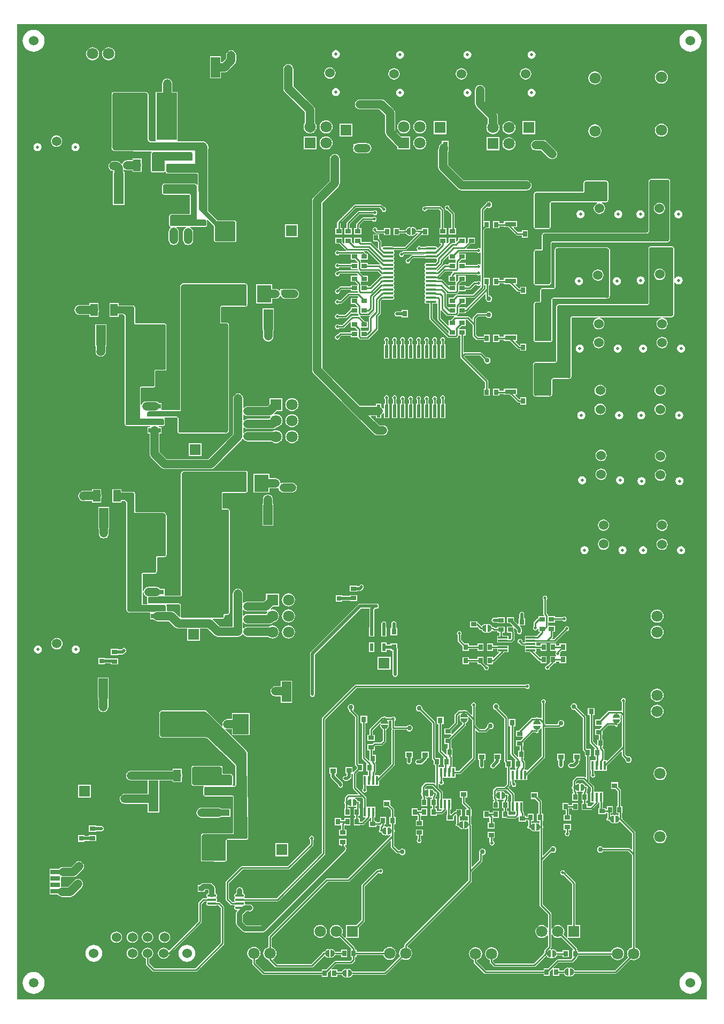
<source format=gtl>
G04 Layer_Physical_Order=1*
G04 Layer_Color=255*
%FSLAX25Y25*%
%MOIN*%
G70*
G01*
G75*
%ADD10C,0.00500*%
%ADD11R,0.05905X0.03150*%
%ADD12R,0.05905X0.02992*%
%ADD13R,0.05905X0.02756*%
%ADD14R,0.05512X0.03150*%
%ADD15R,0.03543X0.03150*%
%ADD16R,0.13780X0.04209*%
%ADD17R,0.35000X0.41968*%
%ADD18R,0.06299X0.19685*%
%ADD19R,0.05905X0.12598*%
%ADD20R,0.03150X0.03543*%
%ADD21R,0.09016X0.10709*%
%ADD22R,0.04724X0.07480*%
%ADD23R,0.11811X0.23622*%
%ADD24R,0.03543X0.02756*%
%ADD25R,0.02756X0.03543*%
%ADD26O,0.01968X0.00787*%
%ADD27O,0.00787X0.01968*%
%ADD28R,0.01575X0.05512*%
%ADD29R,0.07874X0.03150*%
%ADD30R,0.23622X0.22047*%
%ADD31R,0.12598X0.29528*%
%ADD32R,0.02362X0.07874*%
%ADD33R,0.03150X0.03150*%
%ADD34R,0.09842X0.12598*%
%ADD35O,0.07087X0.01378*%
%ADD36R,0.02362X0.04724*%
%ADD37R,0.07087X0.02835*%
%ADD38R,0.05905X0.01181*%
%ADD39C,0.03000*%
%ADD40O,0.05709X0.01575*%
%ADD41C,0.01000*%
%ADD42C,0.02000*%
%ADD43C,0.03200*%
%ADD44C,0.05200*%
%ADD45C,0.01800*%
%ADD46O,0.07087X0.04331*%
%ADD47C,0.06000*%
%ADD48C,0.05905*%
%ADD49C,0.07087*%
%ADD50C,0.01968*%
%ADD51R,0.07087X0.07087*%
%ADD52R,0.07087X0.07087*%
%ADD53C,0.02000*%
G36*
X628500Y556500D02*
X198500D01*
Y1164000D01*
X628500D01*
Y556500D01*
D02*
G37*
%LPC*%
G36*
X575811Y838974D02*
X574848Y838782D01*
X574031Y838236D01*
X573486Y837420D01*
X573294Y836457D01*
X573486Y835493D01*
X574031Y834677D01*
X574848Y834131D01*
X575811Y833940D01*
X576774Y834131D01*
X577591Y834677D01*
X578136Y835493D01*
X578328Y836457D01*
X578136Y837420D01*
X577591Y838236D01*
X576774Y838782D01*
X575811Y838974D01*
D02*
G37*
G36*
X600500Y843593D02*
X599586Y843473D01*
X598735Y843120D01*
X598004Y842559D01*
X597443Y841828D01*
X597090Y840977D01*
X596970Y840063D01*
X597090Y839149D01*
X597443Y838298D01*
X598004Y837567D01*
X598735Y837006D01*
X599586Y836653D01*
X600500Y836533D01*
X601414Y836653D01*
X602265Y837006D01*
X602996Y837567D01*
X603557Y838298D01*
X603910Y839149D01*
X604030Y840063D01*
X603910Y840977D01*
X603557Y841828D01*
X602996Y842559D01*
X602265Y843120D01*
X601414Y843473D01*
X600500Y843593D01*
D02*
G37*
G36*
X564000Y843688D02*
X563086Y843567D01*
X562235Y843215D01*
X561504Y842654D01*
X560943Y841923D01*
X560590Y841071D01*
X560470Y840158D01*
X560590Y839244D01*
X560943Y838392D01*
X561504Y837661D01*
X562235Y837100D01*
X563086Y836748D01*
X564000Y836627D01*
X564914Y836748D01*
X565765Y837100D01*
X566496Y837661D01*
X567057Y838392D01*
X567410Y839244D01*
X567530Y840158D01*
X567410Y841071D01*
X567057Y841923D01*
X566496Y842654D01*
X565765Y843215D01*
X564914Y843567D01*
X564000Y843688D01*
D02*
G37*
G36*
X588689Y838879D02*
X587726Y838688D01*
X586909Y838142D01*
X586364Y837325D01*
X586172Y836362D01*
X586364Y835399D01*
X586909Y834583D01*
X587726Y834037D01*
X588689Y833845D01*
X589652Y834037D01*
X590469Y834583D01*
X591014Y835399D01*
X591206Y836362D01*
X591014Y837325D01*
X590469Y838142D01*
X589652Y838688D01*
X588689Y838879D01*
D02*
G37*
G36*
X612311D02*
X611348Y838688D01*
X610531Y838142D01*
X609986Y837325D01*
X609794Y836362D01*
X609986Y835399D01*
X610531Y834583D01*
X611348Y834037D01*
X612311Y833845D01*
X613274Y834037D01*
X614091Y834583D01*
X614636Y835399D01*
X614828Y836362D01*
X614636Y837325D01*
X614091Y838142D01*
X613274Y838688D01*
X612311Y838879D01*
D02*
G37*
G36*
X552189Y838974D02*
X551226Y838782D01*
X550409Y838236D01*
X549864Y837420D01*
X549672Y836457D01*
X549864Y835493D01*
X550409Y834677D01*
X551226Y834131D01*
X552189Y833940D01*
X553152Y834131D01*
X553969Y834677D01*
X554514Y835493D01*
X554706Y836457D01*
X554514Y837420D01*
X553969Y838236D01*
X553152Y838782D01*
X552189Y838974D01*
D02*
G37*
G36*
X255831Y863248D02*
X248925D01*
Y849650D01*
X249251D01*
Y846846D01*
X249358Y846037D01*
X249670Y845283D01*
X250167Y844635D01*
X250815Y844139D01*
X251569Y843826D01*
X252378Y843720D01*
X253187Y843826D01*
X253941Y844139D01*
X254589Y844635D01*
X255086Y845283D01*
X255398Y846037D01*
X255505Y846846D01*
Y849650D01*
X255831D01*
Y863248D01*
D02*
G37*
G36*
X250909Y874469D02*
X245185D01*
Y873355D01*
X239811D01*
X239002Y873249D01*
X238248Y872936D01*
X237600Y872439D01*
X237478Y872317D01*
X236981Y871670D01*
X236669Y870916D01*
X236562Y870106D01*
X236669Y869297D01*
X236981Y868543D01*
X237478Y867895D01*
X238126Y867398D01*
X238880Y867086D01*
X239689Y866980D01*
X240498Y867086D01*
X240536Y867102D01*
X245185D01*
Y865988D01*
X250909D01*
Y869038D01*
X251067Y869419D01*
X251174Y870228D01*
X251067Y871038D01*
X250909Y871419D01*
Y874469D01*
D02*
G37*
G36*
X355909Y883957D02*
X345894D01*
Y872248D01*
X355909D01*
Y874976D01*
X359480D01*
X360290Y875082D01*
X360973Y875365D01*
X360998Y875364D01*
X361229Y875274D01*
X361488Y875105D01*
X361562Y874537D01*
X361875Y873783D01*
X362372Y873135D01*
X363019Y872639D01*
X363773Y872326D01*
X364583Y872220D01*
X369661D01*
X370471Y872326D01*
X371225Y872639D01*
X371872Y873135D01*
X372369Y873783D01*
X372682Y874537D01*
X372788Y875346D01*
X372682Y876156D01*
X372369Y876910D01*
X371872Y877557D01*
X371225Y878054D01*
X370471Y878367D01*
X369661Y878473D01*
X364583D01*
X363773Y878367D01*
X363090Y878084D01*
X363065Y878085D01*
X362834Y878175D01*
X362575Y878344D01*
X362501Y878912D01*
X362188Y879666D01*
X361691Y880313D01*
X361044Y880810D01*
X360290Y881123D01*
X359480Y881229D01*
X355909D01*
Y883957D01*
D02*
G37*
G36*
X587689Y881974D02*
X586726Y881782D01*
X585909Y881236D01*
X585364Y880420D01*
X585172Y879457D01*
X585364Y878493D01*
X585909Y877677D01*
X586726Y877131D01*
X587689Y876940D01*
X588652Y877131D01*
X589469Y877677D01*
X590014Y878493D01*
X590206Y879457D01*
X590014Y880420D01*
X589469Y881236D01*
X588652Y881782D01*
X587689Y881974D01*
D02*
G37*
G36*
X600500Y855404D02*
X599586Y855284D01*
X598735Y854931D01*
X598004Y854370D01*
X597443Y853639D01*
X597090Y852788D01*
X596970Y851874D01*
X597090Y850960D01*
X597443Y850109D01*
X598004Y849378D01*
X598735Y848817D01*
X599586Y848464D01*
X600500Y848344D01*
X601414Y848464D01*
X602265Y848817D01*
X602996Y849378D01*
X603557Y850109D01*
X603910Y850960D01*
X604030Y851874D01*
X603910Y852788D01*
X603557Y853639D01*
X602996Y854370D01*
X602265Y854931D01*
X601414Y855284D01*
X600500Y855404D01*
D02*
G37*
G36*
X564000Y855499D02*
X563086Y855378D01*
X562235Y855026D01*
X561504Y854465D01*
X560943Y853734D01*
X560590Y852882D01*
X560470Y851968D01*
X560590Y851055D01*
X560943Y850203D01*
X561504Y849472D01*
X562235Y848911D01*
X563086Y848559D01*
X564000Y848438D01*
X564914Y848559D01*
X565765Y848911D01*
X566496Y849472D01*
X567057Y850203D01*
X567410Y851055D01*
X567530Y851968D01*
X567410Y852882D01*
X567057Y853734D01*
X566496Y854465D01*
X565765Y855026D01*
X564914Y855378D01*
X564000Y855499D01*
D02*
G37*
G36*
X354740Y871111D02*
X353931Y871004D01*
X353177Y870692D01*
X352529Y870195D01*
X352032Y869548D01*
X351720Y868793D01*
X351613Y867984D01*
Y865217D01*
X351287D01*
Y851618D01*
X358193D01*
Y865217D01*
X357867D01*
Y867984D01*
X357760Y868793D01*
X357448Y869548D01*
X356951Y870195D01*
X356304Y870692D01*
X355549Y871004D01*
X354740Y871111D01*
D02*
G37*
G36*
X413000Y815029D02*
X412415Y814913D01*
X411919Y814581D01*
X411319Y813982D01*
X410272D01*
Y814331D01*
X405728D01*
Y810575D01*
X410272D01*
Y810923D01*
X411953D01*
X412538Y811040D01*
X413034Y811371D01*
X414081Y812419D01*
X414413Y812915D01*
X414529Y813500D01*
X414413Y814085D01*
X414081Y814581D01*
X413585Y814913D01*
X413000Y815029D01*
D02*
G37*
G36*
X422500Y803029D02*
X412000D01*
X411415Y802913D01*
X410919Y802581D01*
X381419Y773081D01*
X381087Y772585D01*
X380971Y772000D01*
Y746500D01*
X381087Y745915D01*
X381419Y745419D01*
X381915Y745087D01*
X382500Y744971D01*
X383085Y745087D01*
X383581Y745419D01*
X383913Y745915D01*
X384029Y746500D01*
Y771367D01*
X412634Y799971D01*
X417990D01*
Y788311D01*
X417839D01*
Y782587D01*
X421201D01*
Y788311D01*
X421049D01*
Y799386D01*
X421633Y799971D01*
X422500D01*
X423085Y800087D01*
X423581Y800419D01*
X423913Y800915D01*
X424029Y801500D01*
X423913Y802085D01*
X423581Y802581D01*
X423085Y802913D01*
X422500Y803029D01*
D02*
G37*
G36*
X427000Y792104D02*
X426415Y791988D01*
X425919Y791656D01*
X425587Y791160D01*
X425471Y790575D01*
Y788311D01*
X425319D01*
Y782587D01*
X428681D01*
Y788311D01*
X428529D01*
Y790575D01*
X428413Y791160D01*
X428081Y791656D01*
X427585Y791988D01*
X427000Y792104D01*
D02*
G37*
G36*
X433248Y792250D02*
X432663Y792133D01*
X432167Y791802D01*
X431835Y791306D01*
X431719Y790721D01*
Y788016D01*
X431173D01*
Y783472D01*
X435323D01*
Y788016D01*
X434777D01*
Y790721D01*
X434661Y791306D01*
X434330Y791802D01*
X433833Y792133D01*
X433248Y792250D01*
D02*
G37*
G36*
X223189Y781731D02*
X222275Y781611D01*
X221424Y781258D01*
X220693Y780697D01*
X220132Y779966D01*
X219779Y779114D01*
X219659Y778201D01*
X219779Y777287D01*
X220132Y776436D01*
X220693Y775705D01*
X221424Y775143D01*
X222275Y774791D01*
X223189Y774671D01*
X224103Y774791D01*
X224954Y775143D01*
X225685Y775705D01*
X226246Y776436D01*
X226599Y777287D01*
X226719Y778201D01*
X226599Y779114D01*
X226246Y779966D01*
X225685Y780697D01*
X224954Y781258D01*
X224103Y781611D01*
X223189Y781731D01*
D02*
G37*
G36*
X597335Y789362D02*
X596279Y789223D01*
X595295Y788815D01*
X594451Y788167D01*
X593803Y787323D01*
X593395Y786339D01*
X593257Y785284D01*
X593395Y784228D01*
X593803Y783244D01*
X594451Y782400D01*
X595295Y781752D01*
X596279Y781344D01*
X597335Y781205D01*
X598390Y781344D01*
X599374Y781752D01*
X600218Y782400D01*
X600867Y783244D01*
X601274Y784228D01*
X601413Y785284D01*
X601274Y786339D01*
X600867Y787323D01*
X600218Y788167D01*
X599374Y788815D01*
X598390Y789223D01*
X597335Y789362D01*
D02*
G37*
G36*
X367614Y789503D02*
X366559Y789364D01*
X365575Y788957D01*
X364730Y788309D01*
X364082Y787464D01*
X363675Y786481D01*
X363536Y785425D01*
X363675Y784370D01*
X364082Y783386D01*
X364730Y782542D01*
X365575Y781893D01*
X366559Y781486D01*
X367614Y781347D01*
X368670Y781486D01*
X369653Y781893D01*
X370498Y782542D01*
X371146Y783386D01*
X371553Y784370D01*
X371692Y785425D01*
X371553Y786481D01*
X371146Y787464D01*
X370498Y788309D01*
X369653Y788957D01*
X368670Y789364D01*
X367614Y789503D01*
D02*
G37*
G36*
X513035Y798022D02*
X512450Y797905D01*
X511954Y797574D01*
X511622Y797077D01*
X511506Y796492D01*
Y794051D01*
X510961D01*
Y790568D01*
X510499Y790377D01*
X508220Y792655D01*
Y794642D01*
X503677D01*
Y790886D01*
X505664D01*
X507352Y789198D01*
X507160Y788736D01*
X503677D01*
Y784980D01*
X506385D01*
X506437Y784928D01*
Y781493D01*
X505932Y780988D01*
X504677D01*
Y783028D01*
X501698D01*
X501063Y783663D01*
Y784980D01*
X502315D01*
Y788736D01*
X497772D01*
Y787878D01*
X496269D01*
X496232Y788068D01*
X496034Y788364D01*
X495739Y788561D01*
X495390Y788630D01*
X495235D01*
X495189Y788661D01*
X494799Y788739D01*
X494581Y788695D01*
X494418Y789090D01*
X493982Y789658D01*
X493414Y790094D01*
X492753Y790368D01*
X492043Y790461D01*
Y790452D01*
X491751Y790394D01*
X491577Y790278D01*
X491503Y790228D01*
X491009D01*
X490935Y790278D01*
X490761Y790394D01*
X490469Y790452D01*
Y790461D01*
X489759Y790368D01*
X489097Y790094D01*
X488530Y789658D01*
X488266Y789315D01*
X487651Y789223D01*
X485902Y790972D01*
X485571Y791193D01*
X485358Y791235D01*
Y792129D01*
X480815D01*
Y788373D01*
X485358D01*
X485358Y788373D01*
Y788373D01*
X485793Y788197D01*
X486221Y787769D01*
X486211Y787719D01*
X486280Y787370D01*
X486478Y787075D01*
X486773Y786877D01*
X487122Y786808D01*
X487276D01*
X487322Y786777D01*
X487713Y786700D01*
X487930Y786743D01*
X488094Y786348D01*
X488530Y785780D01*
X489097Y785345D01*
X489759Y785071D01*
X490469Y784977D01*
Y784986D01*
X490761Y785044D01*
X490935Y785160D01*
X491009Y785210D01*
X491503D01*
X491577Y785160D01*
X491751Y785044D01*
X492043Y784986D01*
Y784977D01*
X492753Y785071D01*
X493414Y785345D01*
X493982Y785780D01*
X494246Y786124D01*
X494861Y786216D01*
X494939Y786137D01*
X495270Y785916D01*
X495660Y785839D01*
X497772D01*
Y784980D01*
X499024D01*
Y783240D01*
X498849Y783028D01*
X497772D01*
Y778878D01*
X504677D01*
Y778949D01*
X506354D01*
X506744Y779027D01*
X507075Y779248D01*
X508178Y780350D01*
X508399Y780681D01*
X508476Y781071D01*
Y785350D01*
X508399Y785741D01*
X508220Y786007D01*
Y787676D01*
X508682Y787867D01*
X509971Y786579D01*
Y785500D01*
X510087Y784915D01*
X510419Y784419D01*
X510915Y784087D01*
X511500Y783971D01*
X512085Y784087D01*
X512581Y784419D01*
X512913Y784915D01*
X513029Y785500D01*
Y787213D01*
X512913Y787798D01*
X512581Y788294D01*
X511830Y789046D01*
X512021Y789508D01*
X515110D01*
Y794051D01*
X514565D01*
Y796492D01*
X514448Y797077D01*
X514117Y797574D01*
X513621Y797905D01*
X513035Y798022D01*
D02*
G37*
G36*
X527500Y808029D02*
X526915Y807913D01*
X526419Y807581D01*
X526087Y807085D01*
X525971Y806500D01*
X526087Y805915D01*
X526419Y805419D01*
X526480Y805377D01*
Y796779D01*
X526558Y796388D01*
X526779Y796058D01*
X527164Y795673D01*
X526957Y795173D01*
X523362D01*
Y794251D01*
X523291Y794237D01*
X522960Y794016D01*
X520779Y791835D01*
X520558Y791504D01*
X520480Y791114D01*
Y789123D01*
X520419Y789081D01*
X520087Y788585D01*
X519971Y788000D01*
X520087Y787415D01*
X520419Y786919D01*
X520915Y786587D01*
X521500Y786471D01*
X522085Y786587D01*
X522581Y786919D01*
X522862Y787339D01*
X523189Y787317D01*
X523362Y787255D01*
Y785512D01*
X524107D01*
X524314Y785012D01*
X522450Y783148D01*
X522000Y783028D01*
X522000Y783028D01*
Y783028D01*
X522000Y783028D01*
X515095D01*
Y779020D01*
X513808D01*
X513448Y779380D01*
X513486Y779571D01*
X513370Y780156D01*
X513038Y780652D01*
X512542Y780984D01*
X511957Y781100D01*
X511371Y780984D01*
X510875Y780652D01*
X510544Y780156D01*
X510427Y779571D01*
X510544Y778986D01*
X510875Y778489D01*
X511371Y778158D01*
X511889Y778055D01*
X512665Y777279D01*
X512996Y777058D01*
X513386Y776980D01*
X515095D01*
Y772972D01*
X518074D01*
X523610Y767437D01*
X523941Y767215D01*
X524331Y767138D01*
X524740D01*
Y765886D01*
X528496D01*
Y770429D01*
X524740D01*
Y769843D01*
X524278Y769652D01*
X521420Y772510D01*
X521611Y772972D01*
X522000D01*
Y775012D01*
X524740D01*
Y773760D01*
X528496D01*
Y778303D01*
X524740D01*
Y777051D01*
X522000D01*
Y778949D01*
X533468D01*
X533859Y779027D01*
X534190Y779248D01*
X540927Y785985D01*
X541000Y785971D01*
X541585Y786087D01*
X542081Y786419D01*
X542413Y786915D01*
X542529Y787500D01*
X542413Y788085D01*
X542081Y788581D01*
X541585Y788913D01*
X541000Y789029D01*
X540415Y788913D01*
X539919Y788581D01*
X539587Y788085D01*
X539471Y787500D01*
X539485Y787427D01*
X533046Y780988D01*
X531969D01*
X531778Y781450D01*
X532260Y781933D01*
X532481Y782263D01*
X532559Y782654D01*
Y785512D01*
X533811D01*
Y789268D01*
X529525D01*
Y791417D01*
X533811D01*
Y792480D01*
X538377D01*
X538419Y792419D01*
X538915Y792087D01*
X539500Y791971D01*
X540085Y792087D01*
X540581Y792419D01*
X540913Y792915D01*
X541029Y793500D01*
X540913Y794085D01*
X540581Y794581D01*
X540085Y794913D01*
X539500Y795029D01*
X538915Y794913D01*
X538419Y794581D01*
X538377Y794520D01*
X533811D01*
Y795173D01*
X529525D01*
Y795773D01*
X529448Y796163D01*
X529226Y796494D01*
X528520Y797201D01*
Y805377D01*
X528581Y805419D01*
X528913Y805915D01*
X529029Y806500D01*
X528913Y807085D01*
X528581Y807581D01*
X528085Y807913D01*
X527500Y808029D01*
D02*
G37*
G36*
X367614Y809503D02*
X366559Y809365D01*
X365575Y808957D01*
X364730Y808309D01*
X364082Y807464D01*
X363675Y806481D01*
X363536Y805425D01*
X363675Y804370D01*
X364082Y803386D01*
X364730Y802542D01*
X365575Y801893D01*
X366559Y801486D01*
X367614Y801347D01*
X368670Y801486D01*
X369653Y801893D01*
X370498Y802542D01*
X371146Y803386D01*
X371553Y804370D01*
X371692Y805425D01*
X371553Y806481D01*
X371146Y807464D01*
X370498Y808309D01*
X369653Y808957D01*
X368670Y809365D01*
X367614Y809503D01*
D02*
G37*
G36*
X410272Y808425D02*
X405728D01*
Y807880D01*
X401075D01*
Y808425D01*
X396925D01*
Y804276D01*
X401075D01*
Y804821D01*
X405728D01*
Y804669D01*
X410272D01*
Y808425D01*
D02*
G37*
G36*
X502315Y794642D02*
X497772D01*
Y794293D01*
X495764D01*
X495179Y794177D01*
X494682Y793845D01*
X494351Y793349D01*
X494234Y792764D01*
X494351Y792178D01*
X494682Y791682D01*
X495179Y791351D01*
X495764Y791234D01*
X497772D01*
Y790886D01*
X502315D01*
Y794642D01*
D02*
G37*
G36*
X597335Y799362D02*
X596279Y799223D01*
X595295Y798815D01*
X594451Y798167D01*
X593803Y797323D01*
X593395Y796339D01*
X593257Y795284D01*
X593395Y794228D01*
X593803Y793244D01*
X594451Y792400D01*
X595295Y791752D01*
X596279Y791344D01*
X597335Y791205D01*
X598390Y791344D01*
X599374Y791752D01*
X600218Y792400D01*
X600867Y793244D01*
X601274Y794228D01*
X601413Y795284D01*
X601274Y796339D01*
X600867Y797323D01*
X600218Y798167D01*
X599374Y798815D01*
X598390Y799223D01*
X597335Y799362D01*
D02*
G37*
G36*
X367614Y799503D02*
X366559Y799365D01*
X365575Y798957D01*
X364730Y798309D01*
X364082Y797464D01*
X363675Y796481D01*
X363536Y795425D01*
X363675Y794370D01*
X364082Y793386D01*
X364730Y792542D01*
X365575Y791893D01*
X366559Y791486D01*
X367614Y791347D01*
X368670Y791486D01*
X369653Y791893D01*
X370498Y792542D01*
X371146Y793386D01*
X371553Y794370D01*
X371692Y795425D01*
X371553Y796481D01*
X371146Y797464D01*
X370498Y798309D01*
X369653Y798957D01*
X368670Y799365D01*
X367614Y799503D01*
D02*
G37*
G36*
X611311Y881974D02*
X610348Y881782D01*
X609531Y881236D01*
X608986Y880420D01*
X608794Y879457D01*
X608986Y878493D01*
X609531Y877677D01*
X610348Y877131D01*
X611311Y876940D01*
X612274Y877131D01*
X613091Y877677D01*
X613636Y878493D01*
X613828Y879457D01*
X613636Y880420D01*
X613091Y881236D01*
X612274Y881782D01*
X611311Y881974D01*
D02*
G37*
G36*
X443677Y932313D02*
X443092Y932197D01*
X442596Y931865D01*
X442264Y931369D01*
X442148Y930783D01*
X442264Y930198D01*
X442596Y929702D01*
X442658Y929661D01*
Y927555D01*
X441996D01*
Y918681D01*
X445358D01*
Y927555D01*
X444697D01*
Y929661D01*
X444759Y929702D01*
X445090Y930198D01*
X445206Y930783D01*
X445090Y931369D01*
X444759Y931865D01*
X444262Y932197D01*
X443677Y932313D01*
D02*
G37*
G36*
X448677Y932341D02*
X448092Y932224D01*
X447596Y931892D01*
X447264Y931396D01*
X447148Y930811D01*
X447264Y930226D01*
X447596Y929730D01*
X447658Y929688D01*
Y927555D01*
X446996D01*
Y918681D01*
X450358D01*
Y927555D01*
X449697D01*
Y929688D01*
X449759Y929730D01*
X450090Y930226D01*
X450207Y930811D01*
X450090Y931396D01*
X449759Y931892D01*
X449262Y932224D01*
X448677Y932341D01*
D02*
G37*
G36*
X453677Y932313D02*
X453092Y932197D01*
X452596Y931865D01*
X452264Y931369D01*
X452148Y930783D01*
X452264Y930198D01*
X452596Y929702D01*
X452658Y929661D01*
Y927555D01*
X451996D01*
Y918681D01*
X455358D01*
Y927555D01*
X454697D01*
Y929661D01*
X454759Y929702D01*
X455090Y930198D01*
X455206Y930783D01*
X455090Y931369D01*
X454759Y931865D01*
X454262Y932197D01*
X453677Y932313D01*
D02*
G37*
G36*
X396500Y1083127D02*
X395691Y1083020D01*
X394937Y1082708D01*
X394289Y1082211D01*
X393792Y1081563D01*
X393480Y1080809D01*
X393373Y1080000D01*
Y1066295D01*
X383289Y1056211D01*
X382792Y1055563D01*
X382480Y1054809D01*
X382373Y1054000D01*
X382373Y1054000D01*
Y948500D01*
X382373Y948500D01*
X382480Y947691D01*
X382792Y946937D01*
X383289Y946289D01*
X408671Y920907D01*
X408671Y920907D01*
X420789Y908789D01*
X420789Y908789D01*
X421437Y908292D01*
X422191Y907980D01*
X423000Y907873D01*
X426500D01*
X427309Y907980D01*
X428063Y908292D01*
X428711Y908789D01*
X429208Y909437D01*
X429520Y910191D01*
X429627Y911000D01*
X429520Y911809D01*
X429208Y912563D01*
X428711Y913211D01*
X428063Y913708D01*
X427309Y914020D01*
X426500Y914127D01*
X424295D01*
X418892Y919530D01*
X419084Y919991D01*
X421996D01*
Y918681D01*
X425358D01*
Y920501D01*
X425888Y920907D01*
X426385Y921555D01*
X426496Y921823D01*
X426996Y921723D01*
Y918681D01*
X430358D01*
Y927555D01*
X429697D01*
Y930161D01*
X429759Y930202D01*
X430090Y930698D01*
X430206Y931283D01*
X430090Y931869D01*
X429759Y932365D01*
X429262Y932697D01*
X428677Y932813D01*
X428092Y932697D01*
X427596Y932365D01*
X427264Y931869D01*
X427148Y931283D01*
X427264Y930698D01*
X427596Y930202D01*
X427658Y930161D01*
Y927555D01*
X426996D01*
Y924513D01*
X426496Y924413D01*
X426385Y924681D01*
X425888Y925329D01*
X425358Y925736D01*
Y927555D01*
X421996D01*
Y926245D01*
X412177D01*
X388627Y949795D01*
Y1052705D01*
X398711Y1062789D01*
X399208Y1063437D01*
X399520Y1064191D01*
X399573Y1064595D01*
X399627Y1065000D01*
X399627Y1065000D01*
Y1080000D01*
X399520Y1080809D01*
X399208Y1081563D01*
X398711Y1082211D01*
X398063Y1082708D01*
X397309Y1083020D01*
X396500Y1083127D01*
D02*
G37*
G36*
X433677Y932841D02*
X433092Y932724D01*
X432596Y932393D01*
X432264Y931896D01*
X432148Y931311D01*
X432264Y930726D01*
X432596Y930230D01*
X432658Y930188D01*
Y927555D01*
X431996D01*
Y918681D01*
X435358D01*
Y927555D01*
X434697D01*
Y930188D01*
X434759Y930230D01*
X435090Y930726D01*
X435207Y931311D01*
X435090Y931896D01*
X434759Y932393D01*
X434262Y932724D01*
X433677Y932841D01*
D02*
G37*
G36*
X438677Y932313D02*
X438092Y932197D01*
X437596Y931865D01*
X437264Y931369D01*
X437148Y930783D01*
X437264Y930198D01*
X437596Y929702D01*
X437658Y929661D01*
Y927555D01*
X436996D01*
Y918681D01*
X440358D01*
Y927555D01*
X439697D01*
Y929661D01*
X439759Y929702D01*
X440090Y930198D01*
X440206Y930783D01*
X440090Y931369D01*
X439759Y931865D01*
X439262Y932197D01*
X438677Y932313D01*
D02*
G37*
G36*
X458677D02*
X458092Y932197D01*
X457596Y931865D01*
X457264Y931369D01*
X457148Y930783D01*
X457264Y930198D01*
X457596Y929702D01*
X457658Y929661D01*
Y927555D01*
X456996D01*
Y918681D01*
X460358D01*
Y927555D01*
X459697D01*
Y929661D01*
X459759Y929702D01*
X460090Y930198D01*
X460207Y930783D01*
X460090Y931369D01*
X459759Y931865D01*
X459262Y932197D01*
X458677Y932313D01*
D02*
G37*
G36*
X369768Y931122D02*
X368712Y930983D01*
X367729Y930575D01*
X366884Y929927D01*
X366236Y929082D01*
X365828Y928099D01*
X365689Y927043D01*
X365828Y925988D01*
X366236Y925004D01*
X366884Y924160D01*
X367729Y923512D01*
X368712Y923104D01*
X369768Y922965D01*
X370823Y923104D01*
X371807Y923512D01*
X372651Y924160D01*
X373300Y925004D01*
X373707Y925988D01*
X373846Y927043D01*
X373707Y928099D01*
X373300Y929082D01*
X372651Y929927D01*
X371807Y930575D01*
X370823Y930983D01*
X369768Y931122D01*
D02*
G37*
G36*
X561921Y939432D02*
X561008Y939311D01*
X560156Y938959D01*
X559425Y938398D01*
X558864Y937667D01*
X558511Y936815D01*
X558391Y935902D01*
X558511Y934988D01*
X558864Y934136D01*
X559425Y933405D01*
X560156Y932844D01*
X561008Y932492D01*
X561921Y932371D01*
X562835Y932492D01*
X563686Y932844D01*
X564418Y933405D01*
X564979Y934136D01*
X565331Y934988D01*
X565451Y935902D01*
X565331Y936815D01*
X564979Y937667D01*
X564418Y938398D01*
X563686Y938959D01*
X562835Y939311D01*
X561921Y939432D01*
D02*
G37*
G36*
X599323Y939432D02*
X598409Y939311D01*
X597558Y938959D01*
X596827Y938398D01*
X596266Y937667D01*
X595913Y936815D01*
X595793Y935902D01*
X595913Y934988D01*
X596266Y934136D01*
X596827Y933405D01*
X597558Y932844D01*
X598409Y932492D01*
X599323Y932371D01*
X600237Y932492D01*
X601088Y932844D01*
X601819Y933405D01*
X602380Y934136D01*
X602733Y934988D01*
X602853Y935902D01*
X602733Y936815D01*
X602380Y937667D01*
X601819Y938398D01*
X601088Y938959D01*
X600237Y939311D01*
X599323Y939432D01*
D02*
G37*
G36*
X463677Y932813D02*
X463092Y932697D01*
X462596Y932365D01*
X462264Y931869D01*
X462148Y931283D01*
X462264Y930698D01*
X462596Y930202D01*
X462658Y930161D01*
Y927555D01*
X461996D01*
Y918681D01*
X465358D01*
Y927555D01*
X464697D01*
Y930161D01*
X464759Y930202D01*
X465090Y930698D01*
X465206Y931283D01*
X465090Y931869D01*
X464759Y932365D01*
X464262Y932697D01*
X463677Y932813D01*
D02*
G37*
G36*
X561921Y927621D02*
X561008Y927500D01*
X560156Y927148D01*
X559425Y926587D01*
X558864Y925856D01*
X558511Y925004D01*
X558391Y924090D01*
X558511Y923177D01*
X558864Y922325D01*
X559425Y921594D01*
X560156Y921033D01*
X561008Y920681D01*
X561921Y920560D01*
X562835Y920681D01*
X563686Y921033D01*
X564418Y921594D01*
X564979Y922325D01*
X565331Y923177D01*
X565451Y924090D01*
X565331Y925004D01*
X564979Y925856D01*
X564418Y926587D01*
X563686Y927148D01*
X562835Y927500D01*
X561921Y927621D01*
D02*
G37*
G36*
X599323Y927621D02*
X598409Y927500D01*
X597558Y927148D01*
X596827Y926587D01*
X596266Y925856D01*
X595913Y925004D01*
X595793Y924090D01*
X595913Y923177D01*
X596266Y922325D01*
X596827Y921594D01*
X597558Y921033D01*
X598409Y920681D01*
X599323Y920560D01*
X600237Y920681D01*
X601088Y921033D01*
X601819Y921594D01*
X602380Y922325D01*
X602733Y923177D01*
X602853Y924090D01*
X602733Y925004D01*
X602380Y925856D01*
X601819Y926587D01*
X601088Y927148D01*
X600237Y927500D01*
X599323Y927621D01*
D02*
G37*
G36*
X611134Y922907D02*
X610171Y922715D01*
X609354Y922169D01*
X608809Y921353D01*
X608617Y920390D01*
X608809Y919427D01*
X609354Y918610D01*
X610171Y918064D01*
X611134Y917873D01*
X612097Y918064D01*
X612914Y918610D01*
X613459Y919427D01*
X613651Y920390D01*
X613459Y921353D01*
X612914Y922169D01*
X612097Y922715D01*
X611134Y922907D01*
D02*
G37*
G36*
X562500Y887188D02*
X561586Y887067D01*
X560735Y886715D01*
X560004Y886154D01*
X559443Y885423D01*
X559090Y884571D01*
X558970Y883657D01*
X559090Y882744D01*
X559443Y881892D01*
X560004Y881161D01*
X560735Y880600D01*
X561586Y880248D01*
X562500Y880127D01*
X563414Y880248D01*
X564265Y880600D01*
X564996Y881161D01*
X565557Y881892D01*
X565910Y882744D01*
X566030Y883657D01*
X565910Y884571D01*
X565557Y885423D01*
X564996Y886154D01*
X564265Y886715D01*
X563414Y887067D01*
X562500Y887188D01*
D02*
G37*
G36*
X302376Y885737D02*
X302263Y885700D01*
X302144Y885703D01*
X301514Y885463D01*
X301427Y885381D01*
X301318Y885334D01*
X300849Y884849D01*
X300805Y884739D01*
X300726Y884650D01*
X300559Y884169D01*
X300564Y884088D01*
X300530Y884013D01*
X300510Y883521D01*
X300514Y883511D01*
X300510Y883500D01*
X300510Y883500D01*
X300510Y808506D01*
X300508Y808400D01*
X300443Y808221D01*
X300330Y808109D01*
X300151Y808043D01*
X300047Y808041D01*
X290717Y808041D01*
X290280Y808193D01*
Y812343D01*
X287618D01*
X287384Y812648D01*
X286737Y813145D01*
X285982Y813457D01*
X285173Y813564D01*
X280279D01*
X279470Y813457D01*
X278716Y813145D01*
X278069Y812648D01*
X277572Y812000D01*
X277259Y811246D01*
X277153Y810437D01*
X277259Y809628D01*
X277572Y808874D01*
X278069Y808226D01*
X278716Y807729D01*
X279213Y807523D01*
X279471Y807362D01*
X279482Y806911D01*
X279473Y806889D01*
X279479Y806770D01*
X279443Y806657D01*
X279459Y806476D01*
Y804024D01*
X279446Y803879D01*
X279482Y803765D01*
X279477Y803646D01*
X279592Y803329D01*
X279673Y803241D01*
X279684Y803214D01*
X279556Y802898D01*
X279428Y802715D01*
X277327D01*
X277327Y802715D01*
X277327Y802715D01*
X277005Y802714D01*
X276916Y802775D01*
X276592Y803111D01*
X276592Y821495D01*
X276593Y821534D01*
X276613Y821590D01*
X276634Y821611D01*
X276690Y821631D01*
X276730Y821632D01*
X284000Y821632D01*
X284036Y821647D01*
X284074Y821637D01*
X284547Y821702D01*
X284593Y821729D01*
X284645Y821725D01*
X284779Y821770D01*
X284869Y821848D01*
X284980Y821891D01*
X285284Y822181D01*
X285332Y822289D01*
X285415Y822375D01*
X285568Y822766D01*
X285566Y822885D01*
X285604Y822998D01*
X285592Y823190D01*
X285592Y831689D01*
X286035Y832132D01*
X290000Y832132D01*
X290036Y832147D01*
X290074Y832137D01*
X290547Y832202D01*
X290593Y832229D01*
X290645Y832225D01*
X290779Y832270D01*
X290869Y832349D01*
X290980Y832391D01*
X291284Y832681D01*
X291332Y832789D01*
X291415Y832875D01*
X291568Y833266D01*
X291566Y833385D01*
X291604Y833498D01*
X291592Y833690D01*
X291592Y857896D01*
X291583Y857917D01*
X291591Y857939D01*
X291564Y858278D01*
X291517Y858370D01*
X291511Y858472D01*
X291213Y859084D01*
X291137Y859152D01*
X291094Y859245D01*
X290593Y859708D01*
X290497Y859743D01*
X290423Y859814D01*
X289789Y860062D01*
X289686Y860060D01*
X289592Y860099D01*
X289251Y860099D01*
X272527Y860099D01*
X272072Y860486D01*
X272044Y860548D01*
X272041Y860563D01*
X272041Y871150D01*
X272057Y871330D01*
X272021Y871443D01*
X272026Y871562D01*
X271886Y871947D01*
X271806Y872034D01*
X271761Y872144D01*
X271471Y872434D01*
X271361Y872479D01*
X271273Y872560D01*
X270889Y872700D01*
X270770Y872694D01*
X270657Y872730D01*
X270476Y872715D01*
X263508Y872715D01*
Y874469D01*
X257783D01*
Y865988D01*
X263508D01*
Y866778D01*
X263861Y867132D01*
X265004Y867132D01*
X265265Y867086D01*
X265280Y867079D01*
X265280D01*
X265280Y867079D01*
X265806Y866833D01*
X266212Y866428D01*
X266464Y865887D01*
X266510Y865626D01*
X266510Y799500D01*
X266519Y799478D01*
X266512Y799455D01*
X266552Y798972D01*
X266586Y798906D01*
X266583Y798832D01*
X266723Y798447D01*
X266803Y798359D01*
X266848Y798250D01*
X267275Y797823D01*
X267385Y797777D01*
X267473Y797697D01*
X268040Y797491D01*
X268159Y797496D01*
X268272Y797460D01*
X268549Y797484D01*
X280964Y797484D01*
X281405Y796984D01*
Y793193D01*
X283527D01*
X283632Y793057D01*
X284279Y792560D01*
X285033Y792247D01*
X285842Y792141D01*
X293162D01*
X296840Y788462D01*
X297488Y787965D01*
X298242Y787653D01*
X299051Y787546D01*
X299051Y787546D01*
X304457D01*
Y779957D01*
X312543D01*
Y787546D01*
X317217D01*
X321391Y783372D01*
X322039Y782875D01*
X322793Y782562D01*
X323602Y782456D01*
X336039D01*
X336849Y782562D01*
X337603Y782875D01*
X338250Y783372D01*
X338714Y783976D01*
X338992Y784009D01*
X339270Y783976D01*
X339734Y783372D01*
X340382Y782875D01*
X341136Y782562D01*
X341945Y782456D01*
X354842D01*
X355575Y781893D01*
X356559Y781486D01*
X357614Y781347D01*
X358670Y781486D01*
X359653Y781893D01*
X360498Y782542D01*
X361146Y783386D01*
X361553Y784370D01*
X361692Y785425D01*
X361553Y786481D01*
X361146Y787464D01*
X360498Y788309D01*
X359653Y788957D01*
X358670Y789364D01*
X357614Y789503D01*
X356559Y789364D01*
X355575Y788957D01*
X355252Y788709D01*
X341945D01*
X341136Y788603D01*
X340382Y788291D01*
X339734Y787794D01*
X339666Y787705D01*
X339166Y787875D01*
Y791164D01*
X339666Y791334D01*
X339734Y791246D01*
X340382Y790749D01*
X341136Y790437D01*
X341945Y790330D01*
X355646D01*
X355646Y790330D01*
X356050Y790383D01*
X356455Y790437D01*
X357209Y790749D01*
X357857Y791246D01*
X358010Y791399D01*
X358670Y791486D01*
X359653Y791893D01*
X360498Y792542D01*
X361146Y793386D01*
X361553Y794370D01*
X361692Y795425D01*
X361553Y796481D01*
X361146Y797464D01*
X360498Y798309D01*
X359653Y798957D01*
X358670Y799365D01*
X357614Y799503D01*
X356701Y799383D01*
X356440Y799830D01*
X357993Y801382D01*
X361658D01*
Y809468D01*
X353571D01*
Y805804D01*
X352224Y804457D01*
X341945D01*
X341136Y804351D01*
X340382Y804039D01*
X339734Y803542D01*
X339666Y803453D01*
X339166Y803623D01*
Y809205D01*
X339059Y810014D01*
X338747Y810768D01*
X338250Y811416D01*
X337603Y811913D01*
X336849Y812225D01*
X336039Y812331D01*
X335230Y812225D01*
X334476Y811913D01*
X333828Y811416D01*
X333331Y810768D01*
X333019Y810014D01*
X332913Y809205D01*
Y801331D01*
X332913Y801331D01*
X332913Y801331D01*
Y799362D01*
Y793457D01*
Y788709D01*
X324898D01*
X320723Y792884D01*
X320400Y793132D01*
X320569Y793632D01*
X326142D01*
X326283Y793615D01*
X326398Y793648D01*
X326516Y793639D01*
X326848Y793748D01*
X326938Y793826D01*
X327049Y793868D01*
X327303Y794108D01*
X327352Y794216D01*
X327435Y794301D01*
X327564Y794626D01*
X327562Y794744D01*
X327601Y794857D01*
X327592Y795015D01*
X327592Y795665D01*
X327611Y795716D01*
X328037Y796127D01*
X329538Y796127D01*
X329642Y796171D01*
X329755Y796173D01*
X330227Y796381D01*
X330305Y796462D01*
X330408Y796510D01*
X330756Y796890D01*
X330795Y796997D01*
X330869Y797082D01*
X331035Y797570D01*
X331028Y797683D01*
X331062Y797791D01*
X331041Y798024D01*
X331041Y860476D01*
X331060Y860692D01*
X331024Y860805D01*
X331030Y860924D01*
X330865Y861375D01*
X330785Y861463D01*
X330739Y861573D01*
X330400Y861913D01*
X330290Y861958D01*
X330202Y862039D01*
X329985Y862117D01*
X329925Y862115D01*
X329873Y862145D01*
X329399Y862209D01*
X329362Y862200D01*
X329327Y862214D01*
X326832Y862214D01*
X326762Y862216D01*
X326648Y862257D01*
X326584Y862321D01*
X326543Y862435D01*
X326541Y862506D01*
X326541Y871689D01*
X326984Y872132D01*
X340470Y872132D01*
X340648Y872112D01*
X340762Y872145D01*
X340881Y872137D01*
X341279Y872270D01*
X341369Y872348D01*
X341480Y872391D01*
X341784Y872681D01*
X341832Y872789D01*
X341915Y872875D01*
X342068Y873266D01*
X342066Y873385D01*
X342104Y873497D01*
X342092Y873690D01*
X342092Y884649D01*
X342099Y884728D01*
X342063Y884841D01*
X342069Y884960D01*
X341999Y885153D01*
X341918Y885240D01*
X341873Y885350D01*
X341728Y885495D01*
X341618Y885541D01*
X341530Y885621D01*
X341338Y885691D01*
X341219Y885686D01*
X341105Y885721D01*
X341027Y885714D01*
X303000Y885715D01*
X303000Y885715D01*
X303000Y885715D01*
X302693Y885715D01*
X302376Y885737D01*
D02*
G37*
G36*
X599500Y898499D02*
X598586Y898378D01*
X597735Y898026D01*
X597004Y897465D01*
X596443Y896734D01*
X596090Y895882D01*
X595970Y894969D01*
X596090Y894055D01*
X596443Y893203D01*
X597004Y892472D01*
X597735Y891911D01*
X598586Y891559D01*
X599500Y891438D01*
X600414Y891559D01*
X601265Y891911D01*
X601996Y892472D01*
X602557Y893203D01*
X602910Y894055D01*
X603030Y894969D01*
X602910Y895882D01*
X602557Y896734D01*
X601996Y897465D01*
X601265Y898026D01*
X600414Y898378D01*
X599500Y898499D01*
D02*
G37*
G36*
X550689Y882474D02*
X549726Y882282D01*
X548909Y881736D01*
X548364Y880920D01*
X548172Y879957D01*
X548364Y878994D01*
X548909Y878177D01*
X549726Y877631D01*
X550689Y877440D01*
X551652Y877631D01*
X552469Y878177D01*
X553014Y878994D01*
X553206Y879957D01*
X553014Y880920D01*
X552469Y881736D01*
X551652Y882282D01*
X550689Y882474D01*
D02*
G37*
G36*
X574311D02*
X573348Y882282D01*
X572531Y881736D01*
X571986Y880920D01*
X571794Y879957D01*
X571986Y878994D01*
X572531Y878177D01*
X573348Y877631D01*
X574311Y877440D01*
X575274Y877631D01*
X576091Y878177D01*
X576636Y878994D01*
X576828Y879957D01*
X576636Y880920D01*
X576091Y881736D01*
X575274Y882282D01*
X574311Y882474D01*
D02*
G37*
G36*
X599500Y886688D02*
X598586Y886567D01*
X597735Y886215D01*
X597004Y885654D01*
X596443Y884923D01*
X596090Y884071D01*
X595970Y883158D01*
X596090Y882244D01*
X596443Y881392D01*
X597004Y880661D01*
X597735Y880100D01*
X598586Y879748D01*
X599500Y879627D01*
X600414Y879748D01*
X601265Y880100D01*
X601996Y880661D01*
X602557Y881392D01*
X602910Y882244D01*
X603030Y883158D01*
X602910Y884071D01*
X602557Y884923D01*
X601996Y885654D01*
X601265Y886215D01*
X600414Y886567D01*
X599500Y886688D01*
D02*
G37*
G36*
X562500Y898999D02*
X561586Y898878D01*
X560735Y898526D01*
X560004Y897965D01*
X559443Y897234D01*
X559090Y896382D01*
X558970Y895469D01*
X559090Y894555D01*
X559443Y893703D01*
X560004Y892972D01*
X560735Y892411D01*
X561586Y892059D01*
X562500Y891938D01*
X563414Y892059D01*
X564265Y892411D01*
X564996Y892972D01*
X565557Y893703D01*
X565910Y894555D01*
X566030Y895469D01*
X565910Y896382D01*
X565557Y897234D01*
X564996Y897965D01*
X564265Y898526D01*
X563414Y898878D01*
X562500Y898999D01*
D02*
G37*
G36*
X550110Y922907D02*
X549147Y922715D01*
X548330Y922169D01*
X547785Y921353D01*
X547593Y920390D01*
X547785Y919427D01*
X548330Y918610D01*
X549147Y918064D01*
X550110Y917873D01*
X551073Y918064D01*
X551890Y918610D01*
X552435Y919427D01*
X552627Y920390D01*
X552435Y921353D01*
X551890Y922169D01*
X551073Y922715D01*
X550110Y922907D01*
D02*
G37*
G36*
X573732D02*
X572769Y922715D01*
X571953Y922169D01*
X571407Y921353D01*
X571215Y920390D01*
X571407Y919427D01*
X571953Y918610D01*
X572769Y918064D01*
X573732Y917873D01*
X574695Y918064D01*
X575512Y918610D01*
X576057Y919427D01*
X576249Y920390D01*
X576057Y921353D01*
X575512Y922169D01*
X574695Y922715D01*
X573732Y922907D01*
D02*
G37*
G36*
X587512Y922907D02*
X586549Y922715D01*
X585732Y922169D01*
X585186Y921353D01*
X584995Y920390D01*
X585186Y919427D01*
X585732Y918610D01*
X586549Y918064D01*
X587512Y917873D01*
X588475Y918064D01*
X589291Y918610D01*
X589837Y919427D01*
X590029Y920390D01*
X589837Y921353D01*
X589291Y922169D01*
X588475Y922715D01*
X587512Y922907D01*
D02*
G37*
G36*
X313535Y903028D02*
X305449D01*
Y894941D01*
X313535D01*
Y903028D01*
D02*
G37*
G36*
X369768Y911121D02*
X368712Y910983D01*
X367729Y910575D01*
X366884Y909927D01*
X366236Y909082D01*
X365828Y908099D01*
X365689Y907043D01*
X365828Y905988D01*
X366236Y905004D01*
X366884Y904160D01*
X367729Y903512D01*
X368712Y903104D01*
X369768Y902965D01*
X370823Y903104D01*
X371807Y903512D01*
X372651Y904160D01*
X373300Y905004D01*
X373707Y905988D01*
X373846Y907043D01*
X373707Y908099D01*
X373300Y909082D01*
X372651Y909927D01*
X371807Y910575D01*
X370823Y910983D01*
X369768Y911121D01*
D02*
G37*
G36*
Y921122D02*
X368712Y920983D01*
X367729Y920575D01*
X366884Y919927D01*
X366236Y919082D01*
X365828Y918099D01*
X365689Y917043D01*
X365828Y915988D01*
X366236Y915004D01*
X366884Y914160D01*
X367729Y913511D01*
X368712Y913104D01*
X369768Y912965D01*
X370823Y913104D01*
X371807Y913511D01*
X372651Y914160D01*
X373300Y915004D01*
X373707Y915988D01*
X373846Y917043D01*
X373707Y918099D01*
X373300Y919082D01*
X372651Y919927D01*
X371807Y920575D01*
X370823Y920983D01*
X369768Y921122D01*
D02*
G37*
G36*
X265000Y775529D02*
X264415Y775413D01*
X263919Y775081D01*
X263319Y774482D01*
X261272D01*
Y774831D01*
X256728D01*
Y771075D01*
X261272D01*
Y771423D01*
X263953D01*
X264538Y771540D01*
X265034Y771871D01*
X266081Y772919D01*
X266413Y773415D01*
X266529Y774000D01*
X266413Y774585D01*
X266081Y775081D01*
X265585Y775413D01*
X265000Y775529D01*
D02*
G37*
G36*
X247772Y658925D02*
X243228D01*
Y658380D01*
X240575D01*
Y658925D01*
X236425D01*
Y654776D01*
X240575D01*
Y655321D01*
X243228D01*
Y655169D01*
X247772D01*
Y658925D01*
D02*
G37*
G36*
X400264Y669685D02*
X396508D01*
Y665142D01*
X400264D01*
X400319Y664665D01*
Y662402D01*
X399067D01*
Y658646D01*
X403610D01*
Y662402D01*
X402358D01*
Y664665D01*
X402413Y665142D01*
X406169D01*
Y669685D01*
X402413D01*
Y668433D01*
X400264D01*
Y669685D01*
D02*
G37*
G36*
X247772Y664831D02*
X243228D01*
Y661075D01*
X247772D01*
Y661423D01*
X249953D01*
X250190Y661471D01*
X251000D01*
X251585Y661587D01*
X252081Y661919D01*
X252413Y662415D01*
X252529Y663000D01*
X252413Y663585D01*
X252081Y664081D01*
X251585Y664413D01*
X251000Y664529D01*
X250000D01*
X249763Y664482D01*
X247772D01*
Y664831D01*
D02*
G37*
G36*
X599228Y662007D02*
X598173Y661868D01*
X597189Y661461D01*
X596345Y660813D01*
X595696Y659968D01*
X595289Y658985D01*
X595150Y657929D01*
X595289Y656874D01*
X595696Y655890D01*
X596345Y655045D01*
X597189Y654397D01*
X598173Y653990D01*
X599228Y653851D01*
X600284Y653990D01*
X601267Y654397D01*
X602112Y655045D01*
X602760Y655890D01*
X603168Y656874D01*
X603306Y657929D01*
X603168Y658985D01*
X602760Y659968D01*
X602112Y660813D01*
X601267Y661461D01*
X600284Y661868D01*
X599228Y662007D01*
D02*
G37*
G36*
X451496Y662390D02*
X446953D01*
Y658634D01*
X447980D01*
Y656623D01*
X447919Y656581D01*
X447587Y656085D01*
X447471Y655500D01*
X447587Y654915D01*
X447919Y654419D01*
X448415Y654087D01*
X449000Y653971D01*
X449585Y654087D01*
X450081Y654419D01*
X450413Y654915D01*
X450529Y655500D01*
X450413Y656085D01*
X450081Y656581D01*
X450020Y656623D01*
Y658634D01*
X451496D01*
Y662390D01*
D02*
G37*
G36*
X543614Y665858D02*
X539071D01*
Y662102D01*
X540323D01*
Y660927D01*
X540265Y660888D01*
X539933Y660392D01*
X539817Y659807D01*
X539933Y659222D01*
X540265Y658726D01*
X540761Y658394D01*
X541346Y658278D01*
X541932Y658394D01*
X542428Y658726D01*
X542759Y659222D01*
X542876Y659807D01*
X542759Y660392D01*
X542428Y660888D01*
X542362Y660932D01*
Y662102D01*
X543614D01*
Y665858D01*
D02*
G37*
G36*
X492854Y674122D02*
X489098D01*
Y669579D01*
X492854D01*
X492910Y669102D01*
Y666839D01*
X491657D01*
Y663083D01*
X496201D01*
Y666839D01*
X494949D01*
Y669102D01*
X495004Y669579D01*
X498760D01*
Y674122D01*
X495004D01*
Y672870D01*
X492854D01*
Y674122D01*
D02*
G37*
G36*
X244358Y690283D02*
X236272D01*
Y682197D01*
X244358D01*
Y690283D01*
D02*
G37*
G36*
X397705Y700984D02*
X393161D01*
Y696835D01*
X393904D01*
Y695315D01*
X394020Y694730D01*
X394352Y694234D01*
X398471Y690114D01*
Y690000D01*
X398587Y689415D01*
X398919Y688919D01*
X399415Y688587D01*
X400000Y688471D01*
X400585Y688587D01*
X401081Y688919D01*
X401413Y689415D01*
X401529Y690000D01*
Y690748D01*
X401413Y691333D01*
X401081Y691829D01*
X396962Y695948D01*
Y696835D01*
X397705D01*
Y700984D01*
D02*
G37*
G36*
X301091Y700303D02*
X295366D01*
Y699127D01*
X269500D01*
X268691Y699020D01*
X267937Y698708D01*
X267289Y698211D01*
X266792Y697563D01*
X266480Y696809D01*
X266373Y696000D01*
X266480Y695191D01*
X266792Y694437D01*
X267289Y693789D01*
X267937Y693292D01*
X268691Y692980D01*
X269500Y692873D01*
X279850D01*
Y684627D01*
X265500D01*
X264691Y684520D01*
X263937Y684208D01*
X263289Y683711D01*
X262792Y683063D01*
X262480Y682309D01*
X262373Y681500D01*
X262480Y680691D01*
X262792Y679937D01*
X263289Y679289D01*
X263937Y678792D01*
X264691Y678480D01*
X265500Y678373D01*
X279850D01*
Y672827D01*
X287150D01*
Y692873D01*
X295366D01*
Y691823D01*
X301091D01*
Y694872D01*
X301249Y695254D01*
X301355Y696063D01*
X301249Y696872D01*
X301091Y697254D01*
Y700303D01*
D02*
G37*
G36*
X448149Y675579D02*
X444394D01*
Y671035D01*
X448090D01*
X448205Y670920D01*
Y668295D01*
X446953D01*
Y664539D01*
X451496D01*
Y668295D01*
X450244D01*
Y670558D01*
X450299Y671035D01*
X450616Y671035D01*
X454055D01*
Y675579D01*
X450299D01*
Y674327D01*
X448149D01*
Y675579D01*
D02*
G37*
G36*
X324059Y675985D02*
X313323D01*
X312514Y675878D01*
X311759Y675566D01*
X311112Y675069D01*
X310615Y674422D01*
X310303Y673668D01*
X310196Y672858D01*
X310303Y672049D01*
X310615Y671295D01*
X311112Y670647D01*
X311759Y670151D01*
X312514Y669838D01*
X313323Y669732D01*
X324059D01*
X324868Y669838D01*
X325622Y670151D01*
X325757Y670254D01*
X331449D01*
Y675463D01*
X325757D01*
X325622Y675566D01*
X324868Y675878D01*
X324059Y675985D01*
D02*
G37*
G36*
X542236Y679047D02*
X538480D01*
Y674504D01*
X540323D01*
Y671764D01*
X539071D01*
Y668008D01*
X543614D01*
Y671764D01*
X542362D01*
Y675756D01*
X544386D01*
Y674504D01*
X548142D01*
Y679047D01*
X544386D01*
Y677795D01*
X542236D01*
Y679047D01*
D02*
G37*
G36*
X496201Y660933D02*
X491657D01*
Y657177D01*
X492910D01*
Y654571D01*
X492987Y654181D01*
X493002Y654158D01*
X492971Y654000D01*
X493087Y653415D01*
X493419Y652919D01*
X493915Y652587D01*
X494500Y652471D01*
X495085Y652587D01*
X495581Y652919D01*
X495913Y653415D01*
X496029Y654000D01*
X495913Y654585D01*
X495581Y655081D01*
X495085Y655413D01*
X494949Y655440D01*
Y657177D01*
X496201D01*
Y660933D01*
D02*
G37*
G36*
X246232Y590632D02*
X244868Y590452D01*
X243598Y589926D01*
X242506Y589088D01*
X241669Y587997D01*
X241142Y586726D01*
X240963Y585362D01*
X241142Y583998D01*
X241669Y582727D01*
X242506Y581636D01*
X243598Y580799D01*
X244868Y580272D01*
X246232Y580093D01*
X247596Y580272D01*
X248867Y580799D01*
X249958Y581636D01*
X250796Y582727D01*
X251322Y583998D01*
X251502Y585362D01*
X251322Y586726D01*
X250796Y587997D01*
X249958Y589088D01*
X248867Y589926D01*
X247596Y590452D01*
X246232Y590632D01*
D02*
G37*
G36*
X304264D02*
X302900Y590452D01*
X301629Y589926D01*
X300538Y589088D01*
X299700Y587997D01*
X299174Y586726D01*
X298994Y585362D01*
X299174Y583998D01*
X299700Y582727D01*
X300538Y581636D01*
X301629Y580799D01*
X302900Y580272D01*
X304264Y580093D01*
X305628Y580272D01*
X306898Y580799D01*
X307990Y581636D01*
X308827Y582727D01*
X309354Y583998D01*
X309533Y585362D01*
X309354Y586726D01*
X308827Y587997D01*
X307990Y589088D01*
X306898Y589926D01*
X305628Y590452D01*
X304264Y590632D01*
D02*
G37*
G36*
X270248Y588892D02*
X269334Y588772D01*
X268483Y588419D01*
X267752Y587858D01*
X267191Y587127D01*
X266838Y586276D01*
X266718Y585362D01*
X266838Y584448D01*
X267191Y583597D01*
X267752Y582866D01*
X268483Y582305D01*
X269334Y581952D01*
X270248Y581832D01*
X271162Y581952D01*
X272013Y582305D01*
X272744Y582866D01*
X273305Y583597D01*
X273658Y584448D01*
X273778Y585362D01*
X273658Y586276D01*
X273305Y587127D01*
X272744Y587858D01*
X272013Y588419D01*
X271162Y588772D01*
X270248Y588892D01*
D02*
G37*
G36*
X208661Y573761D02*
X207329Y573630D01*
X206047Y573241D01*
X204866Y572610D01*
X203830Y571760D01*
X202981Y570725D01*
X202349Y569544D01*
X201961Y568262D01*
X201829Y566929D01*
X201961Y565596D01*
X202349Y564315D01*
X202981Y563133D01*
X203830Y562098D01*
X204866Y561248D01*
X206047Y560617D01*
X207329Y560228D01*
X208661Y560097D01*
X209994Y560228D01*
X211276Y560617D01*
X212457Y561248D01*
X213492Y562098D01*
X214342Y563133D01*
X214973Y564315D01*
X215362Y565596D01*
X215493Y566929D01*
X215362Y568262D01*
X214973Y569544D01*
X214342Y570725D01*
X213492Y571760D01*
X212457Y572610D01*
X211276Y573241D01*
X209994Y573630D01*
X208661Y573761D01*
D02*
G37*
G36*
X618110D02*
X616777Y573630D01*
X615496Y573241D01*
X614315Y572610D01*
X613279Y571760D01*
X612430Y570725D01*
X611798Y569544D01*
X611409Y568262D01*
X611278Y566929D01*
X611409Y565596D01*
X611798Y564315D01*
X612430Y563133D01*
X613279Y562098D01*
X614315Y561248D01*
X615496Y560617D01*
X616777Y560228D01*
X618110Y560097D01*
X619443Y560228D01*
X620725Y560617D01*
X621906Y561248D01*
X622941Y562098D01*
X623791Y563133D01*
X624422Y564315D01*
X624811Y565596D01*
X624942Y566929D01*
X624811Y568262D01*
X624422Y569544D01*
X623791Y570725D01*
X622941Y571760D01*
X621906Y572610D01*
X620725Y573241D01*
X619443Y573630D01*
X618110Y573761D01*
D02*
G37*
G36*
X318500Y629141D02*
X314756D01*
X313936Y628978D01*
X313242Y628514D01*
X312561Y627833D01*
X310970D01*
Y623683D01*
X313096D01*
X313500Y623603D01*
X313904Y623683D01*
X315514D01*
Y624730D01*
X315643Y624859D01*
X317613D01*
X317697Y624775D01*
Y622636D01*
X317269Y622551D01*
X316844Y622267D01*
X316559Y621841D01*
X316459Y621339D01*
X316559Y620836D01*
X316844Y620410D01*
X316665Y619939D01*
X316553Y619799D01*
X314779D01*
X314389Y619722D01*
X314059Y619500D01*
X311779Y617221D01*
X311558Y616890D01*
X311480Y616500D01*
Y605364D01*
X293275Y587159D01*
X292688Y587280D01*
X292244Y587858D01*
X291513Y588419D01*
X290662Y588772D01*
X289748Y588892D01*
X288834Y588772D01*
X287983Y588419D01*
X287252Y587858D01*
X286691Y587127D01*
X286338Y586276D01*
X286218Y585362D01*
X286338Y584448D01*
X286691Y583597D01*
X287252Y582866D01*
X287983Y582305D01*
X288834Y581952D01*
X289748Y581832D01*
X290662Y581952D01*
X291513Y582305D01*
X292244Y582866D01*
X292805Y583597D01*
X293131Y584385D01*
X293310Y584420D01*
X293641Y584641D01*
X313221Y604221D01*
X313442Y604552D01*
X313520Y604942D01*
Y616078D01*
X315202Y617760D01*
X316553D01*
X316665Y617620D01*
X316844Y617149D01*
X316559Y616723D01*
X316459Y616221D01*
X316559Y615718D01*
X316844Y615292D01*
X317269Y615008D01*
X317772Y614908D01*
X321905D01*
X322408Y615008D01*
X322697Y615201D01*
X323857D01*
X325480Y613578D01*
Y591922D01*
X309578Y576020D01*
X283922D01*
X280768Y579174D01*
Y581996D01*
X281513Y582305D01*
X282244Y582866D01*
X282805Y583597D01*
X283158Y584448D01*
X283278Y585362D01*
X283158Y586276D01*
X282805Y587127D01*
X282244Y587858D01*
X281513Y588419D01*
X280662Y588772D01*
X279748Y588892D01*
X278834Y588772D01*
X277983Y588419D01*
X277252Y587858D01*
X276691Y587127D01*
X276338Y586276D01*
X276218Y585362D01*
X276338Y584448D01*
X276691Y583597D01*
X277252Y582866D01*
X277983Y582305D01*
X278728Y581996D01*
Y578752D01*
X278806Y578362D01*
X279027Y578031D01*
X282779Y574279D01*
X283110Y574058D01*
X283500Y573980D01*
X310000D01*
X310390Y574058D01*
X310721Y574279D01*
X327221Y590779D01*
X327442Y591110D01*
X327520Y591500D01*
Y614000D01*
X327442Y614390D01*
X327221Y614721D01*
X325001Y616941D01*
X324670Y617162D01*
X324279Y617240D01*
X323124D01*
X323012Y617380D01*
X322834Y617851D01*
X323118Y618277D01*
X323218Y618780D01*
X323118Y619282D01*
X322834Y619708D01*
X322758Y619758D01*
Y620360D01*
X322834Y620410D01*
X323118Y620836D01*
X323218Y621339D01*
X323118Y621841D01*
X322834Y622267D01*
X322408Y622551D01*
X321980Y622636D01*
Y625661D01*
X321817Y626481D01*
X321353Y627175D01*
X320014Y628514D01*
X319319Y628978D01*
X318500Y629141D01*
D02*
G37*
G36*
X260248Y598892D02*
X259334Y598772D01*
X258483Y598419D01*
X257752Y597858D01*
X257191Y597127D01*
X256838Y596276D01*
X256718Y595362D01*
X256838Y594449D01*
X257191Y593597D01*
X257752Y592866D01*
X258483Y592305D01*
X259334Y591952D01*
X260248Y591832D01*
X261162Y591952D01*
X262013Y592305D01*
X262744Y592866D01*
X263305Y593597D01*
X263658Y594449D01*
X263778Y595362D01*
X263658Y596276D01*
X263305Y597127D01*
X262744Y597858D01*
X262013Y598419D01*
X261162Y598772D01*
X260248Y598892D01*
D02*
G37*
G36*
X387327Y603129D02*
X386271Y602990D01*
X385288Y602583D01*
X384443Y601935D01*
X383795Y601090D01*
X383388Y600107D01*
X383249Y599051D01*
X383388Y597996D01*
X383795Y597012D01*
X384443Y596168D01*
X385288Y595519D01*
X386271Y595112D01*
X387327Y594973D01*
X388382Y595112D01*
X389366Y595519D01*
X390211Y596168D01*
X390859Y597012D01*
X391266Y597996D01*
X391405Y599051D01*
X391266Y600107D01*
X390859Y601090D01*
X390211Y601935D01*
X389366Y602583D01*
X388382Y602990D01*
X387327Y603129D01*
D02*
G37*
G36*
X237000Y642627D02*
X236191Y642520D01*
X235437Y642208D01*
X234789Y641711D01*
X232205Y639127D01*
X227000D01*
X226191Y639020D01*
X225437Y638708D01*
X224789Y638211D01*
X224612Y637980D01*
X218791D01*
Y634346D01*
X218791Y633988D01*
X218791D01*
Y633846D01*
X218791D01*
Y630409D01*
X218791Y630091D01*
X218791Y629591D01*
Y626154D01*
X218791Y626154D01*
Y626012D01*
X218791D01*
X218791Y625654D01*
Y622020D01*
X223837D01*
X224319Y621391D01*
X224966Y620894D01*
X225721Y620582D01*
X226530Y620476D01*
X231508D01*
X231508Y620476D01*
X232317Y620582D01*
X233071Y620894D01*
X233719Y621391D01*
X238616Y626289D01*
X239113Y626937D01*
X239426Y627691D01*
X239532Y628500D01*
X239426Y629309D01*
X239113Y630063D01*
X238616Y630711D01*
X237969Y631208D01*
X237215Y631520D01*
X236405Y631627D01*
X235596Y631520D01*
X234842Y631208D01*
X234195Y630711D01*
X230213Y626729D01*
X226530D01*
X226197Y626685D01*
X225697Y627124D01*
Y629591D01*
X225697Y629910D01*
X225697Y630409D01*
Y632679D01*
X226090Y632992D01*
X226197Y632979D01*
X227000Y632873D01*
X233500D01*
X233500Y632873D01*
X234309Y632980D01*
X235063Y633292D01*
X235711Y633789D01*
X239211Y637289D01*
X239708Y637937D01*
X240020Y638691D01*
X240127Y639500D01*
X240020Y640309D01*
X239708Y641063D01*
X239211Y641711D01*
X238563Y642208D01*
X237809Y642520D01*
X237000Y642627D01*
D02*
G37*
G36*
X367543Y653870D02*
X359457D01*
Y645784D01*
X367543D01*
Y653870D01*
D02*
G37*
G36*
X270248Y598892D02*
X269334Y598772D01*
X268483Y598419D01*
X267752Y597858D01*
X267191Y597127D01*
X266838Y596276D01*
X266718Y595362D01*
X266838Y594449D01*
X267191Y593597D01*
X267752Y592866D01*
X268483Y592305D01*
X269334Y591952D01*
X270248Y591832D01*
X271162Y591952D01*
X272013Y592305D01*
X272744Y592866D01*
X273305Y593597D01*
X273658Y594449D01*
X273778Y595362D01*
X273658Y596276D01*
X273305Y597127D01*
X272744Y597858D01*
X272013Y598419D01*
X271162Y598772D01*
X270248Y598892D01*
D02*
G37*
G36*
X279748D02*
X278834Y598772D01*
X277983Y598419D01*
X277252Y597858D01*
X276691Y597127D01*
X276338Y596276D01*
X276218Y595362D01*
X276338Y594449D01*
X276691Y593597D01*
X277252Y592866D01*
X277983Y592305D01*
X278834Y591952D01*
X279748Y591832D01*
X280662Y591952D01*
X281513Y592305D01*
X282244Y592866D01*
X282805Y593597D01*
X283158Y594449D01*
X283278Y595362D01*
X283158Y596276D01*
X282805Y597127D01*
X282244Y597858D01*
X281513Y598419D01*
X280662Y598772D01*
X279748Y598892D01*
D02*
G37*
G36*
X290248D02*
X289334Y598772D01*
X288483Y598419D01*
X287752Y597858D01*
X287191Y597127D01*
X286838Y596276D01*
X286718Y595362D01*
X286838Y594449D01*
X287191Y593597D01*
X287752Y592866D01*
X288483Y592305D01*
X289334Y591952D01*
X290248Y591832D01*
X291162Y591952D01*
X292013Y592305D01*
X292744Y592866D01*
X293305Y593597D01*
X293658Y594449D01*
X293778Y595362D01*
X293658Y596276D01*
X293305Y597127D01*
X292744Y597858D01*
X292013Y598419D01*
X291162Y598772D01*
X290248Y598892D01*
D02*
G37*
G36*
X599228Y701377D02*
X598173Y701238D01*
X597189Y700831D01*
X596345Y700183D01*
X595696Y699338D01*
X595289Y698355D01*
X595150Y697299D01*
X595289Y696244D01*
X595696Y695260D01*
X596345Y694416D01*
X597189Y693767D01*
X598173Y693360D01*
X599228Y693221D01*
X600284Y693360D01*
X601267Y693767D01*
X602112Y694416D01*
X602760Y695260D01*
X603168Y696244D01*
X603306Y697299D01*
X603168Y698355D01*
X602760Y699338D01*
X602112Y700183D01*
X601267Y700831D01*
X600284Y701238D01*
X599228Y701377D01*
D02*
G37*
G36*
X428681Y778862D02*
X425319D01*
Y773138D01*
X428681D01*
Y774471D01*
X431173D01*
Y773630D01*
X432556D01*
Y758915D01*
X432672Y758330D01*
X433004Y757833D01*
X433500Y757502D01*
X434085Y757386D01*
X434670Y757502D01*
X435167Y757833D01*
X435498Y758330D01*
X435614Y758915D01*
Y775163D01*
X435498Y775748D01*
X435323Y776010D01*
Y778173D01*
X431173D01*
Y777529D01*
X428681D01*
Y778862D01*
D02*
G37*
G36*
X431268Y770102D02*
X423181D01*
Y762016D01*
X431268D01*
Y770102D01*
D02*
G37*
G36*
X253075Y769425D02*
X248925D01*
Y765276D01*
X253075D01*
Y765821D01*
X256728D01*
Y765169D01*
X261272D01*
Y768925D01*
X256728D01*
Y768880D01*
X253075D01*
Y769425D01*
D02*
G37*
G36*
X369728Y755020D02*
X362823D01*
Y751627D01*
X359500D01*
X358691Y751520D01*
X357937Y751208D01*
X357289Y750711D01*
X356792Y750063D01*
X356480Y749309D01*
X356373Y748500D01*
X356480Y747691D01*
X356792Y746937D01*
X357289Y746289D01*
X357937Y745792D01*
X358691Y745480D01*
X359500Y745373D01*
X362823D01*
Y741421D01*
X369728D01*
Y755020D01*
D02*
G37*
G36*
X597335Y750149D02*
X596279Y750010D01*
X595296Y749603D01*
X594451Y748955D01*
X593803Y748110D01*
X593395Y747126D01*
X593257Y746071D01*
X593395Y745015D01*
X593803Y744032D01*
X594451Y743187D01*
X595296Y742539D01*
X596279Y742132D01*
X597335Y741993D01*
X598390Y742132D01*
X599374Y742539D01*
X600218Y743187D01*
X600867Y744032D01*
X601274Y745015D01*
X601413Y746071D01*
X601274Y747126D01*
X600867Y748110D01*
X600218Y748955D01*
X599374Y749603D01*
X598390Y750010D01*
X597335Y750149D01*
D02*
G37*
G36*
X516500Y753029D02*
X515915Y752913D01*
X515419Y752581D01*
X515377Y752520D01*
X409500D01*
X409110Y752442D01*
X408779Y752221D01*
X388779Y732221D01*
X388558Y731890D01*
X388480Y731500D01*
Y647922D01*
X360357Y619799D01*
X340447D01*
X340335Y619939D01*
X340157Y620410D01*
X340441Y620836D01*
X340541Y621339D01*
X340441Y621841D01*
X340157Y622267D01*
X339731Y622551D01*
X339303Y622636D01*
Y624339D01*
X339140Y625158D01*
X338675Y625853D01*
X337981Y626317D01*
X337161Y626480D01*
X336342Y626317D01*
X335647Y625853D01*
X335183Y625158D01*
X335020Y624339D01*
Y622636D01*
X334592Y622551D01*
X334166Y622267D01*
X333882Y621841D01*
X333782Y621339D01*
X333882Y620836D01*
X334166Y620410D01*
X334242Y620360D01*
Y619758D01*
X334166Y619708D01*
X333882Y619282D01*
X333782Y618780D01*
X333882Y618277D01*
X334166Y617851D01*
X333988Y617380D01*
X333876Y617240D01*
X332702D01*
X330520Y619422D01*
Y629078D01*
X338922Y637480D01*
X367500D01*
X367890Y637558D01*
X368221Y637779D01*
X382721Y652279D01*
X382942Y652610D01*
X383020Y653000D01*
Y655877D01*
X383081Y655919D01*
X383413Y656415D01*
X383529Y657000D01*
X383413Y657585D01*
X383081Y658081D01*
X382585Y658413D01*
X382000Y658529D01*
X381415Y658413D01*
X380919Y658081D01*
X380587Y657585D01*
X380471Y657000D01*
X380587Y656415D01*
X380919Y655919D01*
X380980Y655877D01*
Y653422D01*
X367078Y639520D01*
X338500D01*
X338110Y639442D01*
X337779Y639221D01*
X328779Y630221D01*
X328558Y629890D01*
X328480Y629500D01*
Y619000D01*
X328558Y618610D01*
X328779Y618279D01*
X331559Y615499D01*
X331889Y615278D01*
X332279Y615201D01*
X333876D01*
X333988Y615061D01*
X334166Y614590D01*
X333882Y614164D01*
X333782Y613661D01*
X333882Y613159D01*
X334166Y612733D01*
X334592Y612449D01*
X335094Y612349D01*
X335547D01*
X335738Y611887D01*
X335486Y611634D01*
X335022Y610940D01*
X334859Y610120D01*
Y604000D01*
X335022Y603181D01*
X335486Y602486D01*
X338986Y598986D01*
X339681Y598522D01*
X340500Y598359D01*
X351500D01*
X352319Y598522D01*
X353014Y598986D01*
X403014Y648986D01*
X403478Y649681D01*
X403641Y650500D01*
X403478Y651319D01*
X403014Y652014D01*
X402676Y652240D01*
X402827Y652740D01*
X403610D01*
Y656496D01*
X399067D01*
Y652740D01*
X400173D01*
X400324Y652240D01*
X399986Y652014D01*
X350613Y602641D01*
X341387D01*
X339141Y604887D01*
Y609234D01*
X341300Y611393D01*
X341491Y611520D01*
X342688D01*
X343500Y611359D01*
X344319Y611522D01*
X345014Y611986D01*
X345478Y612681D01*
X345641Y613500D01*
X345478Y614319D01*
X345014Y615014D01*
X344853Y615175D01*
X344158Y615640D01*
X343339Y615803D01*
X340968D01*
X340540Y616214D01*
X340541Y616221D01*
X340441Y616723D01*
X340157Y617149D01*
X340335Y617620D01*
X340447Y617760D01*
X360780D01*
X361170Y617838D01*
X361501Y618059D01*
X390221Y646779D01*
X390442Y647110D01*
X390520Y647500D01*
Y731078D01*
X409922Y750480D01*
X515377D01*
X515419Y750419D01*
X515915Y750087D01*
X516500Y749971D01*
X517085Y750087D01*
X517581Y750419D01*
X517913Y750915D01*
X518029Y751500D01*
X517913Y752085D01*
X517581Y752581D01*
X517085Y752913D01*
X516500Y753029D01*
D02*
G37*
G36*
X534402Y778303D02*
X530646D01*
Y773760D01*
X533963D01*
X534267Y773760D01*
X534388Y773599D01*
X534400Y773390D01*
X534419Y773081D01*
X534087Y772585D01*
X533971Y772000D01*
X534087Y771415D01*
X534388Y770964D01*
X534415Y770923D01*
X534409Y770890D01*
X534251Y770429D01*
X533943Y770429D01*
X530646D01*
Y766481D01*
X529073Y764909D01*
X529000Y764923D01*
X528415Y764807D01*
X527919Y764475D01*
X527587Y763979D01*
X527471Y763394D01*
X527587Y762808D01*
X527919Y762312D01*
X528415Y761981D01*
X529000Y761864D01*
X529585Y761981D01*
X530081Y762312D01*
X530413Y762808D01*
X530529Y763394D01*
X530515Y763467D01*
X532934Y765886D01*
X534402D01*
Y767138D01*
X536551D01*
Y765886D01*
X540701D01*
Y770429D01*
X537009D01*
X536749Y770429D01*
X536601Y770862D01*
X536596Y770890D01*
X536588Y770929D01*
X536913Y771415D01*
X537029Y772000D01*
X536913Y772585D01*
X536796Y772760D01*
X537796Y773760D01*
X540701D01*
Y778303D01*
X536551D01*
Y777051D01*
X534402D01*
Y778303D01*
D02*
G37*
G36*
X235000Y777017D02*
X234037Y776825D01*
X233220Y776280D01*
X232675Y775463D01*
X232483Y774500D01*
X232675Y773537D01*
X233220Y772720D01*
X234037Y772175D01*
X235000Y771983D01*
X235963Y772175D01*
X236780Y772720D01*
X237325Y773537D01*
X237517Y774500D01*
X237325Y775463D01*
X236780Y776280D01*
X235963Y776825D01*
X235000Y777017D01*
D02*
G37*
G36*
X421201Y778862D02*
X417839D01*
Y773138D01*
X421201D01*
Y778862D01*
D02*
G37*
G36*
X474000Y786029D02*
X473415Y785913D01*
X472919Y785581D01*
X472587Y785085D01*
X472471Y784500D01*
X472587Y783915D01*
X472919Y783419D01*
X472980Y783377D01*
Y780177D01*
X473058Y779787D01*
X473279Y779456D01*
X476071Y776664D01*
Y773760D01*
X480221D01*
Y775012D01*
X485370D01*
Y773760D01*
X489126D01*
Y778303D01*
X485370D01*
Y777051D01*
X480221D01*
Y778303D01*
X477316D01*
X475020Y780599D01*
Y783377D01*
X475081Y783419D01*
X475413Y783915D01*
X475529Y784500D01*
X475413Y785085D01*
X475081Y785581D01*
X474585Y785913D01*
X474000Y786029D01*
D02*
G37*
G36*
X489126Y769929D02*
X485370D01*
Y768520D01*
X480087D01*
Y769772D01*
X475937D01*
Y765228D01*
X480087D01*
Y766480D01*
X485370D01*
Y765386D01*
X487200D01*
X489442Y763144D01*
X489427Y763071D01*
X489544Y762486D01*
X489875Y761989D01*
X490371Y761658D01*
X490957Y761542D01*
X491542Y761658D01*
X492038Y761989D01*
X492370Y762486D01*
X492486Y763071D01*
X492370Y763656D01*
X492038Y764152D01*
X491542Y764484D01*
X490957Y764600D01*
X490884Y764586D01*
X489126Y766343D01*
Y769929D01*
D02*
G37*
G36*
X495031Y778303D02*
X491276D01*
Y773760D01*
X495031D01*
Y775012D01*
X497772D01*
Y772972D01*
X498661D01*
X498852Y772510D01*
X495493Y769152D01*
X495031Y769343D01*
Y769929D01*
X491276D01*
Y765386D01*
X495031D01*
Y766638D01*
X495441D01*
X495831Y766715D01*
X496162Y766936D01*
X501945Y772720D01*
X502114Y772972D01*
X504677D01*
Y777122D01*
X497772D01*
Y777051D01*
X495031D01*
Y778303D01*
D02*
G37*
G36*
X211378Y777017D02*
X210415Y776825D01*
X209598Y776280D01*
X209053Y775463D01*
X208861Y774500D01*
X209053Y773537D01*
X209598Y772720D01*
X210415Y772175D01*
X211378Y771983D01*
X212341Y772175D01*
X213158Y772720D01*
X213703Y773537D01*
X213895Y774500D01*
X213703Y775463D01*
X213158Y776280D01*
X212341Y776825D01*
X211378Y777017D01*
D02*
G37*
G36*
X314907Y736655D02*
X314837Y736634D01*
X314766Y736652D01*
X314458Y736604D01*
X289024Y736604D01*
X288747Y736628D01*
X288634Y736593D01*
X288515Y736598D01*
X287948Y736392D01*
X287861Y736312D01*
X287751Y736266D01*
X287324Y735840D01*
X287279Y735730D01*
X287198Y735642D01*
X286993Y735076D01*
X286998Y734957D01*
X286962Y734843D01*
X286986Y734567D01*
X286986Y721520D01*
X286965Y721244D01*
X287003Y721131D01*
X286999Y721012D01*
X287209Y720455D01*
X287291Y720368D01*
X287338Y720259D01*
X287764Y719843D01*
X287874Y719799D01*
X287963Y719719D01*
X288525Y719523D01*
X288644Y719529D01*
X288757Y719495D01*
X289027Y719522D01*
X315500Y719522D01*
X315539Y719538D01*
X315581Y719528D01*
X315732Y719551D01*
X316019Y719541D01*
X316278Y719466D01*
X316527Y719322D01*
X316632Y719232D01*
X333622Y703112D01*
X334100Y702635D01*
X334100Y702635D01*
X334100Y702635D01*
X334112Y702630D01*
X334118Y702617D01*
X334192Y702550D01*
X334305Y702407D01*
X334308Y702400D01*
X334308Y702400D01*
Y702400D01*
X334377Y702255D01*
X334417Y702077D01*
X334421Y701993D01*
X334421Y690508D01*
X334415Y690314D01*
X334286Y689968D01*
X334044Y689730D01*
X333695Y689607D01*
X333497Y689604D01*
X332993D01*
X332785Y690103D01*
X332830Y690213D01*
X332911Y690301D01*
X333054Y690696D01*
X333049Y690815D01*
X333085Y690928D01*
X333069Y691114D01*
X333069Y695000D01*
X333060Y695020D01*
X333067Y695041D01*
X333030Y695526D01*
X332994Y695597D01*
X332996Y695677D01*
X332827Y696122D01*
X332746Y696208D01*
X332699Y696318D01*
X332234Y696770D01*
X332123Y696814D01*
X332035Y696893D01*
X331422Y697107D01*
X331304Y697100D01*
X331190Y697134D01*
X330894Y697104D01*
X327005Y697104D01*
X326906Y697106D01*
X326737Y697168D01*
X326632Y697273D01*
X326571Y697441D01*
X326569Y697541D01*
X326569Y700472D01*
X326569Y700472D01*
Y700472D01*
X326553Y700510D01*
X326563Y700550D01*
X326497Y701009D01*
X326467Y701058D01*
X326470Y701116D01*
X326403Y701299D01*
X326323Y701387D01*
X326277Y701497D01*
X325961Y701813D01*
X325852Y701858D01*
X325764Y701938D01*
X325344Y702091D01*
X325226Y702086D01*
X325112Y702122D01*
X324913Y702104D01*
X308523Y702104D01*
X308349Y702119D01*
X308235Y702084D01*
X308117Y702089D01*
X307743Y701953D01*
X307655Y701872D01*
X307545Y701827D01*
X307264Y701545D01*
X307218Y701436D01*
X307138Y701348D01*
X307002Y700974D01*
X307007Y700855D01*
X306971Y700742D01*
X306986Y700567D01*
X306986Y691490D01*
X306968Y691214D01*
X307006Y691101D01*
X307004Y690982D01*
X307218Y690432D01*
X307300Y690346D01*
X307348Y690237D01*
X307774Y689829D01*
X307885Y689786D01*
X307974Y689708D01*
X308533Y689518D01*
X308652Y689526D01*
X308766Y689493D01*
X309030Y689522D01*
X314540D01*
X314752Y689022D01*
X314708Y688912D01*
X314629Y688823D01*
X314496Y688442D01*
X314503Y688323D01*
X314469Y688209D01*
X314486Y688035D01*
Y684500D01*
X314508Y684449D01*
X314497Y684395D01*
X314591Y683921D01*
X314618Y683880D01*
X314616Y683832D01*
X314650Y683746D01*
X314731Y683660D01*
X314779Y683551D01*
X315060Y683279D01*
X315171Y683236D01*
X315260Y683157D01*
X315630Y683030D01*
X315749Y683038D01*
X315863Y683004D01*
X316029Y683022D01*
X332500Y683022D01*
X332919Y682827D01*
X332983Y682659D01*
X332986Y682554D01*
X332959Y663501D01*
X332959Y663500D01*
X332959Y663500D01*
X332959Y660506D01*
X332957Y660400D01*
X332891Y660221D01*
X332779Y660109D01*
X332600Y660043D01*
X332494Y660041D01*
X314524D01*
X314349Y660056D01*
X314236Y660021D01*
X314117Y660026D01*
X313743Y659890D01*
X313655Y659809D01*
X313545Y659764D01*
X313264Y659482D01*
X313218Y659373D01*
X313138Y659285D01*
X313002Y658911D01*
X313007Y658792D01*
X312971Y658678D01*
X312986Y658504D01*
Y644001D01*
X312986Y643528D01*
X313030Y643422D01*
X313034Y643307D01*
X313222Y642885D01*
X313243Y642866D01*
X313243Y642860D01*
X313298Y642810D01*
X313334Y642723D01*
X313351Y642706D01*
X313458Y642661D01*
X313523Y642600D01*
X313526Y642600D01*
X313548Y642580D01*
X313740Y642510D01*
X313859Y642515D01*
X313973Y642480D01*
X314051Y642486D01*
X328002Y642462D01*
X328003Y642462D01*
X328003Y642462D01*
X328111Y642507D01*
X328227Y642511D01*
X328648Y642702D01*
X328660Y642715D01*
X328664Y642715D01*
X328719Y642776D01*
X328807Y642812D01*
X328817Y642823D01*
X328863Y642932D01*
X328931Y643005D01*
X328931Y643007D01*
X328943Y643020D01*
X329012Y643210D01*
X329007Y643328D01*
X329043Y643442D01*
X329036Y643518D01*
X329066Y655519D01*
X329068Y655621D01*
X329130Y655791D01*
X329236Y655897D01*
X329405Y655959D01*
X329506Y655961D01*
X341004Y655959D01*
X341184Y655943D01*
X341298Y655979D01*
X341416Y655973D01*
X341801Y656113D01*
X341889Y656194D01*
X341999Y656239D01*
X342288Y656529D01*
X342334Y656639D01*
X342414Y656726D01*
X342554Y657111D01*
X342549Y657230D01*
X342585Y657343D01*
X342568Y657527D01*
X342027Y708324D01*
X342022Y708790D01*
X342071Y709236D01*
X342053Y709299D01*
X342070Y709362D01*
X341971Y710160D01*
X341934Y710223D01*
X341935Y710297D01*
X341612Y711092D01*
X341561Y711144D01*
X341542Y711214D01*
X341317Y711513D01*
X341290Y711529D01*
X341278Y711558D01*
X340938Y711917D01*
X340931Y711921D01*
X340928Y711928D01*
X340805Y712051D01*
X340805Y712051D01*
X340637Y712219D01*
X340637Y712219D01*
X328096Y724760D01*
X328379Y725183D01*
X328718Y725043D01*
X329528Y724936D01*
X332457D01*
Y721264D01*
X343299D01*
Y734862D01*
X332457D01*
Y731190D01*
X329528D01*
X328718Y731083D01*
X327964Y730771D01*
X327317Y730274D01*
X326820Y729626D01*
X326507Y728872D01*
X326401Y728063D01*
X326507Y727254D01*
X326648Y726914D01*
X326224Y726631D01*
X317398Y735456D01*
X317196Y735708D01*
X317132Y735743D01*
X317094Y735805D01*
X316526Y736222D01*
X316454Y736239D01*
X316402Y736290D01*
X315745Y736545D01*
X315672Y736543D01*
X315607Y736578D01*
X314907Y736655D01*
D02*
G37*
G36*
X539677Y709559D02*
X535134D01*
Y705409D01*
X535876D01*
Y702604D01*
X535817Y702307D01*
X535933Y701722D01*
X536265Y701226D01*
X536761Y700894D01*
X537346Y700778D01*
X537932Y700894D01*
X538428Y701226D01*
X538451Y701261D01*
X538487Y701285D01*
X538818Y701781D01*
X538935Y702366D01*
Y705409D01*
X539677D01*
Y709559D01*
D02*
G37*
G36*
X549520Y709559D02*
X544976D01*
Y705409D01*
X545719D01*
Y704842D01*
X544713Y703836D01*
X543346D01*
X542761Y703720D01*
X542265Y703389D01*
X541933Y702892D01*
X541817Y702307D01*
X541933Y701722D01*
X542265Y701226D01*
X542761Y700894D01*
X543346Y700778D01*
X545346D01*
X545932Y700894D01*
X546428Y701226D01*
X548329Y703127D01*
X548661Y703623D01*
X548777Y704209D01*
Y705409D01*
X549520D01*
Y709559D01*
D02*
G37*
G36*
X454933Y711059D02*
X450390D01*
Y707053D01*
X449367Y706029D01*
X448000D01*
X447415Y705913D01*
X446919Y705581D01*
X446587Y705085D01*
X446471Y704500D01*
X446587Y703915D01*
X446919Y703419D01*
X447415Y703087D01*
X448000Y702971D01*
X450000D01*
X450585Y703087D01*
X451081Y703419D01*
X453743Y706080D01*
X454074Y706576D01*
X454141Y706909D01*
X454933D01*
Y711059D01*
D02*
G37*
G36*
X406500Y740539D02*
X405720Y740384D01*
X405058Y739942D01*
X404616Y739280D01*
X404461Y738500D01*
X404616Y737720D01*
X405058Y737058D01*
X405480Y736776D01*
Y736500D01*
X405558Y736110D01*
X405779Y735779D01*
X408980Y732578D01*
Y703043D01*
X409058Y702653D01*
X409279Y702322D01*
X410287Y701314D01*
Y700442D01*
X408153Y698308D01*
X408047Y698149D01*
X407547Y698301D01*
Y701378D01*
X403004D01*
Y697228D01*
X403746D01*
Y695988D01*
X403544Y695785D01*
X402874D01*
X402289Y695669D01*
X401792Y695337D01*
X401461Y694841D01*
X401345Y694256D01*
X401461Y693671D01*
X401792Y693175D01*
X402289Y692843D01*
X402874Y692727D01*
X404177D01*
X404762Y692843D01*
X405259Y693175D01*
X406357Y694273D01*
X406688Y694769D01*
X406805Y695354D01*
Y696875D01*
X407086Y697156D01*
X407621Y697139D01*
X407854Y696856D01*
Y688256D01*
X407932Y687866D01*
X408153Y687535D01*
X410951Y684737D01*
X410759Y684275D01*
X404874D01*
X404484Y684198D01*
X404153Y683977D01*
X402980Y682804D01*
X402759Y682473D01*
X402681Y682083D01*
Y680013D01*
X402466Y679869D01*
X402268Y679573D01*
X402199Y679224D01*
X402268Y678876D01*
X402466Y678580D01*
X402681Y678436D01*
Y675591D01*
X402413D01*
Y671047D01*
X406169D01*
Y675591D01*
X404720D01*
Y676562D01*
X405220Y676794D01*
X405747Y676576D01*
X406457Y676482D01*
Y676491D01*
X406749Y676549D01*
X406997Y676715D01*
X407491D01*
X407739Y676549D01*
X408032Y676491D01*
Y676482D01*
X408741Y676576D01*
X409268Y676794D01*
X409768Y676562D01*
Y675591D01*
X408319D01*
Y671047D01*
X409177D01*
Y669685D01*
X408319D01*
Y665142D01*
X412075D01*
Y665236D01*
X413874D01*
X414264Y665314D01*
X414595Y665535D01*
X414692Y665680D01*
X418225Y669213D01*
X418446Y669544D01*
X418480Y669717D01*
X418980Y669668D01*
Y667783D01*
X417728D01*
Y664028D01*
X422272D01*
Y664886D01*
X424273D01*
X424497Y664589D01*
X424553Y664405D01*
X424513Y664345D01*
X424435Y663955D01*
Y662354D01*
X424415Y662350D01*
X424119Y662152D01*
X423922Y661857D01*
X423852Y661508D01*
X423922Y661159D01*
X424119Y660864D01*
X424415Y660666D01*
X424764Y660597D01*
X425415D01*
X425455Y660589D01*
X425495Y660597D01*
X425545D01*
X425736Y660137D01*
X426171Y659569D01*
X426739Y659133D01*
X427400Y658859D01*
X428110Y658766D01*
Y658775D01*
X428403Y658833D01*
X428576Y658949D01*
X428651Y658999D01*
X429144D01*
X429219Y658949D01*
X429392Y658833D01*
X429685Y658775D01*
Y658766D01*
X430395Y658859D01*
X430921Y659078D01*
X430943Y659068D01*
X431217Y658659D01*
X404578Y632020D01*
X391500D01*
X391110Y631942D01*
X390779Y631721D01*
X355267Y596209D01*
X355046Y595878D01*
X354969Y595488D01*
Y589216D01*
X354933Y589211D01*
X353949Y588803D01*
X353104Y588155D01*
X352456Y587311D01*
X352049Y586327D01*
X351910Y585272D01*
X352049Y584216D01*
X352456Y583233D01*
X353104Y582388D01*
X353949Y581740D01*
X354933Y581332D01*
X355006Y581323D01*
X355046Y581122D01*
X355267Y580791D01*
X359279Y576779D01*
X359610Y576558D01*
X360000Y576480D01*
X382075D01*
X382465Y576558D01*
X382796Y576779D01*
X389785Y583768D01*
X390400Y583676D01*
X390664Y583333D01*
X391231Y582897D01*
X391893Y582623D01*
X392602Y582530D01*
Y582539D01*
X392895Y582597D01*
X393068Y582713D01*
X393143Y582762D01*
X393636D01*
X393711Y582713D01*
X393884Y582597D01*
X394177Y582539D01*
Y582530D01*
X394887Y582623D01*
X395548Y582897D01*
X396116Y583333D01*
X396552Y583901D01*
X396715Y584295D01*
X396933Y584252D01*
X400370D01*
Y583000D01*
X404126D01*
Y587543D01*
X400370D01*
Y586291D01*
X396933D01*
X396715Y586248D01*
X396552Y586643D01*
X396116Y587211D01*
X395548Y587646D01*
X394887Y587920D01*
X394177Y588014D01*
Y588005D01*
X393884Y587947D01*
X393711Y587831D01*
X393636Y587781D01*
X393143D01*
X393068Y587831D01*
X392895Y587947D01*
X392602Y588005D01*
Y588014D01*
X391893Y587920D01*
X391231Y587646D01*
X390664Y587211D01*
X390228Y586643D01*
X390064Y586248D01*
X389846Y586291D01*
X389456Y586214D01*
X389410Y586183D01*
X389256D01*
X388907Y586114D01*
X388612Y585916D01*
X388414Y585620D01*
X388345Y585272D01*
X388355Y585222D01*
X381652Y578520D01*
X360422D01*
X357762Y581180D01*
X357859Y581670D01*
X358027Y581740D01*
X358872Y582388D01*
X359520Y583233D01*
X359927Y584216D01*
X360066Y585272D01*
X359927Y586327D01*
X359520Y587311D01*
X358872Y588155D01*
X358027Y588803D01*
X357044Y589211D01*
X357008Y589216D01*
Y595066D01*
X391922Y629980D01*
X405000D01*
X405390Y630058D01*
X405721Y630279D01*
X430959Y655517D01*
X431421Y655326D01*
Y651559D01*
X431499Y651169D01*
X431720Y650838D01*
X434779Y647779D01*
X435110Y647558D01*
X435500Y647480D01*
X436776D01*
X437058Y647058D01*
X437720Y646616D01*
X438500Y646461D01*
X439280Y646616D01*
X439942Y647058D01*
X440384Y647720D01*
X440539Y648500D01*
X440384Y649280D01*
X439942Y649942D01*
X439280Y650384D01*
X438500Y650539D01*
X437720Y650384D01*
X437058Y649942D01*
X436776Y649520D01*
X435922D01*
X433461Y651981D01*
Y658441D01*
Y660720D01*
X433676Y660864D01*
X433873Y661159D01*
X433943Y661508D01*
X433873Y661857D01*
X433676Y662152D01*
X433425Y662320D01*
Y665728D01*
X434283D01*
Y670272D01*
X433425D01*
Y674929D01*
X433348Y675319D01*
X433126Y675650D01*
X431169Y677607D01*
Y680512D01*
X426626D01*
Y676362D01*
X429530D01*
X431386Y674507D01*
Y670272D01*
X430528D01*
Y665728D01*
X431386D01*
Y664206D01*
X430886Y663953D01*
X430395Y664156D01*
X429685Y664250D01*
Y664241D01*
X429392Y664183D01*
X429219Y664067D01*
X429144Y664017D01*
X428651D01*
X428576Y664067D01*
X428403Y664183D01*
X428110Y664241D01*
Y664250D01*
X427773Y664206D01*
X427592Y664427D01*
X427454Y664668D01*
X427520Y665000D01*
Y665728D01*
X428378D01*
Y670272D01*
X424622D01*
Y667564D01*
X423983Y666925D01*
X422272D01*
Y667783D01*
X421020D01*
Y670055D01*
X421622D01*
Y673020D01*
X421626Y673039D01*
X421622Y673059D01*
Y676567D01*
X416236D01*
Y681913D01*
X416158Y682304D01*
X415938Y682634D01*
X409894Y688678D01*
Y697164D01*
X411336Y698606D01*
X414043D01*
Y703150D01*
X411336D01*
X411020Y703466D01*
Y733000D01*
X410942Y733390D01*
X410721Y733721D01*
X407886Y736556D01*
X407935Y737053D01*
X407942Y737058D01*
X408384Y737720D01*
X408539Y738500D01*
X408384Y739280D01*
X407942Y739942D01*
X407280Y740384D01*
X406500Y740539D01*
D02*
G37*
G36*
X500138Y709634D02*
X495595D01*
Y705484D01*
X495668D01*
X495859Y705022D01*
X493883Y703046D01*
X493552Y702550D01*
X493435Y701965D01*
X493552Y701379D01*
X493883Y700883D01*
X494379Y700552D01*
X494965Y700435D01*
X495550Y700552D01*
X496046Y700883D01*
X498948Y703785D01*
X499279Y704281D01*
X499396Y704866D01*
Y705484D01*
X500138D01*
Y709634D01*
D02*
G37*
G36*
X490295Y709634D02*
X485752D01*
Y705484D01*
X486494D01*
Y702024D01*
X486611Y701438D01*
X486942Y700942D01*
X487438Y700611D01*
X488024Y700494D01*
X488609Y700611D01*
X489105Y700942D01*
X489437Y701438D01*
X489553Y702024D01*
Y705484D01*
X490295D01*
Y709634D01*
D02*
G37*
G36*
X445090Y711059D02*
X440547D01*
Y706910D01*
X441289D01*
Y704563D01*
X441406Y703978D01*
X441737Y703481D01*
X442234Y703150D01*
X442819Y703034D01*
X443404Y703150D01*
X443900Y703481D01*
X444232Y703978D01*
X444348Y704563D01*
Y706910D01*
X445090D01*
Y711059D01*
D02*
G37*
G36*
X483000Y741529D02*
X482415Y741413D01*
X481919Y741081D01*
X481587Y740585D01*
X481471Y740000D01*
X481587Y739415D01*
X481919Y738919D01*
X481980Y738877D01*
Y734115D01*
X481519Y733923D01*
X479002Y736440D01*
X478984Y736452D01*
X478971Y736470D01*
X478819Y736562D01*
X478671Y736661D01*
X478650Y736666D01*
X478631Y736677D01*
X478455Y736704D01*
X478281Y736739D01*
X478260Y736735D01*
X478238Y736738D01*
X477686Y736715D01*
X477644Y736778D01*
X477349Y736976D01*
X477000Y737045D01*
X476651Y736976D01*
X476356Y736778D01*
X476274Y736657D01*
X474001Y736562D01*
X473828Y736520D01*
X473653Y736485D01*
X473635Y736473D01*
X473614Y736468D01*
X473470Y736363D01*
X473322Y736264D01*
X471279Y734221D01*
X471058Y733890D01*
X470980Y733500D01*
Y728985D01*
X467377Y725382D01*
X464669D01*
Y721626D01*
X468819D01*
X469027Y721126D01*
X467377Y719476D01*
X464669D01*
Y715721D01*
X466906D01*
Y712980D01*
X466047D01*
Y709343D01*
X465585Y709152D01*
X463236Y711501D01*
Y728122D01*
X464291D01*
Y732665D01*
X460142D01*
Y728122D01*
X461197D01*
Y711079D01*
X461274Y710689D01*
X461495Y710358D01*
X464317Y707537D01*
X464125Y707075D01*
X464079D01*
Y702531D01*
X464480D01*
Y701299D01*
X461571D01*
X461382Y701299D01*
X461071Y701670D01*
Y702531D01*
X461929D01*
Y707075D01*
X459221D01*
X459020Y707277D01*
Y729000D01*
X458942Y729390D01*
X458721Y729721D01*
X450940Y737502D01*
X451039Y738000D01*
X450884Y738780D01*
X450442Y739442D01*
X449780Y739884D01*
X449000Y740039D01*
X448220Y739884D01*
X447558Y739442D01*
X447116Y738780D01*
X446961Y738000D01*
X447116Y737220D01*
X447558Y736558D01*
X448220Y736116D01*
X449000Y735961D01*
X449498Y736060D01*
X456980Y728578D01*
Y706854D01*
X457058Y706464D01*
X457279Y706133D01*
X458173Y705239D01*
Y702531D01*
X459031D01*
Y691359D01*
X458570Y691168D01*
X458481Y691256D01*
X458150Y691477D01*
X457760Y691555D01*
X453260D01*
X452870Y691477D01*
X452539Y691256D01*
X450866Y689583D01*
X450645Y689252D01*
X450567Y688862D01*
Y685906D01*
X450352Y685762D01*
X450154Y685467D01*
X450085Y685118D01*
X450154Y684769D01*
X450352Y684474D01*
X450567Y684330D01*
Y683709D01*
X450645Y683319D01*
X450866Y682988D01*
X451158Y682696D01*
Y681484D01*
X450299D01*
Y676941D01*
X454055D01*
Y681484D01*
X453197D01*
Y682200D01*
X453499Y682402D01*
X453697Y682461D01*
X454343Y682376D01*
Y682385D01*
X454635Y682443D01*
X454883Y682609D01*
X455377D01*
X455625Y682443D01*
X455917Y682385D01*
Y682376D01*
X456563Y682461D01*
X456761Y682402D01*
X457063Y682200D01*
Y681484D01*
X456205D01*
Y676941D01*
X457063D01*
Y675579D01*
X456205D01*
Y671035D01*
X459961D01*
Y672016D01*
X463027D01*
X463417Y672093D01*
X463748Y672315D01*
X465678Y674244D01*
X465899Y674575D01*
X465976Y674965D01*
Y675087D01*
X466539D01*
Y671732D01*
X466138D01*
Y667976D01*
X470681D01*
Y670684D01*
X471453Y671456D01*
X471953Y671249D01*
Y670567D01*
X472221D01*
Y666221D01*
X472005Y666077D01*
X471808Y665782D01*
X471738Y665433D01*
X471808Y665084D01*
X472005Y664789D01*
X472301Y664591D01*
X472649Y664522D01*
X472804D01*
X472850Y664491D01*
X473240Y664413D01*
X473458Y664457D01*
X473621Y664062D01*
X474057Y663494D01*
X474625Y663059D01*
X475286Y662784D01*
X475996Y662691D01*
Y662700D01*
X476289Y662758D01*
X476462Y662874D01*
X476537Y662924D01*
X477030D01*
X477105Y662874D01*
X477278Y662758D01*
X477571Y662700D01*
Y662691D01*
X478280Y662784D01*
X478942Y663059D01*
X479191Y663249D01*
X479203Y663257D01*
X479531Y663152D01*
X479701Y663011D01*
Y636220D01*
Y630816D01*
X439925Y591040D01*
X439704Y590709D01*
X439626Y590319D01*
Y589217D01*
X439578Y589211D01*
X438595Y588803D01*
X437750Y588155D01*
X437102Y587311D01*
X436695Y586327D01*
X436556Y585272D01*
X436695Y584216D01*
X436991Y583500D01*
X427432Y573941D01*
X407693D01*
X407475Y573898D01*
X407312Y574292D01*
X406876Y574860D01*
X406308Y575296D01*
X405647Y575570D01*
X404937Y575663D01*
Y575655D01*
X404644Y575596D01*
X404471Y575480D01*
X404396Y575430D01*
X403903D01*
X403828Y575480D01*
X403655Y575596D01*
X403362Y575655D01*
Y575663D01*
X402653Y575570D01*
X401991Y575296D01*
X401423Y574860D01*
X400988Y574292D01*
X400824Y573898D01*
X400606Y573941D01*
X400606Y573941D01*
X397980D01*
Y575193D01*
X394618D01*
X394410Y575693D01*
X397198Y578480D01*
X406500D01*
X406890Y578558D01*
X407221Y578779D01*
X408875Y580433D01*
X409095Y580763D01*
X409173Y581153D01*
Y583000D01*
X410032D01*
Y584252D01*
X426690D01*
X426695Y584216D01*
X427102Y583233D01*
X427750Y582388D01*
X428595Y581740D01*
X429578Y581332D01*
X430634Y581193D01*
X431689Y581332D01*
X432673Y581740D01*
X433518Y582388D01*
X434166Y583233D01*
X434573Y584216D01*
X434712Y585272D01*
X434573Y586327D01*
X434166Y587311D01*
X433518Y588155D01*
X432673Y588803D01*
X431689Y589211D01*
X430634Y589350D01*
X429578Y589211D01*
X428595Y588803D01*
X427750Y588155D01*
X427102Y587311D01*
X426695Y586327D01*
X426690Y586291D01*
X410032D01*
Y587543D01*
X409173D01*
Y588224D01*
X409095Y588615D01*
X408875Y588945D01*
X403312Y594508D01*
X403519Y595008D01*
X403686Y595008D01*
X411370D01*
Y601653D01*
X414721Y605003D01*
X414942Y605334D01*
X415020Y605724D01*
Y627078D01*
X423409Y635467D01*
X423905Y635439D01*
X423919Y635419D01*
X424415Y635087D01*
X425000Y634971D01*
X425585Y635087D01*
X426081Y635419D01*
X426413Y635915D01*
X426529Y636500D01*
X426413Y637085D01*
X426081Y637581D01*
X425585Y637913D01*
X425000Y638029D01*
X424415Y637913D01*
X423919Y637581D01*
X423877Y637520D01*
X423000D01*
X422610Y637442D01*
X422279Y637221D01*
X413279Y628221D01*
X413058Y627890D01*
X412980Y627500D01*
Y606147D01*
X409928Y603094D01*
X403284D01*
Y595426D01*
X403284Y595244D01*
X402783Y595036D01*
X400837Y596983D01*
X400859Y597012D01*
X401266Y597996D01*
X401405Y599051D01*
X401266Y600107D01*
X400859Y601090D01*
X400211Y601935D01*
X399366Y602583D01*
X398382Y602990D01*
X397327Y603129D01*
X396271Y602990D01*
X395288Y602583D01*
X394443Y601935D01*
X393795Y601090D01*
X393388Y600107D01*
X393249Y599051D01*
X393388Y597996D01*
X393795Y597012D01*
X394443Y596168D01*
X395288Y595519D01*
X396271Y595112D01*
X397327Y594973D01*
X398382Y595112D01*
X399366Y595519D01*
X399395Y595541D01*
X406893Y588043D01*
X406686Y587543D01*
X406276D01*
Y583000D01*
X407134D01*
Y581576D01*
X406078Y580520D01*
X396776D01*
X396385Y580442D01*
X396055Y580221D01*
X391027Y575193D01*
X388319D01*
Y573941D01*
X352505D01*
X347008Y579438D01*
Y581328D01*
X347044Y581332D01*
X348027Y581740D01*
X348872Y582388D01*
X349520Y583233D01*
X349927Y584216D01*
X350066Y585272D01*
X349927Y586327D01*
X349520Y587311D01*
X348872Y588155D01*
X348027Y588803D01*
X347044Y589211D01*
X345988Y589350D01*
X344933Y589211D01*
X343949Y588803D01*
X343105Y588155D01*
X342456Y587311D01*
X342049Y586327D01*
X341910Y585272D01*
X342049Y584216D01*
X342456Y583233D01*
X343105Y582388D01*
X343949Y581740D01*
X344933Y581332D01*
X344969Y581328D01*
Y579016D01*
X345046Y578626D01*
X345267Y578295D01*
X351362Y572200D01*
X351693Y571979D01*
X352083Y571902D01*
X388319D01*
Y570650D01*
X392075D01*
Y573357D01*
X393724Y575007D01*
X394224Y574800D01*
Y570650D01*
X397980D01*
Y571902D01*
X400606D01*
X400824Y571945D01*
X400988Y571550D01*
X401423Y570982D01*
X401991Y570547D01*
X402653Y570273D01*
X403362Y570179D01*
Y570188D01*
X403655Y570246D01*
X403828Y570362D01*
X403903Y570412D01*
X404396D01*
X404471Y570362D01*
X404644Y570246D01*
X404937Y570188D01*
Y570179D01*
X405647Y570273D01*
X406308Y570547D01*
X406876Y570982D01*
X407312Y571550D01*
X407475Y571945D01*
X407693Y571902D01*
X427854D01*
X428244Y571979D01*
X428575Y572200D01*
X438323Y581948D01*
X438595Y581740D01*
X439578Y581332D01*
X440634Y581193D01*
X441689Y581332D01*
X442673Y581740D01*
X443518Y582388D01*
X444166Y583233D01*
X444573Y584216D01*
X444712Y585272D01*
X444573Y586327D01*
X444166Y587311D01*
X443518Y588155D01*
X442673Y588803D01*
X441689Y589211D01*
X441665Y589214D01*
Y589897D01*
X481441Y629673D01*
X481662Y630003D01*
X481740Y630394D01*
Y635798D01*
X488221Y642279D01*
X488442Y642610D01*
X488520Y643000D01*
Y646465D01*
X489280Y646616D01*
X489942Y647058D01*
X490384Y647720D01*
X490539Y648500D01*
X490384Y649280D01*
X489942Y649942D01*
X489280Y650384D01*
X488500Y650539D01*
X487720Y650384D01*
X487058Y649942D01*
X486616Y649280D01*
X486461Y648500D01*
X486577Y647918D01*
X486558Y647890D01*
X486480Y647500D01*
Y643422D01*
X482202Y639144D01*
X481740Y639335D01*
Y665039D01*
X481738Y665052D01*
X481759Y665084D01*
X481828Y665433D01*
X481759Y665782D01*
X481562Y666077D01*
X481346Y666221D01*
Y670567D01*
X481614D01*
Y675110D01*
X481279D01*
Y675535D01*
X481202Y675926D01*
X480981Y676256D01*
X477803Y679434D01*
Y682256D01*
X479055D01*
Y686406D01*
X474512D01*
Y682256D01*
X475764D01*
Y679012D01*
X475841Y678622D01*
X476062Y678291D01*
X478743Y675610D01*
X478536Y675110D01*
X477858D01*
Y670567D01*
X479307D01*
Y668096D01*
X478807Y667864D01*
X478280Y668082D01*
X477571Y668175D01*
Y668166D01*
X477278Y668108D01*
X477105Y667992D01*
X477030Y667942D01*
X476537D01*
X476462Y667992D01*
X476289Y668108D01*
X475996Y668166D01*
Y668175D01*
X475286Y668082D01*
X474760Y667864D01*
X474260Y668096D01*
Y670326D01*
X474501Y670567D01*
X475709D01*
Y675110D01*
X471953D01*
Y673858D01*
X471394D01*
X471003Y673781D01*
X470673Y673560D01*
X469079Y671966D01*
X468579Y672173D01*
Y675087D01*
X469075D01*
Y678052D01*
X469079Y678071D01*
X469075Y678090D01*
Y681598D01*
X463689D01*
Y685626D01*
X463611Y686016D01*
X463390Y686347D01*
X461071Y688666D01*
Y690705D01*
X461571Y690857D01*
X461753Y690584D01*
X462249Y690252D01*
X462835Y690136D01*
X463420Y690252D01*
X463916Y690584D01*
X464248Y691080D01*
X464364Y691665D01*
X464248Y692251D01*
X463916Y692747D01*
X463689Y692899D01*
Y694787D01*
X471634D01*
Y697024D01*
X474268D01*
X474658Y697101D01*
X474989Y697322D01*
X483721Y706055D01*
X483942Y706386D01*
X484020Y706776D01*
Y724180D01*
X484481Y724372D01*
X485574Y723279D01*
X485905Y723058D01*
X486295Y722980D01*
X490500D01*
X490890Y723058D01*
X491221Y723279D01*
X493002Y725060D01*
X493500Y724961D01*
X494280Y725116D01*
X494942Y725558D01*
X495384Y726220D01*
X495539Y727000D01*
X495384Y727780D01*
X494942Y728442D01*
X494280Y728884D01*
X493500Y729039D01*
X492720Y728884D01*
X492058Y728442D01*
X491616Y727780D01*
X491461Y727000D01*
X491560Y726502D01*
X490078Y725020D01*
X486718D01*
X484020Y727718D01*
Y731000D01*
Y738877D01*
X484081Y738919D01*
X484413Y739415D01*
X484529Y740000D01*
X484413Y740585D01*
X484081Y741081D01*
X483585Y741413D01*
X483000Y741529D01*
D02*
G37*
G36*
X255579Y757094D02*
X248673D01*
Y743496D01*
X248999D01*
Y738685D01*
X249106Y737876D01*
X249418Y737122D01*
X249915Y736474D01*
X250563Y735977D01*
X251317Y735665D01*
X252126Y735558D01*
X252935Y735665D01*
X253689Y735977D01*
X254337Y736474D01*
X254834Y737122D01*
X255146Y737876D01*
X255253Y738685D01*
Y743496D01*
X255579D01*
Y757094D01*
D02*
G37*
G36*
X576346Y744337D02*
X575761Y744220D01*
X575265Y743889D01*
X574933Y743392D01*
X574817Y742807D01*
X574933Y742222D01*
X575265Y741726D01*
X575327Y741684D01*
Y736788D01*
X574827Y736435D01*
X574717Y736457D01*
X572377D01*
X572349Y736476D01*
X572000Y736545D01*
X571651Y736476D01*
X571623Y736457D01*
X567524D01*
X567133Y736379D01*
X566803Y736158D01*
X561464Y730819D01*
X558756D01*
Y727063D01*
X562906D01*
X563113Y726563D01*
X561464Y724913D01*
X558756D01*
Y721158D01*
X560992D01*
Y718417D01*
X560134D01*
Y715115D01*
X559672Y714923D01*
X557323Y717273D01*
Y733559D01*
X558378D01*
Y738102D01*
X554228D01*
Y733559D01*
X555283D01*
Y716850D01*
X555361Y716460D01*
X555582Y716129D01*
X558700Y713012D01*
X558493Y712512D01*
X558165D01*
Y707969D01*
X559024D01*
Y705630D01*
X555901D01*
Y699118D01*
X556169D01*
Y697245D01*
X555933Y696892D01*
X555817Y696307D01*
X555933Y695722D01*
X556265Y695226D01*
X556761Y694894D01*
X557346Y694778D01*
X557932Y694894D01*
X558428Y695226D01*
X558759Y695722D01*
X558876Y696307D01*
X558759Y696892D01*
X558428Y697389D01*
X558209Y697535D01*
Y699118D01*
X566153D01*
Y702219D01*
X574865Y710931D01*
X575327Y710740D01*
Y708654D01*
X575404Y708263D01*
X575626Y707933D01*
X577477Y706081D01*
X577461Y706000D01*
X577616Y705220D01*
X578058Y704558D01*
X578720Y704116D01*
X579500Y703961D01*
X580280Y704116D01*
X580942Y704558D01*
X581384Y705220D01*
X581539Y706000D01*
X581384Y706780D01*
X580942Y707442D01*
X580280Y707884D01*
X579500Y708039D01*
X578720Y707884D01*
X578623Y707819D01*
X577366Y709076D01*
Y713854D01*
Y733807D01*
Y741684D01*
X577428Y741726D01*
X577759Y742222D01*
X577876Y742807D01*
X577759Y743392D01*
X577428Y743889D01*
X576932Y744220D01*
X576346Y744337D01*
D02*
G37*
G36*
X416587Y733240D02*
X412437D01*
Y728697D01*
X413058D01*
X413480Y728457D01*
Y707052D01*
X413558Y706662D01*
X413779Y706331D01*
X416498Y703612D01*
X416307Y703150D01*
X416193D01*
Y698606D01*
X417028D01*
Y696268D01*
X413929D01*
Y689756D01*
X413980D01*
Y688123D01*
X413919Y688081D01*
X413587Y687585D01*
X413471Y687000D01*
X413587Y686415D01*
X413919Y685919D01*
X414415Y685587D01*
X415000Y685471D01*
X415585Y685587D01*
X416081Y685919D01*
X416413Y686415D01*
X416529Y687000D01*
X416413Y687585D01*
X416081Y688081D01*
X416020Y688123D01*
Y689756D01*
X424181D01*
Y692857D01*
X433595Y702271D01*
X433816Y702602D01*
X433894Y702992D01*
Y724480D01*
X441276D01*
X441558Y724058D01*
X442220Y723616D01*
X443000Y723461D01*
X443780Y723616D01*
X444442Y724058D01*
X444884Y724720D01*
X445039Y725500D01*
X444884Y726280D01*
X444442Y726942D01*
X443780Y727384D01*
X443000Y727539D01*
X442220Y727384D01*
X441963Y727212D01*
X441860Y727192D01*
X441529Y726971D01*
X441078Y726520D01*
X433894D01*
Y730133D01*
X433955Y730174D01*
X434287Y730671D01*
X434403Y731256D01*
X434287Y731841D01*
X433955Y732337D01*
X433459Y732669D01*
X432874Y732785D01*
X432289Y732669D01*
X431793Y732337D01*
X431751Y732275D01*
X428383D01*
X428342Y732483D01*
X428144Y732778D01*
X427849Y732976D01*
X427500Y733045D01*
X427151Y732976D01*
X426856Y732778D01*
X426683Y732520D01*
X426000D01*
X425610Y732442D01*
X425279Y732221D01*
X418334Y725276D01*
X418113Y724945D01*
X418036Y724555D01*
Y721457D01*
X416783D01*
Y717701D01*
X421327D01*
Y721457D01*
X420075D01*
Y724133D01*
X424336Y728395D01*
X424428Y728413D01*
X424953Y728304D01*
X424991Y728247D01*
Y727753D01*
X424825Y727505D01*
X424767Y727213D01*
X424758D01*
X424852Y726503D01*
X425125Y725842D01*
X425561Y725274D01*
X426129Y724838D01*
X426524Y724675D01*
X426480Y724457D01*
Y718013D01*
X425243Y716776D01*
X421374D01*
X420984Y716698D01*
X420653Y716477D01*
X419727Y715551D01*
X416783D01*
Y711795D01*
X418036D01*
Y707768D01*
X418113Y707377D01*
X418161Y707305D01*
Y705486D01*
X417699Y705294D01*
X415520Y707474D01*
Y728409D01*
X415531Y728469D01*
Y728697D01*
X416587D01*
Y733240D01*
D02*
G37*
G36*
X526500Y743529D02*
X525915Y743413D01*
X525419Y743081D01*
X525087Y742585D01*
X524971Y742000D01*
X525087Y741415D01*
X525419Y740919D01*
X525480Y740877D01*
Y737513D01*
X525445Y737335D01*
Y732143D01*
X524945Y731896D01*
X524811Y731985D01*
X524421Y732063D01*
X523288D01*
X523144Y732278D01*
X522849Y732476D01*
X522500Y732545D01*
X522151Y732476D01*
X521856Y732278D01*
X521712Y732063D01*
X519543D01*
X519153Y731985D01*
X518822Y731764D01*
X510983Y723925D01*
X509374D01*
Y720169D01*
X513524D01*
X513731Y719669D01*
X512082Y718020D01*
X509374D01*
Y714264D01*
X511610D01*
Y711524D01*
X510752D01*
Y707772D01*
X510290Y707581D01*
X507941Y709930D01*
Y726665D01*
X508996D01*
Y731209D01*
X504846D01*
Y726665D01*
X505902D01*
Y709508D01*
X505979Y709118D01*
X506200Y708787D01*
X508955Y706032D01*
X508783Y705618D01*
X508783D01*
Y701075D01*
X508783D01*
X508967Y700575D01*
X508945Y700465D01*
Y699697D01*
X506276D01*
X506213Y699697D01*
X505775Y699849D01*
Y701075D01*
X506634D01*
Y705618D01*
X504020D01*
Y732000D01*
X503942Y732390D01*
X503721Y732721D01*
X498619Y737823D01*
X498884Y738220D01*
X499039Y739000D01*
X498884Y739780D01*
X498442Y740442D01*
X497780Y740884D01*
X497000Y741039D01*
X496220Y740884D01*
X495558Y740442D01*
X495116Y739780D01*
X494961Y739000D01*
X495116Y738220D01*
X495558Y737558D01*
X496220Y737116D01*
X496497Y737061D01*
X501980Y731578D01*
Y705102D01*
X502058Y704712D01*
X502279Y704381D01*
X502878Y703783D01*
Y701075D01*
X503736D01*
Y690678D01*
X502042Y688984D01*
X497465D01*
X497074Y688906D01*
X496744Y688686D01*
X495244Y687185D01*
X495023Y686855D01*
X494945Y686465D01*
Y684139D01*
X494859Y684010D01*
X494790Y683661D01*
X494859Y683313D01*
X494945Y683184D01*
Y681965D01*
X495023Y681574D01*
X495244Y681244D01*
X495862Y680625D01*
Y680028D01*
X495004D01*
Y675484D01*
X498760D01*
Y680028D01*
X497901D01*
Y680652D01*
X498286Y680970D01*
X498401Y681004D01*
X499047Y680920D01*
Y680928D01*
X499340Y680986D01*
X499588Y681152D01*
X500081D01*
X500329Y680986D01*
X500622Y680928D01*
Y680920D01*
X501302Y681009D01*
X501334Y681012D01*
X501446Y680954D01*
X501768Y680652D01*
Y680028D01*
X500910D01*
Y675484D01*
X501768D01*
Y674122D01*
X500910D01*
Y669579D01*
X503699D01*
X503783Y669523D01*
X504173Y669445D01*
X508965D01*
X509355Y669523D01*
X509686Y669744D01*
X510598Y670656D01*
X511098Y670449D01*
Y667323D01*
X515642D01*
Y668181D01*
X516657D01*
Y667610D01*
X516925D01*
Y664765D01*
X516710Y664621D01*
X516512Y664325D01*
X516443Y663976D01*
X516512Y663628D01*
X516710Y663332D01*
X517006Y663134D01*
X517354Y663065D01*
X517509D01*
X517555Y663034D01*
X517945Y662957D01*
X518163Y663000D01*
X518326Y662605D01*
X518762Y662038D01*
X519330Y661602D01*
X519991Y661328D01*
X520701Y661234D01*
Y661243D01*
X520993Y661301D01*
X521167Y661417D01*
X521242Y661467D01*
X521735D01*
X521809Y661417D01*
X521983Y661301D01*
X522276Y661243D01*
Y661234D01*
X522985Y661328D01*
X523512Y661546D01*
X523886Y661372D01*
X524012Y661252D01*
Y643500D01*
Y615469D01*
X524089Y615078D01*
X524310Y614747D01*
X529351Y609707D01*
Y601401D01*
X528851Y601232D01*
X528411Y601805D01*
X527567Y602453D01*
X526583Y602860D01*
X525528Y602999D01*
X524472Y602860D01*
X523489Y602453D01*
X522644Y601805D01*
X521996Y600960D01*
X521588Y599977D01*
X521449Y598921D01*
X521588Y597866D01*
X521996Y596882D01*
X522644Y596038D01*
X523489Y595390D01*
X524472Y594982D01*
X525528Y594843D01*
X526583Y594982D01*
X527567Y595390D01*
X528411Y596038D01*
X528851Y596611D01*
X529351Y596441D01*
Y589793D01*
X527326Y587768D01*
X527105Y587437D01*
X527028Y587047D01*
Y585930D01*
X526812Y585786D01*
X526615Y585491D01*
X526545Y585142D01*
X526555Y585092D01*
X520483Y579020D01*
X496422D01*
X495209Y580233D01*
Y581198D01*
X495245Y581203D01*
X496228Y581610D01*
X497073Y582258D01*
X497721Y583103D01*
X498128Y584086D01*
X498267Y585142D01*
X498128Y586197D01*
X497721Y587181D01*
X497073Y588026D01*
X496228Y588674D01*
X495245Y589081D01*
X494189Y589220D01*
X493133Y589081D01*
X492150Y588674D01*
X491305Y588026D01*
X490657Y587181D01*
X490250Y586197D01*
X490111Y585142D01*
X490250Y584086D01*
X490657Y583103D01*
X491305Y582258D01*
X492150Y581610D01*
X493133Y581203D01*
X493169Y581198D01*
Y579811D01*
X493247Y579421D01*
X493468Y579090D01*
X495279Y577279D01*
X495610Y577058D01*
X496000Y576980D01*
X520905D01*
X521296Y577058D01*
X521626Y577279D01*
X527986Y583638D01*
X528601Y583546D01*
X528864Y583203D01*
X529432Y582767D01*
X530093Y582493D01*
X530803Y582400D01*
Y582409D01*
X531096Y582467D01*
X531269Y582583D01*
X531344Y582632D01*
X531837D01*
X531912Y582583D01*
X532085Y582467D01*
X532378Y582409D01*
Y582400D01*
X533088Y582493D01*
X533749Y582767D01*
X534317Y583203D01*
X534753Y583771D01*
X534916Y584165D01*
X535134Y584122D01*
X538571D01*
Y582870D01*
X542327D01*
Y587413D01*
X538571D01*
Y586161D01*
X535134D01*
X534916Y586118D01*
X534753Y586513D01*
X534317Y587081D01*
X533749Y587516D01*
X533088Y587790D01*
X532378Y587884D01*
Y587875D01*
X532085Y587817D01*
X531912Y587701D01*
X531837Y587651D01*
X531344D01*
X531269Y587701D01*
X531096Y587817D01*
X530987Y587838D01*
X530784Y588342D01*
X531092Y588650D01*
X531313Y588981D01*
X531390Y589371D01*
Y597037D01*
X531890Y597136D01*
X531996Y596882D01*
X532644Y596038D01*
X533489Y595390D01*
X534472Y594982D01*
X535528Y594843D01*
X536583Y594982D01*
X537567Y595390D01*
X537595Y595411D01*
X545093Y587913D01*
X544886Y587413D01*
X544476D01*
Y582870D01*
X544476D01*
X544609Y582551D01*
X543578Y581520D01*
X535335D01*
X534944Y581442D01*
X534614Y581221D01*
X529326Y575933D01*
X526618D01*
Y574681D01*
X490761D01*
X485209Y580233D01*
Y581198D01*
X485245Y581203D01*
X486228Y581610D01*
X487073Y582258D01*
X487721Y583103D01*
X488128Y584086D01*
X488267Y585142D01*
X488128Y586197D01*
X487721Y587181D01*
X487073Y588026D01*
X486228Y588674D01*
X485245Y589081D01*
X484189Y589220D01*
X483134Y589081D01*
X482150Y588674D01*
X481305Y588026D01*
X480657Y587181D01*
X480250Y586197D01*
X480111Y585142D01*
X480250Y584086D01*
X480657Y583103D01*
X481305Y582258D01*
X482150Y581610D01*
X483134Y581203D01*
X483169Y581198D01*
Y579811D01*
X483247Y579421D01*
X483468Y579090D01*
X489779Y572779D01*
X490110Y572558D01*
X490500Y572480D01*
X490890Y572558D01*
X491016Y572642D01*
X526618D01*
Y571390D01*
X530374D01*
Y574097D01*
X532024Y575747D01*
X532524Y575540D01*
Y571390D01*
X536279D01*
Y572642D01*
X538941D01*
X539287Y572711D01*
X539421Y572389D01*
X539856Y571821D01*
X540424Y571385D01*
X541086Y571111D01*
X541795Y571018D01*
Y571027D01*
X542088Y571085D01*
X542261Y571201D01*
X542336Y571251D01*
X542829D01*
X542904Y571201D01*
X543078Y571085D01*
X543370Y571027D01*
Y571018D01*
X544080Y571111D01*
X544741Y571385D01*
X545309Y571821D01*
X545745Y572389D01*
X545908Y572784D01*
X546126Y572740D01*
X571390D01*
X571780Y572818D01*
X572111Y573039D01*
X580704Y581632D01*
X580733Y581610D01*
X581716Y581203D01*
X582772Y581064D01*
X583827Y581203D01*
X584811Y581610D01*
X585655Y582258D01*
X586304Y583103D01*
X586711Y584086D01*
X586850Y585142D01*
X586711Y586197D01*
X586304Y587181D01*
X585655Y588026D01*
X584811Y588674D01*
X583827Y589081D01*
X583791Y589086D01*
Y647000D01*
Y660543D01*
X583714Y660933D01*
X583493Y661264D01*
X575905Y668852D01*
X575915Y668902D01*
X575846Y669250D01*
X575648Y669546D01*
X575433Y669690D01*
Y672536D01*
X575701D01*
Y677079D01*
X574842D01*
Y686815D01*
X574765Y687205D01*
X574544Y687536D01*
X573142Y688938D01*
Y691843D01*
X568598D01*
Y687693D01*
X571503D01*
X572803Y686393D01*
Y677079D01*
X571945D01*
Y672536D01*
X573394D01*
Y671564D01*
X572894Y671332D01*
X572367Y671550D01*
X571657Y671643D01*
Y671635D01*
X571365Y671577D01*
X571191Y671461D01*
X571117Y671411D01*
X570623D01*
X570549Y671461D01*
X570375Y671577D01*
X570083Y671635D01*
Y671643D01*
X569373Y671550D01*
X568846Y671332D01*
X568346Y671564D01*
Y672536D01*
X569795D01*
Y677079D01*
X566039D01*
Y674842D01*
X565268D01*
Y675701D01*
X563327D01*
Y679417D01*
X563594D01*
Y685929D01*
X558209D01*
Y688965D01*
X558131Y689355D01*
X557910Y689685D01*
X555157Y692438D01*
Y707969D01*
X556016D01*
Y712512D01*
X553308D01*
X553020Y712800D01*
Y732500D01*
X552942Y732890D01*
X552721Y733221D01*
X547440Y738502D01*
X547539Y739000D01*
X547384Y739780D01*
X546942Y740442D01*
X546280Y740884D01*
X545500Y741039D01*
X544720Y740884D01*
X544058Y740442D01*
X543616Y739780D01*
X543461Y739000D01*
X543616Y738220D01*
X544058Y737558D01*
X544720Y737116D01*
X545500Y736961D01*
X545998Y737060D01*
X550980Y732078D01*
Y712378D01*
X551058Y711988D01*
X551279Y711657D01*
X552260Y710676D01*
Y707969D01*
X553118D01*
Y695131D01*
X552656Y694939D01*
X552567Y695028D01*
X552237Y695249D01*
X551846Y695327D01*
X547346D01*
X546956Y695249D01*
X546626Y695028D01*
X544952Y693355D01*
X544731Y693024D01*
X544654Y692634D01*
Y689375D01*
X544438Y689231D01*
X544241Y688935D01*
X544171Y688587D01*
X544241Y688238D01*
X544438Y687942D01*
X544654Y687799D01*
Y686315D01*
X544731Y685925D01*
X544952Y685594D01*
X545093Y685453D01*
X544886Y684953D01*
X544386D01*
Y680409D01*
X548142D01*
Y684953D01*
X547283D01*
Y685577D01*
X547627Y685893D01*
X547712Y685935D01*
X547752Y685934D01*
X548429Y685845D01*
Y685853D01*
X548722Y685912D01*
X548970Y686077D01*
X549463D01*
X549711Y685912D01*
X550004Y685853D01*
Y685845D01*
X550669Y685932D01*
X550750Y685908D01*
X551150Y685577D01*
Y684953D01*
X550291D01*
Y680409D01*
X551150D01*
Y679047D01*
X550291D01*
Y674504D01*
X554047D01*
Y674788D01*
X556346D01*
X556737Y674865D01*
X557067Y675086D01*
X560469Y678488D01*
X560690Y678819D01*
X560768Y679209D01*
Y679417D01*
X561287D01*
Y675701D01*
X560724D01*
Y671945D01*
X565268D01*
Y672803D01*
X566039D01*
Y672536D01*
X566307D01*
Y669690D01*
X566092Y669546D01*
X565894Y669250D01*
X565825Y668902D01*
X565894Y668553D01*
X566092Y668257D01*
X566388Y668060D01*
X566736Y667990D01*
X566890D01*
X566936Y667960D01*
X567327Y667882D01*
X567545Y667925D01*
X567708Y667531D01*
X568144Y666963D01*
X568712Y666527D01*
X569373Y666253D01*
X570083Y666160D01*
Y666168D01*
X570375Y666227D01*
X570549Y666342D01*
X570623Y666392D01*
X571117D01*
X571191Y666342D01*
X571365Y666227D01*
X571657Y666168D01*
Y666160D01*
X572367Y666253D01*
X573028Y666527D01*
X573596Y666963D01*
X573860Y667306D01*
X574475Y667398D01*
X581752Y660121D01*
Y650115D01*
X581290Y649923D01*
X580493Y650721D01*
X580162Y650942D01*
X579772Y651020D01*
X563724D01*
X563442Y651442D01*
X562780Y651884D01*
X562000Y652039D01*
X561220Y651884D01*
X560558Y651442D01*
X560116Y650780D01*
X559961Y650000D01*
X560116Y649220D01*
X560558Y648558D01*
X561220Y648116D01*
X562000Y647961D01*
X562780Y648116D01*
X563442Y648558D01*
X563724Y648980D01*
X579349D01*
X581752Y646578D01*
Y589086D01*
X581716Y589081D01*
X580733Y588674D01*
X579888Y588026D01*
X579240Y587181D01*
X578832Y586197D01*
X578693Y585142D01*
X578832Y584086D01*
X579240Y583103D01*
X579262Y583074D01*
X570967Y574780D01*
X546126D01*
X545908Y574736D01*
X545745Y575131D01*
X545309Y575699D01*
X544741Y576134D01*
X544080Y576408D01*
X543370Y576502D01*
Y576493D01*
X543078Y576435D01*
X542904Y576319D01*
X542829Y576269D01*
X542336D01*
X542261Y576319D01*
X542088Y576435D01*
X541795Y576493D01*
Y576502D01*
X541086Y576408D01*
X540424Y576134D01*
X539856Y575699D01*
X539421Y575131D01*
X539257Y574736D01*
X539039Y574780D01*
X538649Y574702D01*
X538618Y574681D01*
X536279D01*
Y575933D01*
X532917D01*
X532710Y576433D01*
X535757Y579480D01*
X544000D01*
X544390Y579558D01*
X544721Y579779D01*
X547075Y582133D01*
X547296Y582464D01*
X547374Y582854D01*
Y582870D01*
X548232D01*
Y584122D01*
X568828D01*
X568832Y584086D01*
X569240Y583103D01*
X569888Y582258D01*
X570733Y581610D01*
X571716Y581203D01*
X572772Y581064D01*
X573827Y581203D01*
X574811Y581610D01*
X575655Y582258D01*
X576303Y583103D01*
X576711Y584086D01*
X576850Y585142D01*
X576711Y586197D01*
X576303Y587181D01*
X575655Y588026D01*
X574811Y588674D01*
X573827Y589081D01*
X572772Y589220D01*
X571716Y589081D01*
X570733Y588674D01*
X569888Y588026D01*
X569240Y587181D01*
X568832Y586197D01*
X568828Y586161D01*
X548232D01*
Y587413D01*
X547374D01*
Y588095D01*
X547296Y588485D01*
X547075Y588815D01*
X541513Y594378D01*
X541720Y594878D01*
X541887Y594878D01*
X549571D01*
Y602965D01*
X546547D01*
Y628972D01*
X546469Y629363D01*
X546248Y629693D01*
X539927Y636015D01*
X539913Y636085D01*
X539581Y636581D01*
X539085Y636913D01*
X538500Y637029D01*
X537915Y636913D01*
X537419Y636581D01*
X537087Y636085D01*
X536971Y635500D01*
X537087Y634915D01*
X537419Y634419D01*
X537915Y634087D01*
X538500Y633971D01*
X538990Y634068D01*
X544508Y628550D01*
Y602965D01*
X541484D01*
Y595296D01*
X541484Y595114D01*
X540984Y594907D01*
X539037Y596853D01*
X539059Y596882D01*
X539467Y597866D01*
X539606Y598921D01*
X539467Y599977D01*
X539059Y600960D01*
X538411Y601805D01*
X537567Y602453D01*
X536583Y602860D01*
X535528Y602999D01*
X534472Y602860D01*
X533489Y602453D01*
X532644Y601805D01*
X531996Y600960D01*
X531890Y600706D01*
X531390Y600806D01*
Y610129D01*
X531313Y610519D01*
X531092Y610850D01*
X526051Y615891D01*
Y643078D01*
X531342Y648369D01*
X531720Y648116D01*
X532500Y647961D01*
X533280Y648116D01*
X533942Y648558D01*
X534384Y649220D01*
X534539Y650000D01*
X534384Y650780D01*
X533942Y651442D01*
X533280Y651884D01*
X532500Y652039D01*
X531720Y651884D01*
X531058Y651442D01*
X530616Y650780D01*
X530553Y650463D01*
X526513Y646423D01*
X526051Y646615D01*
Y663188D01*
X526266Y663332D01*
X526464Y663628D01*
X526533Y663976D01*
X526464Y664325D01*
X526266Y664621D01*
X526051Y664765D01*
Y667610D01*
X526319D01*
Y672154D01*
X525484D01*
Y679898D01*
X525407Y680288D01*
X525185Y680619D01*
X523142Y682662D01*
Y685567D01*
X518598D01*
Y681417D01*
X521503D01*
X523445Y679475D01*
Y672154D01*
X522563D01*
Y667610D01*
X524012D01*
Y666639D01*
X523512Y666407D01*
X522985Y666625D01*
X522276Y666718D01*
Y666710D01*
X521983Y666651D01*
X521809Y666536D01*
X521735Y666486D01*
X521242D01*
X521167Y666536D01*
X520993Y666651D01*
X520701Y666710D01*
Y666718D01*
X519991Y666625D01*
X519464Y666407D01*
X518964Y666639D01*
Y667610D01*
X520413D01*
Y672154D01*
X516657D01*
Y670220D01*
X515642D01*
Y671079D01*
X514390D01*
Y672559D01*
X514312Y672949D01*
X514091Y673280D01*
X513980Y673391D01*
X513980Y673391D01*
X513905Y673851D01*
Y679996D01*
X508520D01*
Y684429D01*
X508442Y684819D01*
X508221Y685150D01*
X504685Y688686D01*
X504680Y688738D01*
X505477Y689535D01*
X505698Y689866D01*
X505775Y690256D01*
Y692644D01*
X506276Y692928D01*
X506444Y692827D01*
X506480Y692770D01*
Y691000D01*
X506525Y690775D01*
X506471Y690500D01*
X506587Y689915D01*
X506919Y689419D01*
X507415Y689087D01*
X508000Y688971D01*
X508585Y689087D01*
X509081Y689419D01*
X509413Y689915D01*
X509529Y690500D01*
X509413Y691085D01*
X509081Y691581D01*
X508585Y691913D01*
X508520Y691926D01*
Y693185D01*
X516465D01*
Y696286D01*
X527185Y707007D01*
X527407Y707338D01*
X527484Y707728D01*
Y725967D01*
X527500Y725980D01*
X536000D01*
X536390Y726058D01*
X536721Y726279D01*
X537002Y726560D01*
X537500Y726461D01*
X538280Y726616D01*
X538942Y727058D01*
X539384Y727720D01*
X539539Y728500D01*
X539384Y729280D01*
X538942Y729942D01*
X538280Y730384D01*
X537500Y730539D01*
X536720Y730384D01*
X536058Y729942D01*
X535616Y729280D01*
X535461Y728500D01*
X535479Y728406D01*
X535162Y728020D01*
X527922D01*
X527484Y728458D01*
Y737192D01*
X527520Y737370D01*
Y740877D01*
X527581Y740919D01*
X527913Y741415D01*
X528029Y742000D01*
X527913Y742585D01*
X527581Y743081D01*
X527085Y743413D01*
X526500Y743529D01*
D02*
G37*
G36*
X597335Y740149D02*
X596279Y740010D01*
X595296Y739603D01*
X594451Y738955D01*
X593803Y738110D01*
X593395Y737126D01*
X593257Y736071D01*
X593395Y735015D01*
X593803Y734032D01*
X594451Y733187D01*
X595296Y732539D01*
X596279Y732132D01*
X597335Y731993D01*
X598390Y732132D01*
X599374Y732539D01*
X600218Y733187D01*
X600867Y734032D01*
X601274Y735015D01*
X601413Y736071D01*
X601274Y737126D01*
X600867Y738110D01*
X600218Y738955D01*
X599374Y739603D01*
X598390Y740010D01*
X597335Y740149D01*
D02*
G37*
G36*
X509965Y937043D02*
X501878D01*
Y935772D01*
X498941D01*
Y937024D01*
X495185D01*
Y932480D01*
X498941D01*
Y933733D01*
X501878D01*
Y933209D01*
X505649D01*
X510279Y928578D01*
X510610Y928357D01*
X511000Y928280D01*
X512024D01*
Y927028D01*
X515779D01*
Y931571D01*
X512024D01*
Y930319D01*
X511422D01*
X508994Y932747D01*
X509186Y933209D01*
X509965D01*
Y937043D01*
D02*
G37*
G36*
X505000Y1093578D02*
X503944Y1093439D01*
X502961Y1093032D01*
X502116Y1092384D01*
X501468Y1091539D01*
X501061Y1090555D01*
X500922Y1089500D01*
X501061Y1088445D01*
X501468Y1087461D01*
X502116Y1086616D01*
X502961Y1085968D01*
X503944Y1085561D01*
X505000Y1085422D01*
X506055Y1085561D01*
X507039Y1085968D01*
X507884Y1086616D01*
X508532Y1087461D01*
X508939Y1088445D01*
X509078Y1089500D01*
X508939Y1090555D01*
X508532Y1091539D01*
X507884Y1092384D01*
X507039Y1093032D01*
X506055Y1093439D01*
X505000Y1093578D01*
D02*
G37*
G36*
X499043Y1093543D02*
X490957D01*
Y1085457D01*
X499043D01*
Y1093543D01*
D02*
G37*
G36*
X391000Y1094078D02*
X389945Y1093939D01*
X388961Y1093532D01*
X388116Y1092884D01*
X387468Y1092039D01*
X387061Y1091055D01*
X386922Y1090000D01*
X387061Y1088945D01*
X387468Y1087961D01*
X388116Y1087116D01*
X388961Y1086468D01*
X389945Y1086061D01*
X391000Y1085922D01*
X392056Y1086061D01*
X393039Y1086468D01*
X393884Y1087116D01*
X394532Y1087961D01*
X394939Y1088945D01*
X395078Y1090000D01*
X394939Y1091055D01*
X394532Y1092039D01*
X393884Y1092884D01*
X393039Y1093532D01*
X392056Y1093939D01*
X391000Y1094078D01*
D02*
G37*
G36*
X234811Y1089911D02*
X233848Y1089719D01*
X233031Y1089173D01*
X232486Y1088357D01*
X232294Y1087394D01*
X232486Y1086430D01*
X233031Y1085614D01*
X233848Y1085068D01*
X234811Y1084877D01*
X235774Y1085068D01*
X236591Y1085614D01*
X237136Y1086430D01*
X237328Y1087394D01*
X237136Y1088357D01*
X236591Y1089173D01*
X235774Y1089719D01*
X234811Y1089911D01*
D02*
G37*
G36*
X526500Y1091627D02*
X526500Y1091627D01*
X521756D01*
X520947Y1091520D01*
X520192Y1091208D01*
X519545Y1090711D01*
X519048Y1090063D01*
X518736Y1089309D01*
X518629Y1088500D01*
X518736Y1087691D01*
X519048Y1086937D01*
X519545Y1086289D01*
X520192Y1085792D01*
X520947Y1085480D01*
X521756Y1085373D01*
X525205D01*
X529789Y1080789D01*
X530437Y1080292D01*
X531191Y1079980D01*
X532000Y1079873D01*
X532809Y1079980D01*
X533563Y1080292D01*
X534211Y1080789D01*
X534708Y1081437D01*
X535020Y1082191D01*
X535127Y1083000D01*
X535020Y1083809D01*
X534708Y1084563D01*
X534211Y1085211D01*
X528711Y1090711D01*
X528063Y1091208D01*
X527309Y1091520D01*
X526905Y1091574D01*
X526500Y1091627D01*
D02*
G37*
G36*
X416197Y1089898D02*
X411027D01*
X410218Y1089792D01*
X409464Y1089480D01*
X409193Y1089272D01*
X408181D01*
Y1088000D01*
X408007Y1087581D01*
X407901Y1086772D01*
X408007Y1085962D01*
X408181Y1085543D01*
Y1084728D01*
X408688D01*
X408817Y1084561D01*
X409464Y1084064D01*
X410218Y1083751D01*
X411027Y1083645D01*
X416197D01*
X417006Y1083751D01*
X417760Y1084064D01*
X418408Y1084561D01*
X418905Y1085208D01*
X419217Y1085962D01*
X419324Y1086772D01*
X419217Y1087581D01*
X418905Y1088335D01*
X418408Y1088983D01*
X417760Y1089480D01*
X417006Y1089792D01*
X416197Y1089898D01*
D02*
G37*
G36*
X211189Y1089911D02*
X210226Y1089719D01*
X209409Y1089173D01*
X208864Y1088357D01*
X208672Y1087394D01*
X208864Y1086430D01*
X209409Y1085614D01*
X210226Y1085068D01*
X211189Y1084877D01*
X212152Y1085068D01*
X212969Y1085614D01*
X213514Y1086430D01*
X213706Y1087394D01*
X213514Y1088357D01*
X212969Y1089173D01*
X212152Y1089719D01*
X211189Y1089911D01*
D02*
G37*
G36*
X292000Y1130127D02*
X291191Y1130020D01*
X290437Y1129708D01*
X289789Y1129211D01*
X289292Y1128563D01*
X288980Y1127809D01*
X288873Y1127000D01*
Y1121748D01*
X284823D01*
Y1091445D01*
X284437Y1090945D01*
X282682D01*
X282682Y1090945D01*
X282682Y1090945D01*
X282063Y1090944D01*
X281704Y1090952D01*
X281052Y1091189D01*
X280584Y1091658D01*
X280346Y1092310D01*
X280339Y1092669D01*
X280339Y1119703D01*
X280329Y1119724D01*
X280337Y1119747D01*
X280297Y1120230D01*
X280266Y1120291D01*
X280270Y1120360D01*
X280149Y1120718D01*
X280074Y1120803D01*
X280035Y1120910D01*
X279642Y1121340D01*
X279539Y1121387D01*
X279460Y1121469D01*
X278927Y1121704D01*
X278814Y1121706D01*
X278709Y1121749D01*
X278417Y1121749D01*
X258821Y1121749D01*
X258641Y1121765D01*
X258587Y1121748D01*
X258051D01*
Y1121605D01*
X258024Y1121595D01*
X257936Y1121514D01*
X257826Y1121469D01*
X257537Y1121179D01*
X257491Y1121069D01*
X257411Y1120981D01*
X257271Y1120597D01*
X257276Y1120477D01*
X257240Y1120364D01*
X257256Y1120184D01*
X257256Y1087447D01*
X257200Y1087117D01*
X257226Y1087001D01*
X257211Y1086883D01*
X257413Y1086150D01*
X257486Y1086055D01*
X257523Y1085942D01*
X258016Y1085363D01*
X258122Y1085308D01*
X258203Y1085221D01*
X258894Y1084905D01*
X259014Y1084900D01*
X259124Y1084856D01*
X259500Y1084859D01*
X282069Y1084768D01*
X282276Y1084267D01*
X282041Y1084031D01*
X281995Y1083921D01*
X281915Y1083834D01*
X281727Y1083318D01*
X281733Y1083199D01*
X281697Y1083086D01*
X281719Y1082836D01*
X281719Y1072741D01*
X281753Y1072659D01*
X281747Y1072570D01*
X281759Y1072555D01*
X281759Y1072536D01*
X281935Y1072108D01*
X281991Y1072051D01*
X281992Y1072038D01*
X282018Y1072014D01*
X282053Y1071931D01*
X282099Y1071884D01*
X282198Y1071843D01*
X282227Y1071814D01*
X282236Y1071814D01*
X282297Y1071758D01*
X282505Y1071683D01*
X282624Y1071688D01*
X282737Y1071652D01*
X282824Y1071660D01*
X289400Y1071660D01*
X289454Y1071682D01*
X289512Y1071671D01*
X289972Y1071769D01*
X290010Y1071795D01*
X290056Y1071794D01*
X290112Y1071816D01*
X290198Y1071898D01*
X290307Y1071946D01*
X290478Y1072125D01*
X290503Y1072129D01*
X290740Y1072112D01*
X290755Y1072108D01*
X290989Y1071992D01*
X290989Y1071980D01*
X291152Y1071597D01*
X291233Y1071518D01*
X291280Y1071414D01*
X291583Y1071130D01*
X291690Y1071090D01*
X291774Y1071014D01*
X292167Y1070877D01*
X292280Y1070883D01*
X292388Y1070848D01*
X292574Y1070862D01*
X309902Y1070862D01*
X310388Y1070862D01*
X310389Y1070862D01*
X310530Y1070859D01*
X310768Y1070772D01*
X310926Y1070614D01*
X311013Y1070375D01*
X311016Y1070237D01*
X311028Y1064078D01*
X310991Y1064058D01*
X310484Y1064048D01*
X310107Y1064425D01*
X309997Y1064470D01*
X309910Y1064551D01*
X309409Y1064733D01*
X309290Y1064727D01*
X309177Y1064763D01*
X308935Y1064742D01*
X308600Y1064742D01*
X308600Y1064742D01*
X308600Y1064742D01*
X290628Y1064742D01*
X290387Y1064767D01*
X290272Y1064733D01*
X290154Y1064740D01*
X289643Y1064563D01*
X289554Y1064484D01*
X289443Y1064440D01*
X289055Y1064063D01*
X289008Y1063954D01*
X288927Y1063867D01*
X288734Y1063362D01*
X288738Y1063243D01*
X288700Y1063130D01*
X288719Y1062880D01*
Y1059300D01*
X288735Y1059261D01*
X288725Y1059220D01*
X288795Y1058749D01*
X288824Y1058701D01*
X288821Y1058644D01*
X288886Y1058468D01*
X288966Y1058380D01*
X289012Y1058270D01*
X289330Y1057952D01*
X289440Y1057906D01*
X289527Y1057826D01*
X289950Y1057672D01*
X290069Y1057677D01*
X290183Y1057641D01*
X290385Y1057659D01*
X290501Y1057660D01*
X305794Y1057660D01*
X305900Y1057657D01*
X306022Y1057613D01*
X306234Y1057137D01*
X306219Y1057100D01*
X306219Y1046302D01*
X306218Y1046175D01*
X306146Y1045964D01*
X306013Y1045826D01*
X305806Y1045747D01*
X305689Y1045742D01*
X294883Y1045741D01*
X294683Y1045759D01*
X294569Y1045723D01*
X294451Y1045728D01*
X294027Y1045574D01*
X293940Y1045494D01*
X293830Y1045448D01*
X293511Y1045130D01*
X293466Y1045020D01*
X293385Y1044932D01*
X293232Y1044509D01*
X293237Y1044390D01*
X293201Y1044277D01*
X293219Y1044076D01*
X293219Y1038740D01*
X293272Y1038611D01*
X293290Y1038472D01*
X293520Y1038068D01*
X293668Y1037953D01*
X293806Y1037827D01*
X293925Y1037784D01*
X294044Y1037789D01*
X294158Y1037753D01*
X294224Y1037759D01*
X294243Y1037723D01*
X294345Y1037259D01*
X293801Y1036841D01*
X293304Y1036193D01*
X292992Y1035439D01*
X292885Y1034630D01*
Y1029512D01*
X292992Y1028703D01*
X293304Y1027948D01*
X293801Y1027301D01*
X294448Y1026804D01*
X295203Y1026492D01*
X296012Y1026385D01*
X296821Y1026492D01*
X297575Y1026804D01*
X298223Y1027301D01*
X298720Y1027948D01*
X299032Y1028703D01*
X299139Y1029512D01*
Y1034630D01*
X299032Y1035439D01*
X298720Y1036193D01*
X298223Y1036841D01*
X297678Y1037259D01*
X297776Y1037702D01*
X297808Y1037759D01*
X303634Y1037759D01*
X303733Y1037259D01*
X303449Y1037141D01*
X302801Y1036644D01*
X302789Y1036632D01*
X302292Y1035985D01*
X301980Y1035231D01*
X301873Y1034421D01*
X301873Y1034421D01*
Y1029500D01*
X301980Y1028691D01*
X302292Y1027937D01*
X302789Y1027289D01*
X303437Y1026792D01*
X304191Y1026480D01*
X305000Y1026373D01*
X305809Y1026480D01*
X306563Y1026792D01*
X307211Y1027289D01*
X307708Y1027937D01*
X308020Y1028691D01*
X308127Y1029500D01*
Y1034343D01*
X308139Y1034433D01*
X308032Y1035242D01*
X307720Y1035997D01*
X307223Y1036644D01*
X306575Y1037141D01*
X306291Y1037259D01*
X306390Y1037759D01*
X315758Y1037759D01*
X315827Y1037753D01*
X315935Y1037787D01*
X316048Y1037780D01*
X316224Y1037839D01*
X316309Y1037914D01*
X316416Y1037953D01*
X316553Y1038078D01*
X316600Y1038181D01*
X316682Y1038259D01*
X316757Y1038429D01*
X316759Y1038542D01*
X316803Y1038647D01*
X316803Y1038738D01*
X316824Y1040913D01*
X316824Y1040913D01*
X316824Y1040913D01*
X316829Y1041383D01*
X316828Y1041385D01*
X316829Y1041388D01*
X316808Y1041438D01*
X316819Y1041492D01*
X316723Y1041981D01*
X316995Y1042169D01*
X317169Y1042231D01*
X320305Y1039129D01*
X320993Y1038344D01*
X320993Y1038344D01*
X320993Y1038343D01*
X321031Y1038299D01*
X321087Y1038215D01*
X321120Y1038135D01*
X321139Y1038037D01*
X321141Y1037993D01*
X321141Y1029523D01*
X321131Y1029403D01*
X321167Y1029290D01*
X321162Y1029171D01*
X321260Y1028903D01*
X321341Y1028815D01*
X321386Y1028705D01*
X321589Y1028504D01*
X321699Y1028458D01*
X321787Y1028378D01*
X322056Y1028281D01*
X322174Y1028286D01*
X322288Y1028251D01*
X322406Y1028261D01*
X333391Y1028261D01*
X333391Y1028261D01*
X333391Y1028261D01*
X333861Y1028262D01*
X333920Y1028286D01*
X333983Y1028276D01*
X333983Y1028276D01*
X334000Y1028288D01*
X334022Y1028286D01*
X334291Y1028370D01*
X334341Y1028412D01*
X334406Y1028421D01*
X334603Y1028538D01*
X334660Y1028614D01*
X334745Y1028658D01*
X334947Y1028903D01*
X334975Y1028994D01*
X335039Y1029064D01*
X335079Y1029173D01*
X335073Y1029292D01*
X335109Y1029405D01*
X335099Y1029524D01*
X335098Y1039938D01*
X335098Y1039938D01*
X335098Y1039938D01*
X335098Y1040400D01*
X335069Y1040470D01*
X335078Y1040546D01*
X334949Y1041007D01*
X334921Y1041043D01*
X334919Y1041088D01*
X334896Y1041137D01*
X334809Y1041218D01*
X334754Y1041323D01*
X334477Y1041557D01*
X334363Y1041593D01*
X334269Y1041665D01*
X333919Y1041760D01*
X333801Y1041745D01*
X333685Y1041770D01*
X333553Y1041747D01*
X323506Y1041747D01*
X323466Y1041731D01*
X323424Y1041741D01*
X323382Y1041735D01*
X323309Y1041733D01*
X323248Y1041743D01*
X323178Y1041766D01*
X323140Y1041785D01*
X323109Y1041787D01*
X323087Y1041808D01*
X323042Y1041825D01*
X322967Y1041864D01*
X322910Y1041908D01*
X322854Y1041970D01*
X322826Y1042009D01*
X322789Y1042033D01*
X322772Y1042075D01*
X317665Y1047391D01*
X317630Y1047429D01*
X317571Y1047518D01*
X317535Y1047604D01*
X317515Y1047708D01*
X317512Y1047754D01*
X317512Y1086348D01*
X317598Y1086764D01*
X317587Y1086817D01*
X317609Y1086867D01*
X317615Y1087547D01*
X317590Y1087609D01*
X317601Y1087675D01*
X317425Y1088430D01*
X317386Y1088484D01*
X317381Y1088551D01*
X317031Y1089242D01*
X316980Y1089286D01*
X316959Y1089349D01*
X316455Y1089938D01*
X316395Y1089968D01*
X316360Y1090025D01*
X315731Y1090477D01*
X315666Y1090493D01*
X315618Y1090540D01*
X314900Y1090830D01*
X314833Y1090829D01*
X314775Y1090864D01*
X314009Y1090975D01*
X313944Y1090959D01*
X313880Y1090979D01*
X313520Y1090944D01*
X298807Y1090944D01*
X298421Y1091220D01*
X298421Y1091444D01*
Y1121748D01*
X295127D01*
Y1127000D01*
X295020Y1127809D01*
X294708Y1128563D01*
X294211Y1129211D01*
X293563Y1129708D01*
X292809Y1130020D01*
X292000Y1130127D01*
D02*
G37*
G36*
X558598Y1101503D02*
X557543Y1101364D01*
X556559Y1100957D01*
X555715Y1100309D01*
X555067Y1099464D01*
X554659Y1098481D01*
X554520Y1097425D01*
X554659Y1096370D01*
X555067Y1095386D01*
X555715Y1094541D01*
X556559Y1093893D01*
X557543Y1093486D01*
X558598Y1093347D01*
X559654Y1093486D01*
X560638Y1093893D01*
X561482Y1094541D01*
X562130Y1095386D01*
X562538Y1096370D01*
X562677Y1097425D01*
X562538Y1098481D01*
X562130Y1099464D01*
X561482Y1100309D01*
X560638Y1100957D01*
X559654Y1101364D01*
X558598Y1101503D01*
D02*
G37*
G36*
X600098Y1102003D02*
X599043Y1101864D01*
X598059Y1101457D01*
X597215Y1100809D01*
X596567Y1099964D01*
X596159Y1098981D01*
X596020Y1097925D01*
X596159Y1096870D01*
X596567Y1095886D01*
X597215Y1095041D01*
X598059Y1094393D01*
X599043Y1093986D01*
X600098Y1093847D01*
X601154Y1093986D01*
X602138Y1094393D01*
X602982Y1095041D01*
X603630Y1095886D01*
X604038Y1096870D01*
X604177Y1097925D01*
X604038Y1098981D01*
X603630Y1099964D01*
X602982Y1100809D01*
X602138Y1101457D01*
X601154Y1101864D01*
X600098Y1102003D01*
D02*
G37*
G36*
X223000Y1094625D02*
X222086Y1094504D01*
X221235Y1094152D01*
X220504Y1093591D01*
X219943Y1092860D01*
X219590Y1092008D01*
X219470Y1091094D01*
X219590Y1090181D01*
X219943Y1089329D01*
X220504Y1088598D01*
X221235Y1088037D01*
X222086Y1087685D01*
X223000Y1087564D01*
X223914Y1087685D01*
X224765Y1088037D01*
X225496Y1088598D01*
X226057Y1089329D01*
X226410Y1090181D01*
X226530Y1091094D01*
X226410Y1092008D01*
X226057Y1092860D01*
X225496Y1093591D01*
X224765Y1094152D01*
X223914Y1094504D01*
X223000Y1094625D01*
D02*
G37*
G36*
X449500Y1094078D02*
X448445Y1093939D01*
X447461Y1093532D01*
X446616Y1092884D01*
X445968Y1092039D01*
X445561Y1091055D01*
X445422Y1090000D01*
X445561Y1088945D01*
X445968Y1087961D01*
X446616Y1087116D01*
X447461Y1086468D01*
X448445Y1086061D01*
X449500Y1085922D01*
X450556Y1086061D01*
X451539Y1086468D01*
X452384Y1087116D01*
X453032Y1087961D01*
X453439Y1088945D01*
X453578Y1090000D01*
X453439Y1091055D01*
X453032Y1092039D01*
X452384Y1092884D01*
X451539Y1093532D01*
X450556Y1093939D01*
X449500Y1094078D01*
D02*
G37*
G36*
X385043Y1094043D02*
X376957D01*
Y1085957D01*
X385043D01*
Y1094043D01*
D02*
G37*
G36*
X425520Y1117107D02*
X425520Y1117107D01*
X412191D01*
X411381Y1117000D01*
X410627Y1116688D01*
X409980Y1116191D01*
X409483Y1115543D01*
X409170Y1114789D01*
X409064Y1113980D01*
X409170Y1113171D01*
X409483Y1112416D01*
X409980Y1111769D01*
X410627Y1111272D01*
X411381Y1110960D01*
X412191Y1110853D01*
X424225D01*
X427873Y1107205D01*
Y1096500D01*
X427873Y1096500D01*
X427980Y1095691D01*
X428292Y1094937D01*
X428789Y1094289D01*
X435289Y1087789D01*
X435289Y1087789D01*
X435457Y1087660D01*
Y1085957D01*
X443543D01*
Y1094043D01*
X437879D01*
X434127Y1097795D01*
Y1108500D01*
X434020Y1109309D01*
X433708Y1110063D01*
X433211Y1110711D01*
X433211Y1110711D01*
X427731Y1116191D01*
X427084Y1116688D01*
X426330Y1117000D01*
X425925Y1117053D01*
X425520Y1117107D01*
D02*
G37*
G36*
X573232Y1048084D02*
X572269Y1047892D01*
X571453Y1047347D01*
X570907Y1046530D01*
X570715Y1045567D01*
X570907Y1044604D01*
X571453Y1043787D01*
X572269Y1043242D01*
X573232Y1043050D01*
X574195Y1043242D01*
X575012Y1043787D01*
X575558Y1044604D01*
X575749Y1045567D01*
X575558Y1046530D01*
X575012Y1047347D01*
X574195Y1047892D01*
X573232Y1048084D01*
D02*
G37*
G36*
X587012Y1048084D02*
X586049Y1047892D01*
X585232Y1047347D01*
X584687Y1046530D01*
X584495Y1045567D01*
X584687Y1044604D01*
X585232Y1043787D01*
X586049Y1043242D01*
X587012Y1043050D01*
X587975Y1043242D01*
X588792Y1043787D01*
X589337Y1044604D01*
X589529Y1045567D01*
X589337Y1046530D01*
X588792Y1047347D01*
X587975Y1047892D01*
X587012Y1048084D01*
D02*
G37*
G36*
X610634D02*
X609671Y1047892D01*
X608854Y1047347D01*
X608309Y1046530D01*
X608117Y1045567D01*
X608309Y1044604D01*
X608854Y1043787D01*
X609671Y1043242D01*
X610634Y1043050D01*
X611597Y1043242D01*
X612414Y1043787D01*
X612959Y1044604D01*
X613151Y1045567D01*
X612959Y1046530D01*
X612414Y1047347D01*
X611597Y1047892D01*
X610634Y1048084D01*
D02*
G37*
G36*
X549610Y1048084D02*
X548647Y1047892D01*
X547831Y1047347D01*
X547285Y1046530D01*
X547093Y1045567D01*
X547285Y1044604D01*
X547831Y1043787D01*
X548647Y1043242D01*
X549610Y1043050D01*
X550573Y1043242D01*
X551390Y1043787D01*
X551935Y1044604D01*
X552127Y1045567D01*
X551935Y1046530D01*
X551390Y1047347D01*
X550573Y1047892D01*
X549610Y1048084D01*
D02*
G37*
G36*
X444833Y1037614D02*
Y1037605D01*
X444540Y1037547D01*
X444367Y1037431D01*
X444292Y1037381D01*
X443799D01*
X443724Y1037431D01*
X443550Y1037547D01*
X443258Y1037605D01*
Y1037614D01*
X442548Y1037521D01*
X441887Y1037247D01*
X441319Y1036811D01*
X440883Y1036243D01*
X440693Y1035783D01*
X439911D01*
X439882Y1035777D01*
X436884D01*
Y1037030D01*
X433128D01*
Y1032486D01*
X436884D01*
Y1033738D01*
X440388D01*
X440755Y1033811D01*
X440883Y1033501D01*
X441319Y1032933D01*
X441887Y1032498D01*
X442548Y1032224D01*
X443258Y1032130D01*
Y1032139D01*
X443550Y1032197D01*
X443724Y1032313D01*
X443799Y1032363D01*
X444292D01*
X444367Y1032313D01*
X444540Y1032197D01*
X444833Y1032139D01*
Y1032130D01*
X445542Y1032224D01*
X446204Y1032498D01*
X446771Y1032933D01*
X447207Y1033501D01*
X447386Y1033933D01*
X447860Y1033952D01*
X447976Y1033787D01*
X448000Y1033671D01*
X448014Y1033415D01*
X439932Y1025333D01*
X433057D01*
X432907Y1025433D01*
X432443Y1025525D01*
X426734D01*
X426270Y1025433D01*
X426025Y1025270D01*
X425556Y1025463D01*
X425526Y1025491D01*
Y1028526D01*
X425448Y1028916D01*
X425227Y1029247D01*
X424088Y1030385D01*
Y1033093D01*
X420333D01*
Y1028549D01*
X423040D01*
X423486Y1028103D01*
Y1024621D01*
X422986Y1024414D01*
X419307Y1028093D01*
X418976Y1028314D01*
X418586Y1028392D01*
X412998D01*
Y1030967D01*
X408455D01*
Y1027604D01*
X407955Y1027397D01*
X407093Y1028259D01*
Y1030967D01*
X402549D01*
Y1027604D01*
X402049Y1027397D01*
X401187Y1028259D01*
Y1030967D01*
X396644D01*
Y1027211D01*
X399351D01*
X403418Y1023144D01*
X403324Y1022782D01*
X403228Y1022644D01*
X398988D01*
X398585Y1022913D01*
X398000Y1023029D01*
X397415Y1022913D01*
X396919Y1022581D01*
X396587Y1022085D01*
X396471Y1021500D01*
X396587Y1020915D01*
X396919Y1020419D01*
X397415Y1020087D01*
X398000Y1019971D01*
X398585Y1020087D01*
X399081Y1020419D01*
X399206Y1020605D01*
X406486D01*
Y1017368D01*
X409194D01*
X410772Y1015790D01*
Y1015219D01*
X406486D01*
Y1014520D01*
X399123D01*
X399081Y1014581D01*
X398585Y1014913D01*
X398000Y1015029D01*
X397415Y1014913D01*
X396919Y1014581D01*
X396587Y1014085D01*
X396471Y1013500D01*
X396587Y1012915D01*
X396919Y1012419D01*
X397415Y1012087D01*
X398000Y1011971D01*
X398585Y1012087D01*
X399081Y1012419D01*
X399123Y1012480D01*
X406486D01*
Y1011463D01*
X410781D01*
X410850Y1011117D01*
X410951Y1010966D01*
X410650Y1010516D01*
X410630Y1010520D01*
X399000D01*
X398610Y1010442D01*
X398279Y1010221D01*
X398073Y1010015D01*
X398000Y1010029D01*
X397415Y1009913D01*
X396919Y1009581D01*
X396587Y1009085D01*
X396471Y1008500D01*
X396587Y1007915D01*
X396919Y1007419D01*
X397415Y1007087D01*
X398000Y1006971D01*
X398585Y1007087D01*
X399081Y1007419D01*
X399413Y1007915D01*
X399525Y1008480D01*
X410208D01*
X410844Y1007845D01*
X410636Y1007345D01*
X406486D01*
Y1003589D01*
X409194D01*
X410772Y1002010D01*
Y1001439D01*
X406486D01*
Y1000581D01*
X400061D01*
X399671Y1000503D01*
X399340Y1000282D01*
X398073Y999015D01*
X398000Y999029D01*
X397415Y998913D01*
X396919Y998581D01*
X396587Y998085D01*
X396471Y997500D01*
X396587Y996915D01*
X396919Y996419D01*
X397415Y996087D01*
X398000Y995971D01*
X398585Y996087D01*
X399081Y996419D01*
X399413Y996915D01*
X399529Y997500D01*
X399515Y997573D01*
X400483Y998542D01*
X406486D01*
Y997683D01*
X410781D01*
X410850Y997337D01*
X411062Y997020D01*
X411052Y996964D01*
X410851Y996520D01*
X405000D01*
X404610Y996442D01*
X404279Y996221D01*
X400078Y992020D01*
X399123D01*
X399081Y992081D01*
X398585Y992413D01*
X398000Y992529D01*
X397415Y992413D01*
X396919Y992081D01*
X396587Y991585D01*
X396471Y991000D01*
X396587Y990415D01*
X396919Y989919D01*
X397415Y989587D01*
X398000Y989471D01*
X398585Y989587D01*
X399081Y989919D01*
X399123Y989980D01*
X400500D01*
X400890Y990058D01*
X401221Y990279D01*
X405422Y994480D01*
X410664D01*
X411061Y994084D01*
X411062Y993922D01*
X410607Y993455D01*
X406486Y993455D01*
Y989699D01*
X409194D01*
X410844Y988049D01*
X410811Y987549D01*
X406486D01*
Y986587D01*
X406194Y986392D01*
X402822Y983020D01*
X399123D01*
X399081Y983081D01*
X398585Y983413D01*
X398000Y983529D01*
X397415Y983413D01*
X396919Y983081D01*
X396587Y982585D01*
X396471Y982000D01*
X396587Y981415D01*
X396919Y980919D01*
X397415Y980587D01*
X398000Y980471D01*
X398585Y980587D01*
X399081Y980919D01*
X399123Y980980D01*
X403244D01*
X403634Y981058D01*
X403965Y981279D01*
X406151Y983465D01*
X406486Y983793D01*
Y983793D01*
X406486Y983793D01*
X410876D01*
X410944Y983447D01*
X411165Y983117D01*
X411373Y982909D01*
X411197Y982512D01*
X411134Y982441D01*
X407421D01*
X407031Y982363D01*
X406700Y982142D01*
X401078Y976520D01*
X399123D01*
X399081Y976581D01*
X398585Y976913D01*
X398000Y977029D01*
X397415Y976913D01*
X396919Y976581D01*
X396587Y976085D01*
X396471Y975500D01*
X396587Y974915D01*
X396919Y974419D01*
X397415Y974087D01*
X398000Y973971D01*
X398585Y974087D01*
X399081Y974419D01*
X399123Y974480D01*
X401500D01*
X401890Y974558D01*
X402221Y974779D01*
X405986Y978544D01*
X406486Y978337D01*
Y975045D01*
X409194D01*
X410772Y973467D01*
Y972896D01*
X406486D01*
Y972037D01*
X400018D01*
X399628Y971960D01*
X399297Y971739D01*
X398073Y970515D01*
X398000Y970529D01*
X397415Y970413D01*
X396919Y970081D01*
X396587Y969585D01*
X396471Y969000D01*
X396587Y968415D01*
X396919Y967919D01*
X397415Y967587D01*
X398000Y967471D01*
X398585Y967587D01*
X399081Y967919D01*
X399413Y968415D01*
X399529Y969000D01*
X399515Y969073D01*
X400440Y969998D01*
X406486D01*
Y969140D01*
X410781D01*
X410850Y968794D01*
X411071Y968463D01*
X411715Y967819D01*
X412046Y967598D01*
X412436Y967520D01*
X416891D01*
X417281Y967598D01*
X417612Y967819D01*
X423258Y973466D01*
X423479Y973796D01*
X423557Y974187D01*
Y982112D01*
X424858Y983414D01*
X425079Y983744D01*
X425157Y984135D01*
Y991586D01*
X426141Y992571D01*
X426270Y992484D01*
X426734Y992392D01*
X432443D01*
X432907Y992484D01*
X433300Y992747D01*
X433563Y993141D01*
X433655Y993604D01*
X433563Y994068D01*
X433300Y994462D01*
X433084Y994606D01*
X433082Y994611D01*
Y995157D01*
X433084Y995162D01*
X433300Y995306D01*
X433563Y995700D01*
X433655Y996163D01*
X433563Y996627D01*
X433300Y997021D01*
X433084Y997165D01*
X433082Y997170D01*
Y997716D01*
X433084Y997721D01*
X433300Y997865D01*
X433563Y998259D01*
X433655Y998722D01*
X433563Y999186D01*
X433300Y999580D01*
X433084Y999724D01*
X433082Y999729D01*
Y1000275D01*
X433084Y1000280D01*
X433300Y1000424D01*
X433563Y1000818D01*
X433655Y1001282D01*
X433563Y1001746D01*
X433300Y1002139D01*
X433084Y1002283D01*
X433082Y1002288D01*
Y1002835D01*
X433084Y1002839D01*
X433300Y1002983D01*
X433563Y1003377D01*
X433655Y1003841D01*
X433563Y1004305D01*
X433300Y1004698D01*
X433084Y1004842D01*
X433082Y1004847D01*
Y1005394D01*
X433084Y1005398D01*
X433300Y1005542D01*
X433563Y1005936D01*
X433655Y1006400D01*
X433563Y1006864D01*
X433300Y1007257D01*
X433084Y1007401D01*
X433082Y1007406D01*
Y1007953D01*
X433084Y1007957D01*
X433300Y1008101D01*
X433563Y1008495D01*
X433655Y1008959D01*
X433563Y1009423D01*
X433300Y1009816D01*
X433084Y1009960D01*
X433082Y1009965D01*
Y1010512D01*
X433084Y1010516D01*
X433300Y1010661D01*
X433563Y1011054D01*
X433655Y1011518D01*
X433563Y1011982D01*
X433300Y1012375D01*
X433084Y1012519D01*
X433082Y1012524D01*
Y1013071D01*
X433084Y1013075D01*
X433300Y1013220D01*
X433563Y1013613D01*
X433655Y1014077D01*
X433563Y1014541D01*
X433300Y1014934D01*
X433084Y1015079D01*
X433082Y1015083D01*
Y1015630D01*
X433084Y1015634D01*
X433300Y1015779D01*
X433563Y1016172D01*
X433655Y1016636D01*
X433563Y1017100D01*
X433300Y1017493D01*
X433084Y1017638D01*
X433082Y1017642D01*
Y1018189D01*
X433084Y1018193D01*
X433300Y1018338D01*
X433563Y1018731D01*
X433655Y1019195D01*
X433563Y1019659D01*
X433300Y1020052D01*
X433084Y1020197D01*
X433082Y1020201D01*
Y1020748D01*
X433084Y1020752D01*
X433300Y1020897D01*
X433563Y1021290D01*
X433655Y1021754D01*
X433563Y1022218D01*
X433300Y1022611D01*
X433362Y1023171D01*
X433464Y1023293D01*
X440354D01*
X440744Y1023371D01*
X441075Y1023592D01*
X450383Y1032899D01*
X450844Y1032708D01*
Y1032486D01*
X454600D01*
Y1037030D01*
X450844D01*
Y1035892D01*
X448376D01*
X447986Y1035814D01*
X447940Y1035783D01*
X447398D01*
X447207Y1036243D01*
X446771Y1036811D01*
X446204Y1037247D01*
X445542Y1037521D01*
X444833Y1037614D01*
D02*
G37*
G36*
X509965Y1041374D02*
X501878D01*
Y1040102D01*
X498941D01*
Y1041354D01*
X495185D01*
Y1036811D01*
X498941D01*
Y1038063D01*
X501878D01*
Y1037539D01*
X504613D01*
X509401Y1032751D01*
X509732Y1032530D01*
X510122Y1032453D01*
X513051D01*
Y1030961D01*
X516807D01*
Y1035504D01*
X513051D01*
Y1034492D01*
X510544D01*
X507959Y1037078D01*
X508150Y1037539D01*
X509965D01*
Y1041374D01*
D02*
G37*
G36*
X421000Y1044029D02*
X420415Y1043913D01*
X419919Y1043581D01*
X419877Y1043520D01*
X414000D01*
X413610Y1043442D01*
X413279Y1043221D01*
X410005Y1039947D01*
X409784Y1039616D01*
X409707Y1039226D01*
Y1036872D01*
X408455D01*
Y1033116D01*
X412998D01*
Y1036872D01*
X411746D01*
Y1038804D01*
X414422Y1041480D01*
X419877D01*
X419919Y1041419D01*
X420415Y1041087D01*
X421000Y1040971D01*
X421585Y1041087D01*
X422081Y1041419D01*
X422413Y1041915D01*
X422529Y1042500D01*
X422413Y1043085D01*
X422081Y1043581D01*
X421585Y1043913D01*
X421000Y1044029D01*
D02*
G37*
G36*
X565259Y1066566D02*
X564976Y1066541D01*
X553524Y1066541D01*
X553241Y1066566D01*
X553128Y1066530D01*
X553009Y1066535D01*
X552432Y1066325D01*
X552345Y1066245D01*
X552235Y1066199D01*
X551801Y1065765D01*
X551755Y1065656D01*
X551675Y1065568D01*
X551465Y1064991D01*
X551470Y1064872D01*
X551434Y1064759D01*
X551459Y1064476D01*
X551459Y1059954D01*
X551457Y1059859D01*
X551399Y1059700D01*
X551300Y1059601D01*
X551141Y1059543D01*
X551046Y1059541D01*
X522524Y1059541D01*
X522241Y1059566D01*
X522128Y1059530D01*
X522009Y1059535D01*
X521432Y1059325D01*
X521345Y1059245D01*
X521235Y1059200D01*
X520800Y1058765D01*
X520755Y1058655D01*
X520675Y1058568D01*
X520465Y1057991D01*
X520470Y1057872D01*
X520434Y1057759D01*
X520459Y1057476D01*
Y1038024D01*
X520443Y1037843D01*
X520479Y1037730D01*
X520474Y1037611D01*
X520614Y1037226D01*
X520694Y1037139D01*
X520740Y1037029D01*
X521029Y1036740D01*
X521139Y1036694D01*
X521226Y1036614D01*
X521611Y1036474D01*
X521730Y1036479D01*
X521843Y1036443D01*
X522024Y1036459D01*
X529500Y1036459D01*
X529543Y1036477D01*
X529589Y1036466D01*
X530057Y1036544D01*
X530101Y1036572D01*
X530153Y1036570D01*
X530273Y1036614D01*
X530361Y1036694D01*
X530471Y1036739D01*
X530760Y1037029D01*
X530806Y1037139D01*
X530886Y1037226D01*
X531026Y1037611D01*
X531021Y1037730D01*
X531057Y1037843D01*
X531041Y1038024D01*
X531041Y1051996D01*
X531046Y1052200D01*
X531077Y1052286D01*
Y1052287D01*
X531077Y1052287D01*
X531179Y1052567D01*
X531433Y1052821D01*
X531800Y1052954D01*
X532006Y1052959D01*
X559880D01*
X559979Y1052459D01*
X559656Y1052325D01*
X558925Y1051764D01*
X558364Y1051033D01*
X558011Y1050181D01*
X557891Y1049268D01*
X558011Y1048354D01*
X558364Y1047503D01*
X558925Y1046772D01*
X559656Y1046210D01*
X560508Y1045858D01*
X561421Y1045737D01*
X562335Y1045858D01*
X563186Y1046210D01*
X563917Y1046772D01*
X564478Y1047503D01*
X564831Y1048354D01*
X564952Y1049268D01*
X564831Y1050181D01*
X564478Y1051033D01*
X563917Y1051764D01*
X563186Y1052325D01*
X562863Y1052459D01*
X562963Y1052959D01*
X565000D01*
X565021Y1052967D01*
X565042Y1052960D01*
X565527Y1052999D01*
X565594Y1053033D01*
X565669Y1053030D01*
X566068Y1053175D01*
X566155Y1053255D01*
X566265Y1053300D01*
X566700Y1053735D01*
X566745Y1053845D01*
X566825Y1053932D01*
X567035Y1054509D01*
X567030Y1054628D01*
X567066Y1054741D01*
X567041Y1055024D01*
X567041Y1059948D01*
Y1064476D01*
X567066Y1064759D01*
X567030Y1064872D01*
X567035Y1064991D01*
X566825Y1065568D01*
X566745Y1065656D01*
X566700Y1065765D01*
X566265Y1066199D01*
X566155Y1066245D01*
X566068Y1066325D01*
X565491Y1066535D01*
X565372Y1066530D01*
X565259Y1066566D01*
D02*
G37*
G36*
X593741Y1067566D02*
X593628Y1067530D01*
X593509Y1067535D01*
X592932Y1067325D01*
X592844Y1067245D01*
X592735Y1067200D01*
X592301Y1066765D01*
X592255Y1066656D01*
X592175Y1066568D01*
X591965Y1065991D01*
X591970Y1065872D01*
X591934Y1065759D01*
X591959Y1065476D01*
X591959Y1035506D01*
X591952Y1035199D01*
X591750Y1034645D01*
X591355Y1034250D01*
X590801Y1034048D01*
X590494Y1034041D01*
X527524Y1034041D01*
X527241Y1034066D01*
X527128Y1034030D01*
X527009Y1034035D01*
X526432Y1033825D01*
X526344Y1033745D01*
X526235Y1033700D01*
X525801Y1033265D01*
X525755Y1033156D01*
X525675Y1033068D01*
X525465Y1032491D01*
X525470Y1032372D01*
X525434Y1032259D01*
X525459Y1031976D01*
X525459Y1024006D01*
X525456Y1023900D01*
X525391Y1023722D01*
X525279Y1023609D01*
X525100Y1023543D01*
X524994Y1023541D01*
X522023Y1023541D01*
X521843Y1023557D01*
X521730Y1023521D01*
X521611Y1023526D01*
X521226Y1023386D01*
X521139Y1023306D01*
X521029Y1023260D01*
X520740Y1022971D01*
X520694Y1022861D01*
X520614Y1022773D01*
X520474Y1022389D01*
X520479Y1022270D01*
X520443Y1022157D01*
X520459Y1021976D01*
Y1021500D01*
X520459Y1003024D01*
X520443Y1002843D01*
X520479Y1002730D01*
X520474Y1002611D01*
X520614Y1002226D01*
X520694Y1002139D01*
X520739Y1002029D01*
X521029Y1001739D01*
X521139Y1001694D01*
X521226Y1001614D01*
X521611Y1001474D01*
X521730Y1001479D01*
X521843Y1001443D01*
X522024Y1001459D01*
X529476Y1001459D01*
X529759Y1001434D01*
X529872Y1001470D01*
X529991Y1001465D01*
X530568Y1001675D01*
X530655Y1001755D01*
X530765Y1001801D01*
X531200Y1002235D01*
X531245Y1002345D01*
X531325Y1002432D01*
X531535Y1003009D01*
X531530Y1003128D01*
X531566Y1003241D01*
X531541Y1003524D01*
X531541Y1027494D01*
X531543Y1027600D01*
X531609Y1027779D01*
X531721Y1027891D01*
X531900Y1027956D01*
X532006Y1027959D01*
X603000Y1027959D01*
X603000Y1027959D01*
X603496Y1027956D01*
X603587Y1027993D01*
X603684Y1027989D01*
X604362Y1028236D01*
X604450Y1028316D01*
X604560Y1028362D01*
X605138Y1028940D01*
X605184Y1029050D01*
X605264Y1029138D01*
X605544Y1029907D01*
X605539Y1030026D01*
X605575Y1030139D01*
X605541Y1030524D01*
X605541Y1065000D01*
X605541Y1066000D01*
X605523Y1066043D01*
X605534Y1066089D01*
X605456Y1066557D01*
X605428Y1066601D01*
X605430Y1066653D01*
X605386Y1066774D01*
X605306Y1066861D01*
X605261Y1066971D01*
X604971Y1067260D01*
X604861Y1067306D01*
X604774Y1067386D01*
X604389Y1067526D01*
X604270Y1067521D01*
X604157Y1067557D01*
X603976Y1067541D01*
X594024Y1067541D01*
X593741Y1067566D01*
D02*
G37*
G36*
X276020Y1080354D02*
X270295D01*
Y1079241D01*
X267000D01*
X266191Y1079134D01*
X265437Y1078822D01*
X264789Y1078325D01*
X264292Y1077678D01*
X264023Y1077027D01*
X263518Y1076825D01*
X262632Y1077711D01*
X261985Y1078208D01*
X261230Y1078520D01*
X260421Y1078627D01*
X260421Y1078627D01*
X258500D01*
X257691Y1078520D01*
X256937Y1078208D01*
X256289Y1077711D01*
X255792Y1077063D01*
X255480Y1076309D01*
X255373Y1075500D01*
X255480Y1074691D01*
X255792Y1073937D01*
X256289Y1073289D01*
X256937Y1072792D01*
X257691Y1072480D01*
X258375Y1072390D01*
X258342Y1071890D01*
X258091D01*
Y1051205D01*
X265390D01*
Y1071890D01*
X264867D01*
Y1073278D01*
X265315Y1073499D01*
X265437Y1073406D01*
X266191Y1073094D01*
X267000Y1072987D01*
X270295D01*
Y1071874D01*
X276020D01*
Y1074924D01*
X276178Y1075305D01*
X276284Y1076114D01*
X276178Y1076923D01*
X276020Y1077305D01*
Y1080354D01*
D02*
G37*
G36*
X467331Y1091272D02*
X463181D01*
Y1089762D01*
X462855Y1089627D01*
X462208Y1089130D01*
X461711Y1088482D01*
X461399Y1087728D01*
X461319Y1087124D01*
X461292Y1087089D01*
X460980Y1086335D01*
X460873Y1085525D01*
X460873Y1085525D01*
Y1075000D01*
X460873Y1075000D01*
X460980Y1074191D01*
X461292Y1073437D01*
X461789Y1072789D01*
X473289Y1061289D01*
X473289Y1061289D01*
X473937Y1060792D01*
X474691Y1060480D01*
X475500Y1060373D01*
X475500Y1060373D01*
X516000D01*
X516809Y1060480D01*
X517563Y1060792D01*
X518211Y1061289D01*
X518708Y1061937D01*
X519020Y1062691D01*
X519127Y1063500D01*
X519020Y1064309D01*
X518708Y1065063D01*
X518211Y1065711D01*
X517563Y1066208D01*
X516809Y1066520D01*
X516000Y1066627D01*
X476795D01*
X467127Y1076295D01*
Y1084381D01*
X467439Y1085135D01*
X467546Y1085944D01*
Y1086919D01*
X467439Y1087728D01*
X467331Y1087990D01*
Y1091272D01*
D02*
G37*
G36*
X421500Y1048029D02*
X420915Y1047913D01*
X420419Y1047581D01*
X420377Y1047520D01*
X411465D01*
X411074Y1047442D01*
X410744Y1047221D01*
X404100Y1040577D01*
X403879Y1040247D01*
X403801Y1039856D01*
Y1036872D01*
X402549D01*
Y1033116D01*
X407093D01*
Y1036872D01*
X405840D01*
Y1039434D01*
X411887Y1045480D01*
X420377D01*
X420419Y1045419D01*
X420915Y1045087D01*
X421500Y1044971D01*
X422085Y1045087D01*
X422581Y1045419D01*
X422913Y1045915D01*
X423029Y1046500D01*
X422913Y1047085D01*
X422581Y1047581D01*
X422085Y1047913D01*
X421500Y1048029D01*
D02*
G37*
G36*
X425000Y1051520D02*
X409000D01*
X408610Y1051442D01*
X408279Y1051221D01*
X398194Y1041136D01*
X397973Y1040806D01*
X397896Y1040415D01*
Y1036872D01*
X396644D01*
Y1033116D01*
X401187D01*
Y1036872D01*
X399935D01*
Y1039993D01*
X409422Y1049480D01*
X424578D01*
X425485Y1048573D01*
X425471Y1048500D01*
X425587Y1047915D01*
X425919Y1047419D01*
X426415Y1047087D01*
X427000Y1046971D01*
X427585Y1047087D01*
X428081Y1047419D01*
X428413Y1047915D01*
X428529Y1048500D01*
X428413Y1049085D01*
X428081Y1049581D01*
X427585Y1049913D01*
X427000Y1050029D01*
X426927Y1050015D01*
X425721Y1051221D01*
X425390Y1051442D01*
X425000Y1051520D01*
D02*
G37*
G36*
X492500Y1053539D02*
X491720Y1053384D01*
X491058Y1052942D01*
X490616Y1052280D01*
X490561Y1052003D01*
X487779Y1049221D01*
X487558Y1048890D01*
X487480Y1048500D01*
Y1036425D01*
Y1024370D01*
X487341Y1024269D01*
X486980Y1024149D01*
X486585Y1024413D01*
X486000Y1024529D01*
X485415Y1024413D01*
X484919Y1024081D01*
X484877Y1024020D01*
X478619D01*
X478427Y1024481D01*
X481156Y1027211D01*
X483864D01*
Y1030967D01*
X479321D01*
Y1028259D01*
X478459Y1027397D01*
X477959Y1027604D01*
Y1030967D01*
X473415D01*
Y1029459D01*
X472515Y1028559D01*
X472053Y1028750D01*
Y1030967D01*
X467510D01*
Y1028259D01*
X466648Y1027397D01*
X466148Y1027604D01*
Y1030967D01*
X461604D01*
Y1027211D01*
X462493D01*
X462700Y1026711D01*
X460799Y1024809D01*
X460224Y1024942D01*
X460072Y1025170D01*
X459678Y1025433D01*
X459214Y1025525D01*
X453506D01*
X453042Y1025433D01*
X452892Y1025333D01*
X450208D01*
X450127Y1025453D01*
X449630Y1025785D01*
X449045Y1025902D01*
X448460Y1025785D01*
X447964Y1025453D01*
X447632Y1024957D01*
X447516Y1024372D01*
X447632Y1023787D01*
X447964Y1023291D01*
X447989Y1023274D01*
X447838Y1022774D01*
X439254D01*
X438864Y1022696D01*
X438533Y1022475D01*
X438073Y1022015D01*
X438000Y1022029D01*
X437415Y1021913D01*
X436919Y1021581D01*
X436587Y1021085D01*
X436471Y1020500D01*
X436587Y1019915D01*
X436919Y1019419D01*
X437415Y1019087D01*
X438000Y1018971D01*
X438585Y1019087D01*
X439081Y1019419D01*
X439413Y1019915D01*
X439529Y1020500D01*
X439963Y1020734D01*
X452226D01*
X452376Y1020475D01*
X452226Y1020215D01*
X444695D01*
X444305Y1020137D01*
X443974Y1019916D01*
X442073Y1018015D01*
X442000Y1018029D01*
X441415Y1017913D01*
X440919Y1017581D01*
X440587Y1017085D01*
X440471Y1016500D01*
X440587Y1015915D01*
X440919Y1015419D01*
X441415Y1015087D01*
X442000Y1014971D01*
X442585Y1015087D01*
X443081Y1015419D01*
X443413Y1015915D01*
X443529Y1016500D01*
X443515Y1016573D01*
X445117Y1018175D01*
X452892D01*
X453042Y1018075D01*
X453506Y1017983D01*
X459214D01*
X459516Y1018043D01*
X459687Y1017965D01*
X459890Y1017800D01*
X459984Y1017678D01*
Y1016317D01*
X458956Y1015289D01*
X456470D01*
X456093Y1015364D01*
X455715Y1015289D01*
X453506D01*
X453042Y1015197D01*
X452649Y1014934D01*
X452386Y1014541D01*
X452294Y1014077D01*
X452386Y1013613D01*
X452649Y1013220D01*
X452865Y1013075D01*
X452867Y1013071D01*
Y1012524D01*
X452865Y1012519D01*
X452649Y1012375D01*
X452386Y1011982D01*
X452294Y1011518D01*
X452386Y1011054D01*
X452649Y1010661D01*
X452865Y1010516D01*
X452867Y1010512D01*
Y1009965D01*
X452865Y1009960D01*
X452649Y1009816D01*
X452386Y1009423D01*
X452294Y1008959D01*
X452386Y1008495D01*
X452649Y1008101D01*
X452865Y1007957D01*
X452867Y1007953D01*
Y1007406D01*
X452865Y1007401D01*
X452649Y1007257D01*
X452386Y1006864D01*
X452294Y1006400D01*
X452386Y1005936D01*
X452649Y1005542D01*
X452865Y1005398D01*
X452867Y1005394D01*
Y1004847D01*
X452865Y1004842D01*
X452649Y1004698D01*
X452386Y1004305D01*
X452294Y1003841D01*
X452386Y1003377D01*
X452649Y1002983D01*
X452865Y1002839D01*
X452867Y1002835D01*
Y1002288D01*
X452865Y1002283D01*
X452649Y1002139D01*
X452386Y1001746D01*
X452294Y1001282D01*
X452386Y1000818D01*
X452649Y1000424D01*
X452865Y1000280D01*
X452867Y1000275D01*
Y999729D01*
X452865Y999724D01*
X452649Y999580D01*
X452386Y999186D01*
X452294Y998722D01*
X452386Y998259D01*
X452649Y997865D01*
X452865Y997721D01*
X452867Y997716D01*
Y997170D01*
X452865Y997165D01*
X452649Y997021D01*
X452386Y996627D01*
X452294Y996163D01*
X452386Y995700D01*
X452649Y995306D01*
X452865Y995162D01*
X452867Y995157D01*
Y994611D01*
X452865Y994606D01*
X452649Y994462D01*
X452386Y994068D01*
X452294Y993604D01*
X452386Y993141D01*
X452649Y992747D01*
X452865Y992603D01*
X452867Y992598D01*
Y992052D01*
X452865Y992047D01*
X452649Y991903D01*
X452386Y991509D01*
X452294Y991045D01*
X452386Y990581D01*
X452649Y990188D01*
X453042Y989925D01*
X453506Y989833D01*
X455341D01*
Y980718D01*
X455418Y980328D01*
X455639Y979997D01*
X466833Y968803D01*
X467164Y968582D01*
X467554Y968505D01*
X472009D01*
X472399Y968582D01*
X472730Y968803D01*
X472951Y969134D01*
X472959Y969173D01*
X473274Y969489D01*
X473495Y969820D01*
X473556Y970124D01*
X474667D01*
Y956813D01*
X474745Y956423D01*
X474966Y956092D01*
X489980Y941078D01*
Y937024D01*
X489280D01*
Y932480D01*
X493035D01*
Y937024D01*
X492020D01*
Y941500D01*
X491942Y941890D01*
X491721Y942221D01*
X477129Y956813D01*
X477796Y957480D01*
X487078D01*
X489560Y954998D01*
X489461Y954500D01*
X489616Y953720D01*
X490058Y953058D01*
X490720Y952616D01*
X491500Y952461D01*
X492280Y952616D01*
X492942Y953058D01*
X493384Y953720D01*
X493539Y954500D01*
X493384Y955280D01*
X492942Y955942D01*
X492280Y956384D01*
X491500Y956539D01*
X491002Y956440D01*
X488221Y959221D01*
X487890Y959442D01*
X487500Y959520D01*
X477374D01*
X477207Y959486D01*
X476707Y959812D01*
Y970124D01*
X477959D01*
Y973880D01*
X473802D01*
X473601Y974380D01*
X475251Y976030D01*
X477959D01*
X477959Y979786D01*
X478378Y979980D01*
X479078D01*
X482480Y976578D01*
Y970000D01*
X482558Y969610D01*
X482779Y969279D01*
X484562Y967496D01*
X484893Y967275D01*
X485283Y967197D01*
X489280D01*
Y965945D01*
X493035D01*
Y970488D01*
X489280D01*
Y969236D01*
X485706D01*
X484520Y970422D01*
Y977000D01*
Y980578D01*
X485922Y981980D01*
X490776D01*
X491058Y981558D01*
X491720Y981116D01*
X492500Y980961D01*
X493280Y981116D01*
X493942Y981558D01*
X494384Y982220D01*
X494539Y983000D01*
X494384Y983780D01*
X493942Y984442D01*
X493280Y984884D01*
X492500Y985039D01*
X491720Y984884D01*
X491058Y984442D01*
X490776Y984020D01*
X485500D01*
X485110Y983942D01*
X484779Y983721D01*
X482779Y981721D01*
X482558Y981390D01*
X482480Y981000D01*
Y980115D01*
X482019Y979924D01*
X480221Y981721D01*
X479890Y981942D01*
X479500Y982020D01*
X472787D01*
X472635Y982520D01*
X472730Y982583D01*
X473374Y983227D01*
X473595Y983558D01*
X473664Y983904D01*
X477959D01*
Y984762D01*
X478281D01*
X478672Y984840D01*
X479003Y985061D01*
X490019Y996076D01*
X490480Y995885D01*
Y993500D01*
X490520Y993299D01*
X490461Y993000D01*
X490616Y992220D01*
X491058Y991558D01*
X491720Y991116D01*
X492500Y990961D01*
X493280Y991116D01*
X493942Y991558D01*
X494384Y992220D01*
X494539Y993000D01*
X494384Y993780D01*
X493942Y994442D01*
X493280Y994884D01*
X492520Y995035D01*
Y999000D01*
Y1001378D01*
X493035D01*
Y1005921D01*
X489520D01*
Y1036003D01*
X490328Y1036811D01*
X493035D01*
Y1041354D01*
X489520D01*
Y1048078D01*
X491323Y1049881D01*
X491720Y1049616D01*
X492500Y1049461D01*
X493280Y1049616D01*
X493942Y1050058D01*
X494384Y1050720D01*
X494539Y1051500D01*
X494384Y1052280D01*
X493942Y1052942D01*
X493280Y1053384D01*
X492500Y1053539D01*
D02*
G37*
G36*
X393406Y1137030D02*
X392492Y1136910D01*
X391640Y1136557D01*
X390909Y1135996D01*
X390348Y1135265D01*
X389996Y1134414D01*
X389875Y1133500D01*
X389996Y1132586D01*
X390348Y1131735D01*
X390909Y1131004D01*
X391640Y1130443D01*
X392492Y1130090D01*
X393406Y1129970D01*
X394319Y1130090D01*
X395171Y1130443D01*
X395902Y1131004D01*
X396463Y1131735D01*
X396815Y1132586D01*
X396936Y1133500D01*
X396815Y1134414D01*
X396463Y1135265D01*
X395902Y1135996D01*
X395171Y1136557D01*
X394319Y1136910D01*
X393406Y1137030D01*
D02*
G37*
G36*
X331886Y1147643D02*
X331077Y1147536D01*
X330323Y1147224D01*
X329675Y1146727D01*
X329178Y1146079D01*
X328866Y1145325D01*
X328759Y1144516D01*
Y1142681D01*
X326343Y1140265D01*
X325496D01*
Y1143937D01*
X318591D01*
Y1130339D01*
X325496D01*
Y1134011D01*
X327638D01*
X327638Y1134011D01*
X328447Y1134118D01*
X329201Y1134430D01*
X329849Y1134927D01*
X334097Y1139175D01*
X334097Y1139175D01*
X334594Y1139822D01*
X334906Y1140577D01*
X335013Y1141386D01*
X335013Y1141386D01*
Y1144516D01*
X334906Y1145325D01*
X334594Y1146079D01*
X334097Y1146727D01*
X333449Y1147224D01*
X332695Y1147536D01*
X331886Y1147643D01*
D02*
G37*
G36*
X245500Y1149578D02*
X244444Y1149439D01*
X243461Y1149032D01*
X242616Y1148384D01*
X241968Y1147539D01*
X241561Y1146556D01*
X241422Y1145500D01*
X241561Y1144444D01*
X241968Y1143461D01*
X242616Y1142616D01*
X243461Y1141968D01*
X244444Y1141561D01*
X245500Y1141422D01*
X246555Y1141561D01*
X247539Y1141968D01*
X248384Y1142616D01*
X249032Y1143461D01*
X249439Y1144444D01*
X249578Y1145500D01*
X249439Y1146556D01*
X249032Y1147539D01*
X248384Y1148384D01*
X247539Y1149032D01*
X246555Y1149439D01*
X245500Y1149578D01*
D02*
G37*
G36*
X515406Y1136530D02*
X514492Y1136410D01*
X513640Y1136057D01*
X512909Y1135496D01*
X512348Y1134765D01*
X511996Y1133914D01*
X511875Y1133000D01*
X511996Y1132086D01*
X512348Y1131235D01*
X512909Y1130504D01*
X513640Y1129943D01*
X514492Y1129590D01*
X515406Y1129470D01*
X516319Y1129590D01*
X517171Y1129943D01*
X517902Y1130504D01*
X518463Y1131235D01*
X518815Y1132086D01*
X518936Y1133000D01*
X518815Y1133914D01*
X518463Y1134765D01*
X517902Y1135496D01*
X517171Y1136057D01*
X516319Y1136410D01*
X515406Y1136530D01*
D02*
G37*
G36*
X600098Y1135003D02*
X599043Y1134864D01*
X598059Y1134457D01*
X597215Y1133809D01*
X596567Y1132964D01*
X596159Y1131981D01*
X596020Y1130925D01*
X596159Y1129870D01*
X596567Y1128886D01*
X597215Y1128041D01*
X598059Y1127393D01*
X599043Y1126986D01*
X600098Y1126847D01*
X601154Y1126986D01*
X602138Y1127393D01*
X602982Y1128041D01*
X603630Y1128886D01*
X604038Y1129870D01*
X604177Y1130925D01*
X604038Y1131981D01*
X603630Y1132964D01*
X602982Y1133809D01*
X602138Y1134457D01*
X601154Y1134864D01*
X600098Y1135003D01*
D02*
G37*
G36*
X433405Y1136530D02*
X432492Y1136410D01*
X431640Y1136057D01*
X430909Y1135496D01*
X430348Y1134765D01*
X429996Y1133914D01*
X429875Y1133000D01*
X429996Y1132086D01*
X430348Y1131235D01*
X430909Y1130504D01*
X431640Y1129943D01*
X432492Y1129590D01*
X433405Y1129470D01*
X434319Y1129590D01*
X435171Y1129943D01*
X435902Y1130504D01*
X436463Y1131235D01*
X436815Y1132086D01*
X436936Y1133000D01*
X436815Y1133914D01*
X436463Y1134765D01*
X435902Y1135496D01*
X435171Y1136057D01*
X434319Y1136410D01*
X433405Y1136530D01*
D02*
G37*
G36*
X475406D02*
X474492Y1136410D01*
X473640Y1136057D01*
X472909Y1135496D01*
X472348Y1134765D01*
X471996Y1133914D01*
X471875Y1133000D01*
X471996Y1132086D01*
X472348Y1131235D01*
X472909Y1130504D01*
X473640Y1129943D01*
X474492Y1129590D01*
X475406Y1129470D01*
X476319Y1129590D01*
X477171Y1129943D01*
X477902Y1130504D01*
X478463Y1131235D01*
X478815Y1132086D01*
X478936Y1133000D01*
X478815Y1133914D01*
X478463Y1134765D01*
X477902Y1135496D01*
X477171Y1136057D01*
X476319Y1136410D01*
X475406Y1136530D01*
D02*
G37*
G36*
X397106Y1147828D02*
X396143Y1147636D01*
X395327Y1147091D01*
X394781Y1146274D01*
X394589Y1145311D01*
X394781Y1144348D01*
X395327Y1143531D01*
X396143Y1142986D01*
X397106Y1142794D01*
X398070Y1142986D01*
X398886Y1143531D01*
X399432Y1144348D01*
X399623Y1145311D01*
X399432Y1146274D01*
X398886Y1147091D01*
X398070Y1147636D01*
X397106Y1147828D01*
D02*
G37*
G36*
X208661Y1160375D02*
X207329Y1160244D01*
X206047Y1159855D01*
X204866Y1159224D01*
X203830Y1158374D01*
X202981Y1157339D01*
X202349Y1156158D01*
X201961Y1154876D01*
X201829Y1153543D01*
X201961Y1152210D01*
X202349Y1150929D01*
X202981Y1149748D01*
X203830Y1148712D01*
X204866Y1147863D01*
X206047Y1147231D01*
X207329Y1146842D01*
X208661Y1146711D01*
X209994Y1146842D01*
X211276Y1147231D01*
X212457Y1147863D01*
X213492Y1148712D01*
X214342Y1149748D01*
X214973Y1150929D01*
X215362Y1152210D01*
X215493Y1153543D01*
X215362Y1154876D01*
X214973Y1156158D01*
X214342Y1157339D01*
X213492Y1158374D01*
X212457Y1159224D01*
X211276Y1159855D01*
X209994Y1160244D01*
X208661Y1160375D01*
D02*
G37*
G36*
X618110D02*
X616777Y1160244D01*
X615496Y1159855D01*
X614315Y1159224D01*
X613279Y1158374D01*
X612430Y1157339D01*
X611798Y1156158D01*
X611409Y1154876D01*
X611278Y1153543D01*
X611409Y1152210D01*
X611798Y1150929D01*
X612430Y1149748D01*
X613279Y1148712D01*
X614315Y1147863D01*
X615496Y1147231D01*
X616777Y1146842D01*
X618110Y1146711D01*
X619443Y1146842D01*
X620725Y1147231D01*
X621906Y1147863D01*
X622941Y1148712D01*
X623791Y1149748D01*
X624422Y1150929D01*
X624811Y1152210D01*
X624942Y1153543D01*
X624811Y1154876D01*
X624422Y1156158D01*
X623791Y1157339D01*
X622941Y1158374D01*
X621906Y1159224D01*
X620725Y1159855D01*
X619443Y1160244D01*
X618110Y1160375D01*
D02*
G37*
G36*
X519106Y1147328D02*
X518143Y1147136D01*
X517327Y1146591D01*
X516781Y1145774D01*
X516589Y1144811D01*
X516781Y1143848D01*
X517327Y1143031D01*
X518143Y1142486D01*
X519106Y1142294D01*
X520070Y1142486D01*
X520886Y1143031D01*
X521432Y1143848D01*
X521623Y1144811D01*
X521432Y1145774D01*
X520886Y1146591D01*
X520070Y1147136D01*
X519106Y1147328D01*
D02*
G37*
G36*
X255500Y1149578D02*
X254445Y1149439D01*
X253461Y1149032D01*
X252616Y1148384D01*
X251968Y1147539D01*
X251561Y1146556D01*
X251422Y1145500D01*
X251561Y1144444D01*
X251968Y1143461D01*
X252616Y1142616D01*
X253461Y1141968D01*
X254445Y1141561D01*
X255500Y1141422D01*
X256556Y1141561D01*
X257539Y1141968D01*
X258384Y1142616D01*
X259032Y1143461D01*
X259439Y1144444D01*
X259578Y1145500D01*
X259439Y1146556D01*
X259032Y1147539D01*
X258384Y1148384D01*
X257539Y1149032D01*
X256556Y1149439D01*
X255500Y1149578D01*
D02*
G37*
G36*
X437106Y1147328D02*
X436143Y1147136D01*
X435327Y1146591D01*
X434781Y1145774D01*
X434589Y1144811D01*
X434781Y1143848D01*
X435327Y1143031D01*
X436143Y1142486D01*
X437106Y1142294D01*
X438069Y1142486D01*
X438886Y1143031D01*
X439432Y1143848D01*
X439623Y1144811D01*
X439432Y1145774D01*
X438886Y1146591D01*
X438069Y1147136D01*
X437106Y1147328D01*
D02*
G37*
G36*
X479106D02*
X478143Y1147136D01*
X477327Y1146591D01*
X476781Y1145774D01*
X476589Y1144811D01*
X476781Y1143848D01*
X477327Y1143031D01*
X478143Y1142486D01*
X479106Y1142294D01*
X480069Y1142486D01*
X480886Y1143031D01*
X481432Y1143848D01*
X481623Y1144811D01*
X481432Y1145774D01*
X480886Y1146591D01*
X480069Y1147136D01*
X479106Y1147328D01*
D02*
G37*
G36*
X521543Y1103543D02*
X513457D01*
Y1095457D01*
X521543D01*
Y1103543D01*
D02*
G37*
G36*
X367500Y1139127D02*
X366691Y1139020D01*
X365937Y1138708D01*
X365289Y1138211D01*
X364792Y1137563D01*
X364480Y1136809D01*
X364373Y1136000D01*
Y1124000D01*
X364373Y1124000D01*
X364480Y1123191D01*
X364792Y1122437D01*
X365289Y1121789D01*
X377873Y1109205D01*
Y1102567D01*
X377468Y1102039D01*
X377061Y1101056D01*
X376922Y1100000D01*
X377061Y1098944D01*
X377468Y1097961D01*
X378116Y1097116D01*
X378961Y1096468D01*
X379335Y1096313D01*
X379437Y1096235D01*
X380191Y1095923D01*
X381000Y1095816D01*
X381809Y1095923D01*
X382563Y1096235D01*
X382665Y1096313D01*
X383039Y1096468D01*
X383884Y1097116D01*
X384532Y1097961D01*
X384939Y1098944D01*
X385078Y1100000D01*
X384939Y1101056D01*
X384532Y1102039D01*
X384127Y1102567D01*
Y1110500D01*
X384020Y1111309D01*
X383708Y1112063D01*
X383211Y1112711D01*
X383211Y1112711D01*
X370627Y1125295D01*
Y1136000D01*
X370520Y1136809D01*
X370208Y1137563D01*
X369711Y1138211D01*
X369063Y1138708D01*
X368309Y1139020D01*
X367500Y1139127D01*
D02*
G37*
G36*
X391000Y1104078D02*
X389945Y1103939D01*
X388961Y1103532D01*
X388116Y1102884D01*
X387468Y1102039D01*
X387061Y1101056D01*
X386922Y1100000D01*
X387061Y1098944D01*
X387468Y1097961D01*
X388116Y1097116D01*
X388961Y1096468D01*
X389945Y1096061D01*
X391000Y1095922D01*
X392056Y1096061D01*
X393039Y1096468D01*
X393884Y1097116D01*
X394532Y1097961D01*
X394939Y1098944D01*
X395078Y1100000D01*
X394939Y1101056D01*
X394532Y1102039D01*
X393884Y1102884D01*
X393039Y1103532D01*
X392056Y1103939D01*
X391000Y1104078D01*
D02*
G37*
G36*
X466043Y1103543D02*
X457957D01*
Y1095457D01*
X466043D01*
Y1103543D01*
D02*
G37*
G36*
X407543Y1102043D02*
X399457D01*
Y1093957D01*
X407543D01*
Y1102043D01*
D02*
G37*
G36*
X487000Y1126127D02*
X486191Y1126020D01*
X485437Y1125708D01*
X484789Y1125211D01*
X484292Y1124563D01*
X483980Y1123809D01*
X483873Y1123000D01*
Y1114500D01*
X483873Y1114500D01*
X483980Y1113691D01*
X484292Y1112937D01*
X484789Y1112289D01*
X491873Y1105205D01*
Y1102067D01*
X491468Y1101539D01*
X491061Y1100556D01*
X490922Y1099500D01*
X491061Y1098444D01*
X491468Y1097461D01*
X492116Y1096616D01*
X492961Y1095968D01*
X493945Y1095561D01*
X495000Y1095422D01*
X496056Y1095561D01*
X497039Y1095968D01*
X497884Y1096616D01*
X498532Y1097461D01*
X498939Y1098444D01*
X499078Y1099500D01*
X498939Y1100556D01*
X498532Y1101539D01*
X498127Y1102067D01*
Y1106500D01*
X498127Y1106500D01*
X498073Y1106905D01*
X498020Y1107309D01*
X497708Y1108063D01*
X497211Y1108711D01*
X490127Y1115795D01*
Y1123000D01*
X490020Y1123809D01*
X489708Y1124563D01*
X489211Y1125211D01*
X488563Y1125708D01*
X487809Y1126020D01*
X487000Y1126127D01*
D02*
G37*
G36*
X505000Y1103578D02*
X503944Y1103439D01*
X502961Y1103032D01*
X502116Y1102384D01*
X501468Y1101539D01*
X501061Y1100556D01*
X500922Y1099500D01*
X501061Y1098444D01*
X501468Y1097461D01*
X502116Y1096616D01*
X502961Y1095968D01*
X503944Y1095561D01*
X505000Y1095422D01*
X506055Y1095561D01*
X507039Y1095968D01*
X507884Y1096616D01*
X508532Y1097461D01*
X508939Y1098444D01*
X509078Y1099500D01*
X508939Y1100556D01*
X508532Y1101539D01*
X507884Y1102384D01*
X507039Y1103032D01*
X506055Y1103439D01*
X505000Y1103578D01*
D02*
G37*
G36*
X519106Y1123706D02*
X518143Y1123514D01*
X517327Y1122969D01*
X516781Y1122152D01*
X516589Y1121189D01*
X516781Y1120226D01*
X517327Y1119409D01*
X518143Y1118864D01*
X519106Y1118672D01*
X520070Y1118864D01*
X520886Y1119409D01*
X521432Y1120226D01*
X521623Y1121189D01*
X521432Y1122152D01*
X520886Y1122969D01*
X520070Y1123514D01*
X519106Y1123706D01*
D02*
G37*
G36*
X397106Y1124206D02*
X396143Y1124014D01*
X395327Y1123469D01*
X394781Y1122652D01*
X394589Y1121689D01*
X394781Y1120726D01*
X395327Y1119909D01*
X396143Y1119364D01*
X397106Y1119172D01*
X398070Y1119364D01*
X398886Y1119909D01*
X399432Y1120726D01*
X399623Y1121689D01*
X399432Y1122652D01*
X398886Y1123469D01*
X398070Y1124014D01*
X397106Y1124206D01*
D02*
G37*
G36*
X558598Y1134503D02*
X557543Y1134364D01*
X556559Y1133957D01*
X555715Y1133309D01*
X555067Y1132464D01*
X554659Y1131481D01*
X554520Y1130425D01*
X554659Y1129370D01*
X555067Y1128386D01*
X555715Y1127542D01*
X556559Y1126893D01*
X557543Y1126486D01*
X558598Y1126347D01*
X559654Y1126486D01*
X560638Y1126893D01*
X561482Y1127542D01*
X562130Y1128386D01*
X562538Y1129370D01*
X562677Y1130425D01*
X562538Y1131481D01*
X562130Y1132464D01*
X561482Y1133309D01*
X560638Y1133957D01*
X559654Y1134364D01*
X558598Y1134503D01*
D02*
G37*
G36*
X479106Y1123706D02*
X478143Y1123514D01*
X477327Y1122969D01*
X476781Y1122152D01*
X476589Y1121189D01*
X476781Y1120226D01*
X477327Y1119409D01*
X478143Y1118864D01*
X479106Y1118672D01*
X480069Y1118864D01*
X480886Y1119409D01*
X481432Y1120226D01*
X481623Y1121189D01*
X481432Y1122152D01*
X480886Y1122969D01*
X480069Y1123514D01*
X479106Y1123706D01*
D02*
G37*
G36*
X439500Y1104078D02*
X438445Y1103939D01*
X437461Y1103532D01*
X436616Y1102884D01*
X435968Y1102039D01*
X435561Y1101056D01*
X435422Y1100000D01*
X435561Y1098944D01*
X435968Y1097961D01*
X436616Y1097116D01*
X437461Y1096468D01*
X438445Y1096061D01*
X439500Y1095922D01*
X440555Y1096061D01*
X441539Y1096468D01*
X442384Y1097116D01*
X443032Y1097961D01*
X443439Y1098944D01*
X443578Y1100000D01*
X443439Y1101056D01*
X443032Y1102039D01*
X442384Y1102884D01*
X441539Y1103532D01*
X440555Y1103939D01*
X439500Y1104078D01*
D02*
G37*
G36*
X449500D02*
X448445Y1103939D01*
X447461Y1103532D01*
X446616Y1102884D01*
X445968Y1102039D01*
X445561Y1101056D01*
X445422Y1100000D01*
X445561Y1098944D01*
X445968Y1097961D01*
X446616Y1097116D01*
X447461Y1096468D01*
X448445Y1096061D01*
X449500Y1095922D01*
X450556Y1096061D01*
X451539Y1096468D01*
X452384Y1097116D01*
X453032Y1097961D01*
X453439Y1098944D01*
X453578Y1100000D01*
X453439Y1101056D01*
X453032Y1102039D01*
X452384Y1102884D01*
X451539Y1103532D01*
X450556Y1103939D01*
X449500Y1104078D01*
D02*
G37*
G36*
X437106Y1123706D02*
X436143Y1123514D01*
X435327Y1122969D01*
X434781Y1122152D01*
X434589Y1121189D01*
X434781Y1120226D01*
X435327Y1119409D01*
X436143Y1118864D01*
X437106Y1118672D01*
X438069Y1118864D01*
X438886Y1119409D01*
X439432Y1120226D01*
X439623Y1121189D01*
X439432Y1122152D01*
X438886Y1122969D01*
X438069Y1123514D01*
X437106Y1123706D01*
D02*
G37*
G36*
X466500Y1051029D02*
X465915Y1050913D01*
X465419Y1050581D01*
X465087Y1050085D01*
X464971Y1049500D01*
X465087Y1048915D01*
X465419Y1048419D01*
X465915Y1048087D01*
X466500Y1047971D01*
X466573Y1047985D01*
X468980Y1045578D01*
Y1036872D01*
X467510D01*
Y1033116D01*
X472053D01*
Y1036872D01*
X471020D01*
Y1046000D01*
X470942Y1046390D01*
X470721Y1046721D01*
X468015Y1049427D01*
X468029Y1049500D01*
X467913Y1050085D01*
X467581Y1050581D01*
X467085Y1050913D01*
X466500Y1051029D01*
D02*
G37*
G36*
X588689Y964474D02*
X587726Y964282D01*
X586909Y963736D01*
X586364Y962920D01*
X586172Y961957D01*
X586364Y960993D01*
X586909Y960177D01*
X587726Y959631D01*
X588689Y959440D01*
X589652Y959631D01*
X590469Y960177D01*
X591014Y960993D01*
X591206Y961957D01*
X591014Y962920D01*
X590469Y963736D01*
X589652Y964282D01*
X588689Y964474D01*
D02*
G37*
G36*
X572811D02*
X571848Y964282D01*
X571031Y963736D01*
X570486Y962920D01*
X570294Y961957D01*
X570486Y960993D01*
X571031Y960177D01*
X571848Y959631D01*
X572811Y959440D01*
X573774Y959631D01*
X574591Y960177D01*
X575136Y960993D01*
X575328Y961957D01*
X575136Y962920D01*
X574591Y963736D01*
X573774Y964282D01*
X572811Y964474D01*
D02*
G37*
G36*
X561000Y969188D02*
X560086Y969067D01*
X559235Y968715D01*
X558504Y968154D01*
X557943Y967423D01*
X557590Y966571D01*
X557470Y965658D01*
X557590Y964744D01*
X557943Y963892D01*
X558504Y963161D01*
X559235Y962600D01*
X560086Y962248D01*
X561000Y962127D01*
X561914Y962248D01*
X562765Y962600D01*
X563496Y963161D01*
X564057Y963892D01*
X564410Y964744D01*
X564530Y965658D01*
X564410Y966571D01*
X564057Y967423D01*
X563496Y968154D01*
X562765Y968715D01*
X561914Y969067D01*
X561000Y969188D01*
D02*
G37*
G36*
X612311Y964474D02*
X611348Y964282D01*
X610531Y963736D01*
X609986Y962920D01*
X609794Y961957D01*
X609986Y960993D01*
X610531Y960177D01*
X611348Y959631D01*
X612311Y959440D01*
X613274Y959631D01*
X614091Y960177D01*
X614636Y960993D01*
X614828Y961957D01*
X614636Y962920D01*
X614091Y963736D01*
X613274Y964282D01*
X612311Y964474D01*
D02*
G37*
G36*
X549189D02*
X548226Y964282D01*
X547409Y963736D01*
X546864Y962920D01*
X546672Y961957D01*
X546864Y960993D01*
X547409Y960177D01*
X548226Y959631D01*
X549189Y959440D01*
X550152Y959631D01*
X550969Y960177D01*
X551514Y960993D01*
X551706Y961957D01*
X551514Y962920D01*
X550969Y963736D01*
X550152Y964282D01*
X549189Y964474D01*
D02*
G37*
G36*
X463665Y968951D02*
X463080Y968834D01*
X462584Y968503D01*
X462252Y968007D01*
X462136Y967421D01*
X462252Y966836D01*
X462584Y966340D01*
X462658Y966291D01*
Y964563D01*
X461996D01*
Y955689D01*
X465358D01*
Y964563D01*
X464697D01*
Y966306D01*
X464747Y966340D01*
X465078Y966836D01*
X465195Y967421D01*
X465078Y968007D01*
X464747Y968503D01*
X464251Y968834D01*
X463665Y968951D01*
D02*
G37*
G36*
X458665D02*
X458080Y968834D01*
X457584Y968503D01*
X457252Y968007D01*
X457136Y967421D01*
X457252Y966836D01*
X457584Y966340D01*
X457658Y966291D01*
Y964563D01*
X456996D01*
Y955689D01*
X460358D01*
Y964563D01*
X459697D01*
Y966306D01*
X459747Y966340D01*
X460078Y966836D01*
X460195Y967421D01*
X460078Y968007D01*
X459747Y968503D01*
X459251Y968834D01*
X458665Y968951D01*
D02*
G37*
G36*
X254047Y976992D02*
X247142D01*
Y963394D01*
X247468D01*
Y960762D01*
X247365Y959984D01*
X247472Y959175D01*
X247784Y958421D01*
X248281Y957773D01*
X248929Y957276D01*
X249683Y956964D01*
X250492Y956857D01*
X251301Y956964D01*
X252056Y957276D01*
X252703Y957773D01*
X252805Y957876D01*
X253302Y958523D01*
X253615Y959277D01*
X253721Y960087D01*
X253721Y960087D01*
Y963394D01*
X254047D01*
Y976992D01*
D02*
G37*
G36*
X509965Y1005941D02*
X501878D01*
Y1004669D01*
X498941D01*
Y1005921D01*
X495185D01*
Y1001378D01*
X498941D01*
Y1002630D01*
X501878D01*
Y1002106D01*
X505649D01*
X510279Y997476D01*
X510610Y997255D01*
X511000Y997177D01*
X512024D01*
Y995925D01*
X515779D01*
Y1000469D01*
X512024D01*
Y999216D01*
X511422D01*
X508994Y1001644D01*
X509186Y1002106D01*
X509965D01*
Y1005941D01*
D02*
G37*
G36*
X442199Y985849D02*
X438049D01*
Y985029D01*
X435000D01*
X434415Y984913D01*
X433919Y984581D01*
X433587Y984085D01*
X433471Y983500D01*
X433587Y982915D01*
X433919Y982419D01*
X434415Y982087D01*
X435000Y981971D01*
X438049D01*
Y981305D01*
X442199D01*
Y985849D01*
D02*
G37*
G36*
X572311Y1006474D02*
X571348Y1006282D01*
X570531Y1005736D01*
X569986Y1004920D01*
X569794Y1003957D01*
X569986Y1002993D01*
X570531Y1002177D01*
X571348Y1001631D01*
X572311Y1001440D01*
X573274Y1001631D01*
X574091Y1002177D01*
X574636Y1002993D01*
X574828Y1003957D01*
X574636Y1004920D01*
X574091Y1005736D01*
X573274Y1006282D01*
X572311Y1006474D01*
D02*
G37*
G36*
X357472Y1001839D02*
X347457D01*
Y990130D01*
X357472D01*
Y992873D01*
X359500D01*
X360309Y992980D01*
X361063Y993292D01*
X361711Y993789D01*
X362208Y994437D01*
X362375Y994840D01*
X362887Y994769D01*
X363024Y994437D01*
X363521Y993789D01*
X364169Y993292D01*
X364923Y992980D01*
X365732Y992873D01*
X371000D01*
X371809Y992980D01*
X372563Y993292D01*
X373211Y993789D01*
X373708Y994437D01*
X374020Y995191D01*
X374127Y996000D01*
X374020Y996809D01*
X373708Y997563D01*
X373211Y998211D01*
X372563Y998708D01*
X371809Y999020D01*
X371000Y999127D01*
X365732D01*
X365088Y999042D01*
X364768Y999106D01*
X364434Y999039D01*
X362496D01*
Y998009D01*
X361996Y997839D01*
X361711Y998211D01*
X361063Y998708D01*
X360309Y999020D01*
X359500Y999127D01*
X357472D01*
Y1001839D01*
D02*
G37*
G36*
X249126Y990181D02*
X243402D01*
Y989068D01*
X237374D01*
X236565Y988961D01*
X235811Y988649D01*
X235163Y988152D01*
X234666Y987504D01*
X234354Y986750D01*
X234247Y985941D01*
X234354Y985132D01*
X234666Y984378D01*
X235163Y983730D01*
X235811Y983233D01*
X236565Y982921D01*
X237374Y982814D01*
X243402D01*
Y981701D01*
X249126D01*
Y984750D01*
X249284Y985132D01*
X249391Y985941D01*
X249284Y986750D01*
X249126Y987132D01*
Y990181D01*
D02*
G37*
G36*
X587189Y1006974D02*
X586226Y1006782D01*
X585409Y1006236D01*
X584864Y1005420D01*
X584672Y1004457D01*
X584864Y1003493D01*
X585409Y1002677D01*
X586226Y1002131D01*
X587189Y1001940D01*
X588152Y1002131D01*
X588969Y1002677D01*
X589514Y1003493D01*
X589706Y1004457D01*
X589514Y1005420D01*
X588969Y1006236D01*
X588152Y1006782D01*
X587189Y1006974D01*
D02*
G37*
G36*
X358378Y986835D02*
X351472D01*
Y973236D01*
X351798D01*
Y969551D01*
X351798Y969551D01*
X351852Y969147D01*
X351905Y968742D01*
X352217Y967988D01*
X352714Y967340D01*
X352781Y967273D01*
X353429Y966776D01*
X354183Y966464D01*
X354992Y966358D01*
X355801Y966464D01*
X356556Y966776D01*
X357203Y967273D01*
X357700Y967921D01*
X358012Y968675D01*
X358119Y969484D01*
X358052Y969993D01*
Y973236D01*
X358378D01*
Y986835D01*
D02*
G37*
G36*
X600500Y969188D02*
X599586Y969067D01*
X598735Y968715D01*
X598004Y968154D01*
X597443Y967423D01*
X597090Y966571D01*
X596970Y965658D01*
X597090Y964744D01*
X597443Y963892D01*
X598004Y963161D01*
X598735Y962600D01*
X599586Y962248D01*
X600500Y962127D01*
X601414Y962248D01*
X602265Y962600D01*
X602996Y963161D01*
X603557Y963892D01*
X603910Y964744D01*
X604030Y965658D01*
X603910Y966571D01*
X603557Y967423D01*
X602996Y968154D01*
X602265Y968715D01*
X601414Y969067D01*
X600500Y969188D01*
D02*
G37*
G36*
X340633Y1002562D02*
X340476Y1002548D01*
X302339Y1002548D01*
X301949Y1002548D01*
X301844Y1002505D01*
X301731Y1002503D01*
X301017Y1002189D01*
X300939Y1002107D01*
X300836Y1002059D01*
X300309Y1001484D01*
X300271Y1001378D01*
X300196Y1001293D01*
X299945Y1000554D01*
X299953Y1000441D01*
X299919Y1000333D01*
X299951Y999968D01*
X299951Y923531D01*
X288798Y923531D01*
X288496Y923905D01*
Y928055D01*
X286875D01*
X286770Y928191D01*
X286122Y928688D01*
X285368Y929000D01*
X284559Y929107D01*
X279000D01*
X278191Y929000D01*
X277437Y928688D01*
X276789Y928191D01*
X276292Y927544D01*
X276033Y926919D01*
X275533Y927018D01*
X275533Y937278D01*
X275950Y937693D01*
X282976Y937693D01*
X283157Y937677D01*
X283270Y937713D01*
X283389Y937708D01*
X283773Y937848D01*
X283861Y937928D01*
X283971Y937974D01*
X284261Y938263D01*
X284306Y938373D01*
X284386Y938461D01*
X284526Y938845D01*
X284521Y938964D01*
X284557Y939078D01*
X284541Y939266D01*
X284533Y939508D01*
Y947993D01*
X284535Y948044D01*
X284564Y948125D01*
X284604Y948163D01*
X284684Y948192D01*
X284739Y948193D01*
X290211Y948193D01*
X290343Y948182D01*
X290457Y948217D01*
X290575Y948212D01*
X290870Y948319D01*
X290958Y948400D01*
X291068Y948445D01*
X291289Y948667D01*
X291335Y948777D01*
X291415Y948864D01*
X291522Y949159D01*
X291517Y949278D01*
X291553Y949391D01*
X291541Y949524D01*
X291541Y975976D01*
X291557Y976157D01*
X291521Y976270D01*
X291526Y976389D01*
X291386Y976773D01*
X291306Y976861D01*
X291261Y976971D01*
X290971Y977260D01*
X290861Y977306D01*
X290774Y977386D01*
X290389Y977526D01*
X290270Y977521D01*
X290157Y977557D01*
X289977Y977541D01*
X272505Y977541D01*
X272397Y977543D01*
X272217Y977608D01*
X272102Y977722D01*
X272036Y977902D01*
X272033Y978006D01*
X272033Y986976D01*
X272053Y987204D01*
X272018Y987318D01*
X272023Y987437D01*
X271850Y987911D01*
X271770Y987999D01*
X271724Y988109D01*
X271367Y988466D01*
X271257Y988512D01*
X271169Y988592D01*
X270918Y988683D01*
X270855Y988681D01*
X270800Y988712D01*
X270325Y988771D01*
X270291Y988762D01*
X270258Y988775D01*
X261724Y988775D01*
Y990181D01*
X256000D01*
Y988353D01*
X255951Y988234D01*
Y983734D01*
X256000Y983616D01*
Y981701D01*
X261724D01*
Y982839D01*
X262078Y983193D01*
X263986Y983193D01*
X264293Y983186D01*
X264847Y982985D01*
X265243Y982589D01*
X265444Y982035D01*
X265451Y981729D01*
X265451Y915523D01*
X265431Y915287D01*
X265467Y915173D01*
X265462Y915054D01*
X265641Y914567D01*
X265722Y914479D01*
X265768Y914369D01*
X266137Y914003D01*
X266247Y913958D01*
X266335Y913878D01*
X266605Y913780D01*
X266670Y913783D01*
X266726Y913752D01*
X267203Y913697D01*
X267235Y913706D01*
X267266Y913693D01*
X267266Y913693D01*
X281211Y913693D01*
X281468Y913193D01*
X281369Y913055D01*
X279622D01*
Y908906D01*
X280932D01*
Y896441D01*
X280932Y896441D01*
X280986Y896036D01*
X281039Y895632D01*
X281351Y894878D01*
X281848Y894230D01*
X288289Y887789D01*
X288937Y887292D01*
X289691Y886980D01*
X290095Y886926D01*
X290500Y886873D01*
X290500Y886873D01*
X319023D01*
X319024Y886873D01*
X319428Y886926D01*
X319833Y886980D01*
X320587Y887292D01*
X321234Y887789D01*
X338435Y904990D01*
X338435Y904990D01*
X338899Y905594D01*
X339177Y905627D01*
X339455Y905594D01*
X339919Y904990D01*
X340566Y904493D01*
X341321Y904181D01*
X342130Y904074D01*
X356996D01*
X357729Y903512D01*
X358712Y903104D01*
X359768Y902965D01*
X360823Y903104D01*
X361807Y903512D01*
X362651Y904160D01*
X363299Y905004D01*
X363707Y905988D01*
X363846Y907043D01*
X363707Y908099D01*
X363299Y909082D01*
X362651Y909927D01*
X361807Y910575D01*
X360823Y910983D01*
X359768Y911121D01*
X358712Y910983D01*
X357729Y910575D01*
X357406Y910328D01*
X342130D01*
X341321Y910221D01*
X340566Y909909D01*
X339919Y909412D01*
X339851Y909323D01*
X339351Y909493D01*
Y912782D01*
X339851Y912952D01*
X339919Y912864D01*
X340566Y912367D01*
X341321Y912055D01*
X342130Y911948D01*
X357799D01*
X357799Y911948D01*
X358204Y912001D01*
X358609Y912055D01*
X359363Y912367D01*
X360010Y912864D01*
X360163Y913017D01*
X360823Y913104D01*
X361807Y913511D01*
X362651Y914160D01*
X363299Y915004D01*
X363707Y915988D01*
X363846Y917043D01*
X363707Y918099D01*
X363299Y919082D01*
X362651Y919927D01*
X361807Y920575D01*
X360823Y920983D01*
X359768Y921122D01*
X358855Y921001D01*
X358594Y921448D01*
X360146Y923000D01*
X363811D01*
Y931087D01*
X355724D01*
Y927422D01*
X354378Y926076D01*
X342130D01*
X341321Y925969D01*
X340566Y925657D01*
X339919Y925160D01*
X339851Y925071D01*
X339351Y925241D01*
Y930823D01*
X339245Y931632D01*
X338932Y932386D01*
X338435Y933034D01*
X337788Y933531D01*
X337034Y933843D01*
X336224Y933950D01*
X335415Y933843D01*
X334661Y933531D01*
X334014Y933034D01*
X333517Y932386D01*
X333204Y931632D01*
X333098Y930823D01*
Y922949D01*
X333098Y922949D01*
Y915075D01*
Y908496D01*
X317728Y893127D01*
X291795D01*
X287186Y897736D01*
Y908906D01*
X288496D01*
Y913055D01*
X286749D01*
X286650Y913193D01*
X286907Y913693D01*
X289179D01*
X289316Y913681D01*
X289430Y913717D01*
X289548Y913711D01*
X289852Y913822D01*
X289940Y913902D01*
X290050Y913948D01*
X290278Y914176D01*
X290324Y914286D01*
X290404Y914374D01*
X290515Y914678D01*
X290510Y914797D01*
X290545Y914910D01*
X290533Y915048D01*
X290533Y917475D01*
X290545Y917599D01*
X290510Y917712D01*
X290515Y917831D01*
X290415Y918112D01*
X290335Y918201D01*
X290290Y918311D01*
X290144Y918459D01*
X290200Y918762D01*
X290299Y918959D01*
X297994Y918959D01*
X298100Y918956D01*
X298279Y918892D01*
X298391Y918779D01*
X298457Y918600D01*
X298459Y918494D01*
X298459Y910524D01*
X298443Y910343D01*
X298479Y910230D01*
X298474Y910111D01*
X298614Y909726D01*
X298694Y909639D01*
X298739Y909529D01*
X299029Y909239D01*
X299139Y909194D01*
X299226Y909114D01*
X299347Y909070D01*
X299399Y909072D01*
X299443Y909044D01*
X299911Y908966D01*
X299957Y908977D01*
X300000Y908959D01*
X300000Y908959D01*
X327976Y908959D01*
X328361Y908925D01*
X328474Y908961D01*
X328593Y908956D01*
X329362Y909236D01*
X329450Y909316D01*
X329560Y909362D01*
X330138Y909940D01*
X330184Y910050D01*
X330264Y910138D01*
X330544Y910907D01*
X330539Y911026D01*
X330575Y911139D01*
X330541Y911524D01*
Y912000D01*
X330541Y976476D01*
X330557Y976653D01*
X330521Y976767D01*
X330526Y976886D01*
X330389Y977264D01*
X330308Y977352D01*
X330263Y977462D01*
X329978Y977747D01*
X329868Y977793D01*
X329780Y977873D01*
X329401Y978011D01*
X329282Y978005D01*
X329169Y978041D01*
X328992Y978025D01*
X326008D01*
X325903Y978029D01*
X325722Y978096D01*
X325607Y978212D01*
X325543Y978394D01*
X325541Y978503D01*
X325533Y987494D01*
X325536Y987600D01*
X325601Y987778D01*
X325713Y987891D01*
X325892Y987957D01*
X325998Y987959D01*
X340367Y987943D01*
X340551Y987928D01*
X340664Y987965D01*
X340783Y987961D01*
X341170Y988105D01*
X341257Y988186D01*
X341366Y988232D01*
X341656Y988526D01*
X341700Y988636D01*
X341780Y988725D01*
X341918Y989114D01*
X341912Y989232D01*
X341947Y989346D01*
X341930Y989526D01*
X341930Y1001095D01*
X341944Y1001252D01*
X341908Y1001365D01*
X341913Y1001484D01*
X341789Y1001826D01*
X341709Y1001914D01*
X341663Y1002024D01*
X341406Y1002281D01*
X341296Y1002327D01*
X341208Y1002407D01*
X340866Y1002532D01*
X340747Y1002526D01*
X340633Y1002562D01*
D02*
G37*
G36*
X509965Y970508D02*
X501878D01*
Y969236D01*
X498941D01*
Y970488D01*
X495185D01*
Y965945D01*
X498941D01*
Y967197D01*
X501878D01*
Y966673D01*
X505649D01*
X510279Y962043D01*
X510610Y961822D01*
X511000Y961744D01*
X512024D01*
Y960492D01*
X515779D01*
Y965035D01*
X512024D01*
Y963783D01*
X511422D01*
X508994Y966211D01*
X509186Y966673D01*
X509965D01*
Y970508D01*
D02*
G37*
G36*
X438665Y968951D02*
X438080Y968834D01*
X437584Y968503D01*
X437252Y968007D01*
X437136Y967421D01*
X437252Y966836D01*
X437584Y966340D01*
X437658Y966291D01*
Y964563D01*
X436996D01*
Y955689D01*
X440358D01*
Y964563D01*
X439697D01*
Y966306D01*
X439747Y966340D01*
X440078Y966836D01*
X440195Y967421D01*
X440078Y968007D01*
X439747Y968503D01*
X439251Y968834D01*
X438665Y968951D01*
D02*
G37*
G36*
X443665D02*
X443080Y968834D01*
X442584Y968503D01*
X442252Y968007D01*
X442136Y967421D01*
X442252Y966836D01*
X442584Y966340D01*
X442658Y966291D01*
Y964563D01*
X441996D01*
Y955689D01*
X445358D01*
Y964563D01*
X444697D01*
Y966306D01*
X444747Y966340D01*
X445078Y966836D01*
X445195Y967421D01*
X445078Y968007D01*
X444747Y968503D01*
X444251Y968834D01*
X443665Y968951D01*
D02*
G37*
G36*
X593343Y1025557D02*
X593230Y1025521D01*
X593111Y1025526D01*
X592727Y1025386D01*
X592639Y1025306D01*
X592529Y1025261D01*
X592240Y1024971D01*
X592194Y1024861D01*
X592114Y1024774D01*
X591974Y1024389D01*
X591979Y1024270D01*
X591943Y1024157D01*
X591959Y1023976D01*
Y990506D01*
X591954Y990300D01*
X591821Y989933D01*
X591567Y989679D01*
X591200Y989546D01*
X590994Y989541D01*
X536524Y989541D01*
X536241Y989566D01*
X536128Y989530D01*
X536009Y989535D01*
X535432Y989325D01*
X535345Y989245D01*
X535235Y989200D01*
X534800Y988765D01*
X534755Y988655D01*
X534675Y988568D01*
X534465Y987991D01*
X534470Y987872D01*
X534434Y987759D01*
X534459Y987476D01*
X534459Y954506D01*
X534454Y954300D01*
X534321Y953933D01*
X534067Y953679D01*
X533700Y953546D01*
X533495Y953541D01*
X522023Y953541D01*
X521741Y953566D01*
X521628Y953530D01*
X521509Y953535D01*
X520932Y953325D01*
X520845Y953245D01*
X520735Y953199D01*
X520300Y952765D01*
X520255Y952656D01*
X520175Y952568D01*
X519965Y951991D01*
X519970Y951872D01*
X519934Y951759D01*
X519959Y951476D01*
X519959Y934500D01*
Y934024D01*
X519934Y933741D01*
X519970Y933628D01*
X519965Y933509D01*
X520175Y932932D01*
X520255Y932845D01*
X520300Y932735D01*
X520735Y932300D01*
X520845Y932255D01*
X520932Y932175D01*
X521509Y931965D01*
X521628Y931970D01*
X521741Y931934D01*
X522024Y931959D01*
X529976Y931959D01*
X530259Y931934D01*
X530372Y931970D01*
X530491Y931965D01*
X531068Y932175D01*
X531155Y932255D01*
X531265Y932300D01*
X531700Y932735D01*
X531745Y932845D01*
X531825Y932932D01*
X532035Y933509D01*
X532030Y933628D01*
X532066Y933741D01*
X532041Y934024D01*
X532041Y941994D01*
X532046Y942200D01*
X532179Y942567D01*
X532433Y942821D01*
X532800Y942954D01*
X533006Y942959D01*
X541976Y942959D01*
X542259Y942934D01*
X542372Y942970D01*
X542491Y942965D01*
X543068Y943175D01*
X543155Y943255D01*
X543265Y943301D01*
X543700Y943735D01*
X543745Y943845D01*
X543825Y943932D01*
X544035Y944509D01*
X544030Y944628D01*
X544066Y944741D01*
X544041Y945024D01*
X544041Y977000D01*
X544041Y980996D01*
X544043Y981100D01*
X544108Y981279D01*
X544221Y981391D01*
X544400Y981456D01*
X544506Y981459D01*
X560664D01*
X560697Y980959D01*
X560086Y980878D01*
X559235Y980526D01*
X558504Y979965D01*
X557943Y979234D01*
X557590Y978382D01*
X557511Y977779D01*
X557449Y977468D01*
X557511Y977158D01*
X557590Y976555D01*
X557943Y975703D01*
X558504Y974972D01*
X559235Y974411D01*
X560086Y974059D01*
X561000Y973938D01*
X561914Y974059D01*
X562765Y974411D01*
X563496Y974972D01*
X564057Y975703D01*
X564410Y976555D01*
X564530Y977468D01*
X564410Y978382D01*
X564057Y979234D01*
X563496Y979965D01*
X562765Y980526D01*
X561914Y980878D01*
X561303Y980959D01*
X561336Y981459D01*
X600164Y981459D01*
X600197Y980959D01*
X599586Y980878D01*
X598735Y980526D01*
X598004Y979965D01*
X597443Y979234D01*
X597090Y978382D01*
X596970Y977468D01*
X597090Y976555D01*
X597443Y975703D01*
X598004Y974972D01*
X598735Y974411D01*
X599586Y974059D01*
X600500Y973938D01*
X601414Y974059D01*
X602265Y974411D01*
X602996Y974972D01*
X603557Y975703D01*
X603910Y976555D01*
X604030Y977468D01*
X603910Y978382D01*
X603557Y979234D01*
X602996Y979965D01*
X602265Y980526D01*
X601414Y980878D01*
X600803Y980959D01*
X600836Y981459D01*
X605976D01*
X606259Y981434D01*
X606372Y981470D01*
X606491Y981465D01*
X607068Y981675D01*
X607156Y981755D01*
X607265Y981800D01*
X607699Y982235D01*
X607745Y982345D01*
X607825Y982432D01*
X608035Y983009D01*
X608030Y983128D01*
X608066Y983241D01*
X608041Y983524D01*
X608041Y1003327D01*
X608163Y1003373D01*
X608541Y1003411D01*
X609031Y1002677D01*
X609848Y1002131D01*
X610811Y1001940D01*
X611774Y1002131D01*
X612591Y1002677D01*
X613136Y1003493D01*
X613328Y1004457D01*
X613136Y1005420D01*
X612591Y1006236D01*
X611774Y1006782D01*
X610811Y1006974D01*
X609848Y1006782D01*
X609031Y1006236D01*
X608541Y1005503D01*
X608163Y1005540D01*
X608041Y1005586D01*
X608041Y1024000D01*
X608023Y1024043D01*
X608034Y1024089D01*
X607956Y1024557D01*
X607928Y1024601D01*
X607930Y1024653D01*
X607886Y1024774D01*
X607806Y1024861D01*
X607760Y1024971D01*
X607471Y1025261D01*
X607361Y1025306D01*
X607274Y1025386D01*
X606889Y1025526D01*
X606770Y1025521D01*
X606657Y1025557D01*
X606476Y1025541D01*
X593524D01*
X593343Y1025557D01*
D02*
G37*
G36*
X433665Y968951D02*
X433080Y968834D01*
X432584Y968503D01*
X432252Y968007D01*
X432136Y967421D01*
X432252Y966836D01*
X432584Y966340D01*
X432658Y966291D01*
Y964563D01*
X431996D01*
Y955689D01*
X435358D01*
Y964563D01*
X434697D01*
Y966306D01*
X434747Y966340D01*
X435078Y966836D01*
X435195Y967421D01*
X435078Y968007D01*
X434747Y968503D01*
X434251Y968834D01*
X433665Y968951D01*
D02*
G37*
G36*
X428665D02*
X428080Y968834D01*
X427584Y968503D01*
X427252Y968007D01*
X427136Y967421D01*
X427252Y966836D01*
X427584Y966340D01*
X427658Y966291D01*
Y964563D01*
X426996D01*
Y955689D01*
X430358D01*
Y964563D01*
X429697D01*
Y966306D01*
X429747Y966340D01*
X430078Y966836D01*
X430195Y967421D01*
X430078Y968007D01*
X429747Y968503D01*
X429251Y968834D01*
X428665Y968951D01*
D02*
G37*
G36*
X421500Y1037529D02*
X420915Y1037413D01*
X420419Y1037081D01*
X420087Y1036585D01*
X419971Y1036000D01*
X420087Y1035415D01*
X420419Y1034919D01*
X420915Y1034587D01*
X420985Y1034573D01*
X421521Y1034037D01*
X421852Y1033816D01*
X422242Y1033738D01*
X427222D01*
Y1032486D01*
X430978D01*
Y1037030D01*
X427222D01*
Y1035777D01*
X423212D01*
X423029Y1036000D01*
X422913Y1036585D01*
X422581Y1037081D01*
X422085Y1037413D01*
X421500Y1037529D01*
D02*
G37*
G36*
X373461Y1039287D02*
X365374D01*
Y1031201D01*
X373461D01*
Y1039287D01*
D02*
G37*
G36*
X453665Y968951D02*
X453080Y968834D01*
X452584Y968503D01*
X452252Y968007D01*
X452136Y967421D01*
X452252Y966836D01*
X452584Y966340D01*
X452658Y966291D01*
Y964563D01*
X451996D01*
Y955689D01*
X455358D01*
Y964563D01*
X454697D01*
Y966306D01*
X454747Y966340D01*
X455078Y966836D01*
X455195Y967421D01*
X455078Y968007D01*
X454747Y968503D01*
X454251Y968834D01*
X453665Y968951D01*
D02*
G37*
G36*
X452500Y1050529D02*
X451915Y1050413D01*
X451419Y1050081D01*
X451087Y1049585D01*
X450971Y1049000D01*
X451087Y1048415D01*
X451419Y1047919D01*
X451915Y1047587D01*
X452500Y1047471D01*
X453085Y1047587D01*
X453581Y1047919D01*
X453913Y1048415D01*
X453926Y1048480D01*
X461578D01*
X462480Y1047578D01*
Y1036872D01*
X461604D01*
Y1033116D01*
X466148D01*
Y1036872D01*
X464520D01*
Y1048000D01*
X464442Y1048390D01*
X464221Y1048721D01*
X462721Y1050221D01*
X462390Y1050442D01*
X462000Y1050520D01*
X453000D01*
X452775Y1050475D01*
X452500Y1050529D01*
D02*
G37*
G36*
X565861Y1025075D02*
X565476Y1025041D01*
X535500D01*
X535479Y1025033D01*
X535458Y1025039D01*
X534973Y1025001D01*
X534906Y1024967D01*
X534831Y1024970D01*
X534432Y1024825D01*
X534344Y1024745D01*
X534235Y1024699D01*
X533801Y1024265D01*
X533755Y1024156D01*
X533675Y1024068D01*
X533465Y1023491D01*
X533470Y1023372D01*
X533434Y1023259D01*
X533459Y1022976D01*
X533459Y1000506D01*
X533454Y1000300D01*
X533321Y999933D01*
X533067Y999679D01*
X532700Y999546D01*
X532494Y999541D01*
X526023D01*
X525843Y999557D01*
X525730Y999521D01*
X525611Y999526D01*
X525226Y999387D01*
X525139Y999306D01*
X525029Y999261D01*
X524739Y998971D01*
X524694Y998861D01*
X524614Y998773D01*
X524473Y998389D01*
X524479Y998270D01*
X524443Y998157D01*
X524459Y997976D01*
Y991506D01*
X524457Y991400D01*
X524391Y991221D01*
X524279Y991109D01*
X524100Y991043D01*
X523994Y991041D01*
X522023Y991041D01*
X521843Y991057D01*
X521730Y991021D01*
X521611Y991026D01*
X521226Y990886D01*
X521139Y990806D01*
X521029Y990761D01*
X520739Y990471D01*
X520694Y990361D01*
X520613Y990273D01*
X520473Y989889D01*
X520479Y989770D01*
X520443Y989657D01*
X520459Y989476D01*
X520459Y967524D01*
X520443Y967343D01*
X520479Y967230D01*
X520474Y967111D01*
X520614Y966726D01*
X520694Y966639D01*
X520740Y966529D01*
X521029Y966239D01*
X521139Y966194D01*
X521226Y966114D01*
X521611Y965974D01*
X521730Y965979D01*
X521843Y965943D01*
X522024Y965959D01*
X530476Y965959D01*
X530657Y965943D01*
X530770Y965979D01*
X530889Y965973D01*
X531274Y966113D01*
X531361Y966194D01*
X531471Y966239D01*
X531761Y966529D01*
X531806Y966639D01*
X531886Y966726D01*
X532026Y967111D01*
X532021Y967230D01*
X532057Y967343D01*
X532041Y967524D01*
X532041Y992494D01*
X532044Y992600D01*
X532109Y992779D01*
X532221Y992891D01*
X532400Y992956D01*
X532506Y992959D01*
X565476Y992959D01*
X565861Y992925D01*
X565974Y992961D01*
X566093Y992956D01*
X566862Y993236D01*
X566950Y993316D01*
X567060Y993362D01*
X567638Y993940D01*
X567684Y994050D01*
X567764Y994138D01*
X568044Y994907D01*
X568039Y995026D01*
X568075Y995140D01*
X568041Y995524D01*
X568041Y1022500D01*
X568041Y1022500D01*
X568044Y1022996D01*
X568007Y1023087D01*
X568011Y1023184D01*
X567764Y1023862D01*
X567684Y1023950D01*
X567638Y1024060D01*
X567060Y1024638D01*
X566950Y1024684D01*
X566862Y1024764D01*
X566093Y1025044D01*
X565974Y1025039D01*
X565861Y1025075D01*
D02*
G37*
G36*
X448665Y968951D02*
X448080Y968834D01*
X447584Y968503D01*
X447252Y968007D01*
X447136Y967421D01*
X447252Y966836D01*
X447584Y966340D01*
X447658Y966291D01*
Y964563D01*
X446996D01*
Y955689D01*
X450358D01*
Y964563D01*
X449697D01*
Y966306D01*
X449747Y966340D01*
X450078Y966836D01*
X450195Y967421D01*
X450078Y968007D01*
X449747Y968503D01*
X449251Y968834D01*
X448665Y968951D01*
D02*
G37*
%LPD*%
G36*
X490319Y785785D02*
X489927D01*
X489204Y786085D01*
X488650Y786638D01*
X488350Y787362D01*
Y788145D01*
X488650Y788868D01*
X489204Y789422D01*
X489927Y789722D01*
X490319D01*
Y785785D01*
D02*
G37*
G36*
X493158Y789388D02*
X493712Y788834D01*
X494012Y788111D01*
Y787328D01*
X493712Y786604D01*
X493158Y786050D01*
X492435Y785751D01*
X492043D01*
Y789688D01*
X492435D01*
X493158Y789388D01*
D02*
G37*
G36*
X299215Y802631D02*
X299593Y802500D01*
X299859Y802243D01*
X299976Y801937D01*
Y801937D01*
X300002Y801869D01*
X300010Y801662D01*
X300010Y795024D01*
X299997Y794879D01*
X299521Y794742D01*
X299418Y794728D01*
X296668Y797479D01*
X296020Y797976D01*
X295266Y798288D01*
X294861Y798341D01*
X294457Y798394D01*
X294457Y798394D01*
X292035D01*
X291963Y798433D01*
X291592Y798895D01*
X291592Y801035D01*
X291592Y801035D01*
X291592Y801035D01*
X291592Y801500D01*
X291560Y801578D01*
X291567Y801662D01*
X291424Y802120D01*
X291414Y802132D01*
X291492Y802421D01*
X291628Y802600D01*
X291669Y802632D01*
X298999D01*
X299215Y802631D01*
D02*
G37*
G36*
X339734Y799120D02*
X340382Y798623D01*
X341136Y798311D01*
X341945Y798204D01*
X353520D01*
X353520Y798204D01*
X354076Y798277D01*
X354346Y797809D01*
X354082Y797464D01*
X353717Y796584D01*
X341945D01*
X341136Y796477D01*
X340382Y796165D01*
X339734Y795668D01*
X339666Y795579D01*
X339166Y795749D01*
Y799039D01*
X339666Y799208D01*
X339734Y799120D01*
D02*
G37*
G36*
X302673Y885173D02*
X303000Y885173D01*
X341051Y885173D01*
Y885173D01*
X341153Y885182D01*
X341345Y885112D01*
X341490Y884968D01*
X341560Y884775D01*
X341551Y884673D01*
X341551Y873673D01*
X341551Y873673D01*
X341564Y873464D01*
X341411Y873073D01*
X341107Y872783D01*
X340709Y872650D01*
X340500Y872673D01*
X326673Y872673D01*
X326673Y872673D01*
X326538Y872670D01*
X326285Y872578D01*
X326095Y872388D01*
X326003Y872135D01*
X326000Y872000D01*
X326000Y862500D01*
X326004Y862334D01*
X326116Y862023D01*
X326350Y861790D01*
X326660Y861677D01*
X326827Y861673D01*
X329327Y861673D01*
X329327Y861673D01*
X329327Y861673D01*
X329800Y861609D01*
X330017Y861530D01*
X330357Y861190D01*
X330521Y860739D01*
X330500Y860500D01*
X330500Y798000D01*
X330500Y798000D01*
X330522Y797743D01*
X330357Y797256D01*
X330009Y796876D01*
X329538Y796668D01*
X327763Y796669D01*
X327763Y796669D01*
X327623Y796674D01*
X327357Y796591D01*
X327154Y796400D01*
X327055Y796140D01*
X327051Y796000D01*
X327051Y795000D01*
X327051Y795000D01*
X327061Y794826D01*
X326932Y794502D01*
X326678Y794262D01*
X326347Y794153D01*
X326173Y794173D01*
X301378Y794173D01*
X301378Y794173D01*
X301209Y794159D01*
X300891Y794274D01*
X300652Y794514D01*
X300536Y794831D01*
X300551Y795000D01*
X300551Y801673D01*
X300551Y801673D01*
X300551Y801673D01*
X300551Y801673D01*
X300539Y801980D01*
X300482Y802130D01*
X300321Y802549D01*
X299883Y802973D01*
X299307Y803172D01*
X299000Y803173D01*
X280827D01*
X280827Y803173D01*
X280658Y803158D01*
X280340Y803274D01*
X280101Y803514D01*
X279985Y803831D01*
X280000Y804000D01*
Y806500D01*
X279982Y806704D01*
X280122Y807088D01*
X280344Y807310D01*
X285173D01*
X285982Y807417D01*
X286183Y807500D01*
X300051Y807500D01*
X300051Y807500D01*
X300252Y807504D01*
X300628Y807641D01*
X300910Y807924D01*
X301047Y808299D01*
X301051Y808500D01*
X301051Y883500D01*
X301051Y883500D01*
X301071Y883992D01*
X301237Y884473D01*
X301707Y884957D01*
X302337Y885197D01*
X302673Y885173D01*
D02*
G37*
G36*
X271089Y872051D02*
X271378Y871762D01*
X271518Y871377D01*
X271500Y871173D01*
X271500D01*
X271500Y860123D01*
X271505Y859984D01*
X271618Y859730D01*
X271774Y859613D01*
X271840Y859563D01*
X271840D01*
X272115Y859525D01*
X272251Y859558D01*
Y859558D01*
X289251Y859558D01*
X289592Y859558D01*
X290226Y859310D01*
X290726Y858848D01*
X291024Y858235D01*
X291051Y857896D01*
X291051Y833673D01*
X291064Y833464D01*
X290911Y833073D01*
X290607Y832783D01*
X290473Y832738D01*
X290000Y832673D01*
X290000Y832673D01*
X285724Y832673D01*
X285589Y832670D01*
X285336Y832578D01*
X285146Y832388D01*
X285054Y832135D01*
X285051Y832000D01*
X285051Y823173D01*
X285064Y822964D01*
X284911Y822573D01*
X284607Y822283D01*
X284473Y822239D01*
X284000Y822173D01*
X284000Y822173D01*
X276724Y822173D01*
X276589Y822170D01*
X276336Y822078D01*
X276146Y821888D01*
X276146Y821888D01*
X276054Y821635D01*
X276051Y821500D01*
X276051D01*
X276051Y803000D01*
X276049Y802839D01*
X276149Y802535D01*
X276368Y802301D01*
X276666Y802182D01*
X276827Y802173D01*
X277327Y802173D01*
X290378Y802173D01*
X290515Y802185D01*
X290774Y802091D01*
X290907Y801958D01*
X291051Y801500D01*
D01*
X291051Y801035D01*
X291051Y798632D01*
X290600Y798394D01*
X285842D01*
X285033Y798288D01*
X284400Y798026D01*
X268526Y798026D01*
X268225Y797999D01*
X267658Y798206D01*
X267231Y798632D01*
X267091Y799017D01*
X267051Y799500D01*
X267051Y799500D01*
X267051Y799500D01*
X267051Y865673D01*
X266985Y866051D01*
X266662Y866743D01*
X266121Y867284D01*
X265508Y867570D01*
X265429Y867607D01*
X265051Y867673D01*
X265051Y867673D01*
X265051Y867673D01*
X259000Y867673D01*
Y872173D01*
X270500Y872173D01*
X270704Y872191D01*
X271089Y872051D01*
D02*
G37*
G36*
X315549Y736040D02*
X316206Y735785D01*
X316774Y735369D01*
X316995Y735094D01*
X340254Y711836D01*
X340254Y711836D01*
X340254Y711836D01*
X340422Y711668D01*
X340545Y711545D01*
X340885Y711186D01*
X341111Y710888D01*
X341434Y710093D01*
X341533Y709295D01*
X341481Y708816D01*
X341486Y708319D01*
X342028Y657500D01*
X342045Y657296D01*
X341905Y656911D01*
X341616Y656622D01*
X341231Y656482D01*
X341028Y656500D01*
X329500Y656502D01*
X329304Y656498D01*
X328937Y656364D01*
X328662Y656088D01*
X328529Y655721D01*
X328525Y655525D01*
X328495Y643495D01*
X328503Y643394D01*
X328435Y643205D01*
X328424Y643195D01*
X328003Y643003D01*
Y643003D01*
X314028Y643028D01*
X313926Y643019D01*
X313733Y643089D01*
X313716Y643106D01*
X313528Y643528D01*
X313528Y644001D01*
Y658528D01*
X313510Y658726D01*
X313646Y659100D01*
X313928Y659381D01*
X314302Y659517D01*
X314500Y659500D01*
X314500Y659500D01*
X332500D01*
X332701Y659504D01*
X333076Y659641D01*
X333359Y659924D01*
X333496Y660299D01*
X333500Y660500D01*
X333500Y660500D01*
X333500Y663500D01*
X333527Y682563D01*
X333521Y682767D01*
X333377Y683146D01*
X333086Y683428D01*
X332704Y683562D01*
X332500Y683563D01*
X332500Y683563D01*
X316000Y683563D01*
X315806Y683542D01*
X315436Y683669D01*
X315155Y683940D01*
X315122Y684026D01*
X315028Y684500D01*
X315028Y684500D01*
X315028Y684500D01*
Y688063D01*
X315007Y688264D01*
X315140Y688645D01*
X315421Y688935D01*
X315799Y689078D01*
X316000Y689063D01*
X333500Y689063D01*
X333791Y689067D01*
X334337Y689260D01*
X334751Y689666D01*
X334953Y690209D01*
X334962Y690500D01*
X334962Y702007D01*
X334955Y702151D01*
X334891Y702433D01*
X334797Y702632D01*
X334768Y702694D01*
X334767Y702694D01*
X334589Y702920D01*
X334482Y703018D01*
X334482Y703018D01*
X334482Y703018D01*
X334000Y703500D01*
X316995Y719634D01*
X316841Y719766D01*
X316492Y719968D01*
X316104Y720080D01*
X315700Y720093D01*
X315500Y720063D01*
X315500Y720063D01*
X289000Y720063D01*
X288704Y720033D01*
X288142Y720230D01*
X287716Y720646D01*
X287505Y721203D01*
X287528Y721500D01*
X287527Y734590D01*
X287501Y734891D01*
X287707Y735457D01*
X288133Y735883D01*
X288700Y736089D01*
X289000Y736063D01*
X314500Y736063D01*
X314848Y736117D01*
X315549Y736040D01*
D02*
G37*
G36*
X325579Y701430D02*
X325894Y701114D01*
X325961Y700931D01*
X326027Y700472D01*
Y700472D01*
X326027Y700472D01*
X326028Y700472D01*
X326027Y697535D01*
X326032Y697340D01*
X326165Y696975D01*
X326439Y696700D01*
X326805Y696567D01*
X327000Y696563D01*
X327000Y696563D01*
X330922Y696563D01*
X331244Y696596D01*
X331857Y696382D01*
X332321Y695930D01*
X332490Y695484D01*
X332528Y695000D01*
X332527Y695000D01*
X332528Y695000D01*
X332528Y691091D01*
X332546Y690881D01*
X332402Y690486D01*
X332105Y690188D01*
X331969Y690139D01*
X331500Y690063D01*
X331500Y690063D01*
X309000Y690063D01*
X308707Y690031D01*
X308148Y690220D01*
X307722Y690628D01*
X307508Y691178D01*
X307528Y691472D01*
X307527Y700591D01*
X307510Y700789D01*
X307646Y701163D01*
X307928Y701444D01*
X308302Y701580D01*
X308500Y701563D01*
X308500Y701563D01*
X324937Y701563D01*
X325159Y701582D01*
X325579Y701430D01*
D02*
G37*
G36*
X414197Y681491D02*
Y676567D01*
X413929D01*
Y670055D01*
X415530D01*
X415721Y669593D01*
X413404Y667275D01*
X412075D01*
Y669685D01*
X411216D01*
Y671047D01*
X412075D01*
Y675591D01*
X411807D01*
Y678436D01*
X412022Y678580D01*
X412220Y678876D01*
X412289Y679224D01*
X412220Y679573D01*
X412022Y679869D01*
X411727Y680066D01*
X411378Y680136D01*
X411224D01*
X411178Y680166D01*
X410787Y680244D01*
X410570Y680201D01*
X410406Y680595D01*
X409970Y681163D01*
X409402Y681599D01*
X409071Y681736D01*
X409170Y682236D01*
X413374D01*
X413439Y682249D01*
X414197Y681491D01*
D02*
G37*
G36*
X409146Y680893D02*
X409700Y680339D01*
X410000Y679616D01*
Y678833D01*
X409700Y678109D01*
X409146Y677556D01*
X408423Y677256D01*
X408032D01*
Y681193D01*
X408423D01*
X409146Y680893D01*
D02*
G37*
G36*
X406307Y677290D02*
X405915D01*
X405192Y677590D01*
X404638Y678143D01*
X404338Y678867D01*
Y679650D01*
X404638Y680374D01*
X405192Y680927D01*
X405915Y681227D01*
X406307D01*
Y677290D01*
D02*
G37*
G36*
X395442Y586906D02*
X395996Y586353D01*
X396295Y585629D01*
Y584846D01*
X395996Y584123D01*
X395442Y583569D01*
X394719Y583269D01*
X394327D01*
Y587206D01*
X394719D01*
X395442Y586906D01*
D02*
G37*
G36*
X392602Y583303D02*
X392211D01*
X391487Y583603D01*
X390934Y584157D01*
X390634Y584880D01*
Y585663D01*
X390934Y586387D01*
X391487Y586940D01*
X392211Y587240D01*
X392602D01*
Y583303D01*
D02*
G37*
G36*
X430800Y663177D02*
X431354Y662623D01*
X431653Y661899D01*
Y661116D01*
X431354Y660393D01*
X430800Y659839D01*
X430077Y659539D01*
X429685D01*
Y663476D01*
X430077D01*
X430800Y663177D01*
D02*
G37*
G36*
X427960Y659574D02*
X427569D01*
X426845Y659873D01*
X426292Y660427D01*
X425992Y661150D01*
Y661934D01*
X426292Y662657D01*
X426845Y663211D01*
X427569Y663511D01*
X427960D01*
Y659574D01*
D02*
G37*
G36*
X475846Y663499D02*
X475455D01*
X474731Y663798D01*
X474177Y664352D01*
X473878Y665076D01*
Y665859D01*
X474177Y666582D01*
X474731Y667136D01*
X475455Y667436D01*
X475846D01*
Y663499D01*
D02*
G37*
G36*
X478686Y667102D02*
X479240Y666548D01*
X479539Y665825D01*
Y665041D01*
X479240Y664318D01*
X478686Y663764D01*
X477962Y663465D01*
X477571D01*
Y667402D01*
X477962D01*
X478686Y667102D01*
D02*
G37*
G36*
X459330Y687523D02*
X461650Y685204D01*
Y681598D01*
X461382D01*
Y675087D01*
X462983D01*
X463174Y674625D01*
X462604Y674055D01*
X459961D01*
Y675579D01*
X459102D01*
Y676941D01*
X459961D01*
Y681484D01*
X459102D01*
Y682436D01*
X459481Y682815D01*
X459702Y683145D01*
X459779Y683535D01*
Y684388D01*
X459908Y684474D01*
X460106Y684769D01*
X460175Y685118D01*
X460106Y685467D01*
X459908Y685762D01*
X459612Y685960D01*
X459264Y686029D01*
X459109D01*
X459063Y686060D01*
X458673Y686138D01*
X458455Y686094D01*
X458292Y686489D01*
X457856Y687057D01*
X457288Y687493D01*
X456627Y687767D01*
X455917Y687860D01*
Y687851D01*
X455625Y687793D01*
X455377Y687627D01*
X454883D01*
X454635Y687793D01*
X454343Y687851D01*
Y687860D01*
X453633Y687767D01*
X453106Y687548D01*
X452606Y687781D01*
Y688440D01*
X453682Y689516D01*
X457338D01*
X459330Y687523D01*
D02*
G37*
G36*
X406052Y574590D02*
X406606Y574036D01*
X406906Y573313D01*
Y572530D01*
X406606Y571806D01*
X406052Y571252D01*
X405329Y570953D01*
X404937D01*
Y574890D01*
X405329D01*
X406052Y574590D01*
D02*
G37*
G36*
X403212Y570987D02*
X402821D01*
X402097Y571287D01*
X401544Y571840D01*
X401244Y572564D01*
Y573347D01*
X401544Y574071D01*
X402097Y574624D01*
X402821Y574924D01*
X403212D01*
Y570987D01*
D02*
G37*
G36*
X478149Y734606D02*
X478703Y734052D01*
X479003Y733329D01*
Y732937D01*
X475066D01*
Y733329D01*
X475365Y734052D01*
X475919Y734606D01*
X476643Y734906D01*
X477426D01*
X478149Y734606D01*
D02*
G37*
G36*
X478968Y730821D02*
X478669Y730097D01*
X478115Y729544D01*
X477392Y729244D01*
X476608D01*
X475885Y729544D01*
X475331Y730097D01*
X475032Y730821D01*
Y731213D01*
X478968D01*
Y730821D01*
D02*
G37*
G36*
X480164Y732395D02*
X481980Y730578D01*
Y727295D01*
Y707198D01*
X473845Y699063D01*
X471634D01*
Y701299D01*
X470039D01*
X469772Y701799D01*
X469777Y701806D01*
X469854Y702196D01*
Y707461D01*
X469777Y707851D01*
X469719Y707937D01*
X469803Y708437D01*
X469803D01*
X469803Y708437D01*
Y712980D01*
X468945D01*
Y715721D01*
X469213D01*
Y718428D01*
X477721Y726937D01*
X477942Y727267D01*
X478020Y727658D01*
Y728457D01*
X477976Y728675D01*
X478371Y728838D01*
X478939Y729274D01*
X479375Y729842D01*
X479648Y730503D01*
X479742Y731213D01*
X479733D01*
X479675Y731505D01*
X479509Y731753D01*
Y732247D01*
X479547Y732304D01*
X480072Y732413D01*
X480164Y732395D01*
D02*
G37*
G36*
X457032Y686787D02*
X457586Y686233D01*
X457886Y685510D01*
Y684727D01*
X457586Y684003D01*
X457032Y683449D01*
X456309Y683150D01*
X455917D01*
Y687087D01*
X456309D01*
X457032Y686787D01*
D02*
G37*
G36*
X454193Y683184D02*
X453801D01*
X453078Y683483D01*
X452524Y684037D01*
X452224Y684761D01*
Y685544D01*
X452524Y686267D01*
X453078Y686821D01*
X453801Y687121D01*
X454193D01*
Y683184D01*
D02*
G37*
G36*
X474497Y733848D02*
X474352Y733497D01*
X474258Y732787D01*
X474267D01*
X474325Y732495D01*
X474491Y732247D01*
Y731753D01*
X474325Y731505D01*
X474267Y731213D01*
X474258D01*
X474352Y730503D01*
X474625Y729842D01*
X475061Y729274D01*
X475629Y728838D01*
X476024Y728675D01*
X475980Y728457D01*
Y728080D01*
X469713Y721812D01*
X469213Y722019D01*
Y724334D01*
X472721Y727842D01*
X472942Y728173D01*
X473020Y728563D01*
Y733078D01*
X474073Y734131D01*
X474497Y733848D01*
D02*
G37*
G36*
X573969Y730321D02*
X573669Y729598D01*
X573115Y729044D01*
X572392Y728744D01*
X571608D01*
X570885Y729044D01*
X570331Y729598D01*
X570031Y730321D01*
Y730713D01*
X573969D01*
Y730321D01*
D02*
G37*
G36*
X573149Y734106D02*
X573703Y733552D01*
X574003Y732829D01*
Y732437D01*
X570066D01*
Y732829D01*
X570365Y733552D01*
X570919Y734106D01*
X571642Y734406D01*
X572426D01*
X573149Y734106D01*
D02*
G37*
G36*
X575327Y733385D02*
Y714277D01*
X566526Y705476D01*
X566153Y705630D01*
Y705630D01*
X564643D01*
X564328Y706130D01*
X564366Y706321D01*
Y711807D01*
X564288Y712197D01*
X564067Y712528D01*
X563221Y713374D01*
X563428Y713874D01*
X563890D01*
Y718417D01*
X563031D01*
Y721158D01*
X563299D01*
Y723865D01*
X566765Y727331D01*
X571096D01*
X571158Y727017D01*
X571356Y726722D01*
X571651Y726524D01*
X572000Y726455D01*
X572349Y726524D01*
X572644Y726722D01*
X572842Y727017D01*
X572911Y727366D01*
Y727914D01*
X572942Y727960D01*
X572985Y728178D01*
X573371Y728338D01*
X573939Y728774D01*
X574375Y729342D01*
X574649Y730003D01*
X574742Y730713D01*
X574733D01*
X574675Y731005D01*
X574509Y731253D01*
Y731747D01*
X574675Y731995D01*
X574733Y732287D01*
X574742D01*
X574649Y732997D01*
X574375Y733658D01*
X574780Y733932D01*
X575327Y733385D01*
D02*
G37*
G36*
X428649Y730606D02*
X429203Y730052D01*
X429503Y729329D01*
Y728937D01*
X425566D01*
Y729329D01*
X425865Y730052D01*
X426419Y730606D01*
X427142Y730906D01*
X427926D01*
X428649Y730606D01*
D02*
G37*
G36*
X431793Y730174D02*
X431854Y730133D01*
Y725500D01*
X431928Y725128D01*
X431854Y724756D01*
Y703414D01*
X424553Y696113D01*
X424181Y696268D01*
Y696268D01*
X421439D01*
Y697533D01*
X421670Y697764D01*
X421891Y698095D01*
X421968Y698485D01*
Y703271D01*
X421891Y703661D01*
X421670Y703992D01*
X421612Y704050D01*
X421803Y704512D01*
X421917D01*
Y709055D01*
X420075D01*
Y711795D01*
X421327D01*
Y714267D01*
X421796Y714736D01*
X425665D01*
X426055Y714814D01*
X426386Y715035D01*
X428221Y716870D01*
X428442Y717200D01*
X428520Y717591D01*
Y724457D01*
X428476Y724675D01*
X428871Y724838D01*
X429439Y725274D01*
X429875Y725842D01*
X430149Y726503D01*
X430242Y727213D01*
X430233D01*
X430175Y727505D01*
X430009Y727753D01*
Y728247D01*
X430175Y728495D01*
X430233Y728787D01*
X430242D01*
X430149Y729497D01*
X430049Y729736D01*
X430383Y730236D01*
X431751D01*
X431793Y730174D01*
D02*
G37*
G36*
X429468Y726821D02*
X429169Y726097D01*
X428615Y725544D01*
X427892Y725244D01*
X427108D01*
X426385Y725544D01*
X425831Y726097D01*
X425531Y726821D01*
Y727213D01*
X429468D01*
Y726821D01*
D02*
G37*
G36*
X569933Y666967D02*
X569541D01*
X568818Y667267D01*
X568264Y667821D01*
X567964Y668544D01*
Y669327D01*
X568264Y670051D01*
X568818Y670605D01*
X569541Y670904D01*
X569933D01*
Y666967D01*
D02*
G37*
G36*
X572773Y670570D02*
X573326Y670017D01*
X573626Y669293D01*
Y668510D01*
X573326Y667787D01*
X572773Y667233D01*
X572049Y666933D01*
X571657D01*
Y670870D01*
X572049D01*
X572773Y670570D01*
D02*
G37*
G36*
X553417Y691295D02*
X556169Y688542D01*
Y685929D01*
X555901D01*
Y679417D01*
X557861D01*
X558053Y678955D01*
X555924Y676827D01*
X554047D01*
Y679047D01*
X553189D01*
Y680409D01*
X554047D01*
Y684953D01*
X553401D01*
X553276Y685453D01*
X553481Y685657D01*
X553702Y685988D01*
X553779Y686378D01*
Y687799D01*
X553995Y687942D01*
X554192Y688238D01*
X554262Y688587D01*
X554192Y688935D01*
X553995Y689231D01*
X553699Y689429D01*
X553350Y689498D01*
X553196D01*
X553150Y689529D01*
X552760Y689606D01*
X552542Y689563D01*
X552379Y689958D01*
X551943Y690525D01*
X551375Y690961D01*
X550714Y691235D01*
X550004Y691329D01*
Y691320D01*
X549711Y691262D01*
X549463Y691096D01*
X548970D01*
X548722Y691262D01*
X548429Y691320D01*
Y691329D01*
X547719Y691235D01*
X547193Y691017D01*
X546693Y691249D01*
Y692211D01*
X547769Y693288D01*
X551424D01*
X553417Y691295D01*
D02*
G37*
G36*
X506480Y684007D02*
Y679996D01*
X506213D01*
Y673484D01*
X509039D01*
Y671981D01*
X508542Y671484D01*
X504665D01*
Y674122D01*
X503807D01*
Y675484D01*
X504665D01*
Y680028D01*
X504177D01*
X503969Y680528D01*
X504185Y680744D01*
X504406Y681074D01*
X504484Y681465D01*
Y682931D01*
X504613Y683017D01*
X504810Y683313D01*
X504880Y683661D01*
X504810Y684010D01*
X504613Y684306D01*
X504317Y684503D01*
X503968Y684573D01*
X503814D01*
X503768Y684603D01*
X503378Y684681D01*
X503160Y684638D01*
X502997Y685032D01*
X502561Y685600D01*
X501993Y686036D01*
X501332Y686310D01*
X500622Y686403D01*
Y686395D01*
X500329Y686336D01*
X500081Y686171D01*
X499588D01*
X499340Y686336D01*
X499047Y686395D01*
Y686403D01*
X498338Y686310D01*
X497676Y686036D01*
X497376Y686434D01*
X497887Y686945D01*
X503542D01*
X506480Y684007D01*
D02*
G37*
G36*
X541645Y571826D02*
X541254D01*
X540530Y572125D01*
X539977Y572679D01*
X539677Y573402D01*
Y574186D01*
X539977Y574909D01*
X540530Y575463D01*
X541254Y575763D01*
X541645D01*
Y571826D01*
D02*
G37*
G36*
X544485Y575429D02*
X545039Y574875D01*
X545339Y574151D01*
Y573368D01*
X545039Y572645D01*
X544485Y572091D01*
X543762Y571791D01*
X543370D01*
Y575728D01*
X543762D01*
X544485Y575429D01*
D02*
G37*
G36*
X533643Y586776D02*
X534197Y586223D01*
X534496Y585499D01*
Y584716D01*
X534197Y583993D01*
X533643Y583439D01*
X532919Y583139D01*
X532528D01*
Y587076D01*
X532919D01*
X533643Y586776D01*
D02*
G37*
G36*
X530803Y583173D02*
X530412D01*
X529688Y583473D01*
X529134Y584027D01*
X528835Y584750D01*
Y585533D01*
X529134Y586257D01*
X529688Y586811D01*
X530412Y587110D01*
X530803D01*
Y583173D01*
D02*
G37*
G36*
X523391Y665645D02*
X523944Y665091D01*
X524244Y664368D01*
Y663585D01*
X523944Y662861D01*
X523391Y662308D01*
X522667Y662008D01*
X522276D01*
Y665945D01*
X522667D01*
X523391Y665645D01*
D02*
G37*
G36*
X520551Y662042D02*
X520159D01*
X519436Y662342D01*
X518882Y662895D01*
X518582Y663619D01*
Y664402D01*
X518882Y665126D01*
X519436Y665679D01*
X520159Y665979D01*
X520551D01*
Y662042D01*
D02*
G37*
G36*
X501737Y685330D02*
X502291Y684776D01*
X502591Y684053D01*
Y683270D01*
X502291Y682546D01*
X501737Y681993D01*
X501014Y681693D01*
X500622D01*
Y685630D01*
X501014D01*
X501737Y685330D01*
D02*
G37*
G36*
X498897Y681727D02*
X498506D01*
X497782Y682027D01*
X497229Y682581D01*
X496929Y683304D01*
Y684087D01*
X497229Y684811D01*
X497782Y685364D01*
X498506Y685664D01*
X498897D01*
Y681727D01*
D02*
G37*
G36*
X548279Y686652D02*
X547888D01*
X547164Y686952D01*
X546610Y687506D01*
X546311Y688229D01*
Y689012D01*
X546610Y689736D01*
X547164Y690289D01*
X547888Y690589D01*
X548279D01*
Y686652D01*
D02*
G37*
G36*
X551119Y690255D02*
X551673Y689702D01*
X551972Y688978D01*
Y688195D01*
X551673Y687472D01*
X551119Y686918D01*
X550395Y686618D01*
X550004D01*
Y690555D01*
X550395D01*
X551119Y690255D01*
D02*
G37*
G36*
X524469Y726321D02*
X524169Y725597D01*
X523615Y725044D01*
X522892Y724744D01*
X522108D01*
X521385Y725044D01*
X520831Y725597D01*
X520532Y726321D01*
Y726713D01*
X524469D01*
Y726321D01*
D02*
G37*
G36*
X525445Y725412D02*
Y708151D01*
X516837Y699543D01*
X516465Y699697D01*
Y699697D01*
X514785D01*
X514594Y700159D01*
X514685Y700251D01*
X514907Y700582D01*
X514984Y700972D01*
Y704465D01*
X514907Y704855D01*
X514685Y705186D01*
X514159Y705712D01*
Y706980D01*
X514508D01*
Y711524D01*
X513650D01*
Y714264D01*
X513917D01*
Y716971D01*
X519883Y722937D01*
X521712D01*
X521856Y722722D01*
X522151Y722524D01*
X522500Y722455D01*
X522849Y722524D01*
X523144Y722722D01*
X523342Y723017D01*
X523411Y723366D01*
Y723521D01*
X523442Y723566D01*
X523520Y723957D01*
X523476Y724174D01*
X523871Y724338D01*
X524439Y724774D01*
X524875Y725342D01*
X524945Y725512D01*
X525445Y725412D01*
D02*
G37*
G36*
X523649Y730106D02*
X524203Y729552D01*
X524503Y728829D01*
Y728437D01*
X520566D01*
Y728829D01*
X520865Y729552D01*
X521419Y730106D01*
X522143Y730406D01*
X522926D01*
X523649Y730106D01*
D02*
G37*
G36*
X283600Y1084201D02*
X306700Y1084201D01*
X306916Y1084220D01*
X307324Y1084071D01*
X307630Y1083765D01*
X307688Y1083605D01*
X307760Y1083141D01*
D01*
X307760Y1082651D01*
X307760Y1080000D01*
X307781Y1079801D01*
X307652Y1079421D01*
X307374Y1079132D01*
X307263Y1079089D01*
X306800Y1079000D01*
X306800Y1079000D01*
X291100D01*
X290960Y1079000D01*
X290819Y1078997D01*
X290556Y1078901D01*
X290398Y1078743D01*
X290359Y1078703D01*
X290358Y1078703D01*
X290263Y1078441D01*
X290260Y1078300D01*
X290260D01*
Y1073101D01*
X290280Y1072922D01*
X290164Y1072581D01*
X289915Y1072320D01*
X289860Y1072298D01*
X289400Y1072201D01*
X289400Y1072201D01*
X282800Y1072201D01*
X282690Y1072191D01*
X282482Y1072267D01*
X282435Y1072314D01*
X282260Y1072741D01*
X282260Y1072741D01*
X282260D01*
X282260Y1072741D01*
X282260Y1082860D01*
X282236Y1083133D01*
X282423Y1083649D01*
X282811Y1084037D01*
X283327Y1084225D01*
X283600Y1084201D01*
D02*
G37*
G36*
X258797Y1121208D02*
X258797Y1121208D01*
X278418Y1121208D01*
X278709Y1121208D01*
X279243Y1120974D01*
X279636Y1120544D01*
X279758Y1120186D01*
X279797Y1119703D01*
X279797Y1119703D01*
X279797Y1119703D01*
X279797Y1092663D01*
X279807Y1092209D01*
X280116Y1091360D01*
X280755Y1090722D01*
X281603Y1090413D01*
X282057Y1090403D01*
X282682Y1090403D01*
X313545Y1090403D01*
X313931Y1090440D01*
X314697Y1090328D01*
X315415Y1090038D01*
X316044Y1089586D01*
X316548Y1088997D01*
X316898Y1088307D01*
X317074Y1087552D01*
X317068Y1086873D01*
X316971Y1086403D01*
X316971Y1086403D01*
X316971Y1086403D01*
X316971Y1086403D01*
X316971Y1047741D01*
X316976Y1047641D01*
X317015Y1047446D01*
X317091Y1047261D01*
... [75686 chars truncated]
</source>
